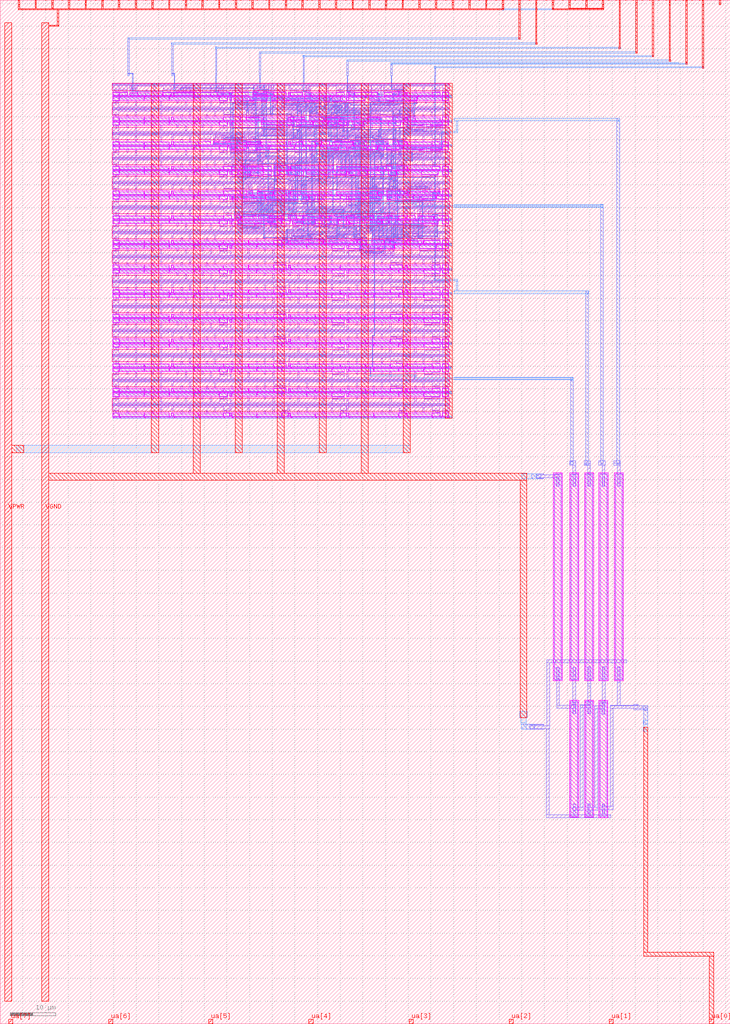
<source format=lef>
VERSION 5.7 ;
  NOWIREEXTENSIONATPIN ON ;
  DIVIDERCHAR "/" ;
  BUSBITCHARS "[]" ;
MACRO tt_um_VishalBingi_r2r_4b
  CLASS BLOCK ;
  FOREIGN tt_um_VishalBingi_r2r_4b ;
  ORIGIN 0.000 0.000 ;
  SIZE 161.000 BY 225.760 ;
  PIN clk
    DIRECTION INPUT ;
    USE SIGNAL ;
    ANTENNAGATEAREA 0.852000 ;
    PORT
      LAYER met4 ;
        RECT 154.870 224.760 155.170 225.760 ;
    END
  END clk
  PIN ena
    DIRECTION INPUT ;
    USE SIGNAL ;
    PORT
      LAYER met4 ;
        RECT 158.550 224.760 158.850 225.760 ;
    END
  END ena
  PIN rst_n
    DIRECTION INPUT ;
    USE SIGNAL ;
    ANTENNAGATEAREA 0.196500 ;
    PORT
      LAYER met4 ;
        RECT 151.190 224.760 151.490 225.760 ;
    END
  END rst_n
  PIN ua[0]
    DIRECTION INOUT ;
    USE SIGNAL ;
    PORT
      LAYER met4 ;
        RECT 156.410 0.000 157.310 1.000 ;
    END
  END ua[0]
  PIN ua[1]
    DIRECTION INOUT ;
    USE SIGNAL ;
    PORT
      LAYER met4 ;
        RECT 134.330 0.000 135.230 1.000 ;
    END
  END ua[1]
  PIN ua[2]
    DIRECTION INOUT ;
    USE SIGNAL ;
    PORT
      LAYER met4 ;
        RECT 112.250 0.000 113.150 1.000 ;
    END
  END ua[2]
  PIN ua[3]
    DIRECTION INOUT ;
    USE SIGNAL ;
    PORT
      LAYER met4 ;
        RECT 90.170 0.000 91.070 1.000 ;
    END
  END ua[3]
  PIN ua[4]
    DIRECTION INOUT ;
    USE SIGNAL ;
    PORT
      LAYER met4 ;
        RECT 68.090 0.000 68.990 1.000 ;
    END
  END ua[4]
  PIN ua[5]
    DIRECTION INOUT ;
    USE SIGNAL ;
    PORT
      LAYER met4 ;
        RECT 46.010 0.000 46.910 1.000 ;
    END
  END ua[5]
  PIN ua[6]
    DIRECTION INOUT ;
    USE SIGNAL ;
    PORT
      LAYER met4 ;
        RECT 23.930 0.000 24.830 1.000 ;
    END
  END ua[6]
  PIN ua[7]
    DIRECTION INOUT ;
    USE SIGNAL ;
    PORT
      LAYER met4 ;
        RECT 1.850 0.000 2.750 1.000 ;
    END
  END ua[7]
  PIN ui_in[0]
    DIRECTION INPUT ;
    USE SIGNAL ;
    ANTENNAGATEAREA 0.196500 ;
    PORT
      LAYER met4 ;
        RECT 147.510 224.760 147.810 225.760 ;
    END
  END ui_in[0]
  PIN ui_in[1]
    DIRECTION INPUT ;
    USE SIGNAL ;
    ANTENNAGATEAREA 0.196500 ;
    PORT
      LAYER met4 ;
        RECT 143.830 224.760 144.130 225.760 ;
    END
  END ui_in[1]
  PIN ui_in[2]
    DIRECTION INPUT ;
    USE SIGNAL ;
    ANTENNAGATEAREA 0.196500 ;
    PORT
      LAYER met4 ;
        RECT 140.150 224.760 140.450 225.760 ;
    END
  END ui_in[2]
  PIN ui_in[3]
    DIRECTION INPUT ;
    USE SIGNAL ;
    ANTENNAGATEAREA 0.196500 ;
    PORT
      LAYER met4 ;
        RECT 136.470 224.760 136.770 225.760 ;
    END
  END ui_in[3]
  PIN ui_in[4]
    DIRECTION INPUT ;
    USE SIGNAL ;
    ANTENNAGATEAREA 1049.315674 ;
    ANTENNADIFFAREA 274.402954 ;
    PORT
      LAYER met4 ;
        RECT 132.790 224.760 133.090 225.760 ;
    END
  END ui_in[4]
  PIN ui_in[5]
    DIRECTION INPUT ;
    USE SIGNAL ;
    ANTENNAGATEAREA 1049.315674 ;
    ANTENNADIFFAREA 274.402954 ;
    PORT
      LAYER met4 ;
        RECT 129.110 224.760 129.410 225.760 ;
    END
  END ui_in[5]
  PIN ui_in[6]
    DIRECTION INPUT ;
    USE SIGNAL ;
    ANTENNAGATEAREA 1049.315674 ;
    ANTENNADIFFAREA 274.402954 ;
    PORT
      LAYER met4 ;
        RECT 125.430 224.760 125.730 225.760 ;
    END
  END ui_in[6]
  PIN ui_in[7]
    DIRECTION INPUT ;
    USE SIGNAL ;
    ANTENNAGATEAREA 1049.315674 ;
    ANTENNADIFFAREA 274.402954 ;
    PORT
      LAYER met4 ;
        RECT 121.750 224.760 122.050 225.760 ;
    END
  END ui_in[7]
  PIN uio_in[0]
    DIRECTION INPUT ;
    USE SIGNAL ;
    ANTENNAGATEAREA 0.126000 ;
    PORT
      LAYER met4 ;
        RECT 118.070 224.760 118.370 225.760 ;
    END
  END uio_in[0]
  PIN uio_in[1]
    DIRECTION INPUT ;
    USE SIGNAL ;
    ANTENNAGATEAREA 0.213000 ;
    PORT
      LAYER met4 ;
        RECT 114.390 224.760 114.690 225.760 ;
    END
  END uio_in[1]
  PIN uio_in[2]
    DIRECTION INPUT ;
    USE SIGNAL ;
    ANTENNAGATEAREA 1049.315674 ;
    ANTENNADIFFAREA 274.402954 ;
    PORT
      LAYER met4 ;
        RECT 110.710 224.760 111.010 225.760 ;
    END
  END uio_in[2]
  PIN uio_in[3]
    DIRECTION INPUT ;
    USE SIGNAL ;
    ANTENNAGATEAREA 1049.315674 ;
    ANTENNADIFFAREA 274.402954 ;
    PORT
      LAYER met4 ;
        RECT 107.030 224.760 107.330 225.760 ;
    END
  END uio_in[3]
  PIN uio_in[4]
    DIRECTION INPUT ;
    USE SIGNAL ;
    ANTENNAGATEAREA 1049.315674 ;
    ANTENNADIFFAREA 274.402954 ;
    PORT
      LAYER met4 ;
        RECT 103.350 224.760 103.650 225.760 ;
    END
  END uio_in[4]
  PIN uio_in[5]
    DIRECTION INPUT ;
    USE SIGNAL ;
    ANTENNAGATEAREA 1049.315674 ;
    ANTENNADIFFAREA 274.402954 ;
    PORT
      LAYER met4 ;
        RECT 99.670 224.760 99.970 225.760 ;
    END
  END uio_in[5]
  PIN uio_in[6]
    DIRECTION INPUT ;
    USE SIGNAL ;
    ANTENNAGATEAREA 1049.315674 ;
    ANTENNADIFFAREA 274.402954 ;
    PORT
      LAYER met4 ;
        RECT 95.990 224.760 96.290 225.760 ;
    END
  END uio_in[6]
  PIN uio_in[7]
    DIRECTION INPUT ;
    USE SIGNAL ;
    ANTENNAGATEAREA 1049.315674 ;
    ANTENNADIFFAREA 274.402954 ;
    PORT
      LAYER met4 ;
        RECT 92.310 224.760 92.610 225.760 ;
    END
  END uio_in[7]
  PIN uio_oe[0]
    DIRECTION OUTPUT ;
    USE SIGNAL ;
    ANTENNAGATEAREA 1049.315674 ;
    ANTENNADIFFAREA 274.402954 ;
    PORT
      LAYER met4 ;
        RECT 29.750 224.760 30.050 225.760 ;
    END
  END uio_oe[0]
  PIN uio_oe[1]
    DIRECTION OUTPUT ;
    USE SIGNAL ;
    ANTENNAGATEAREA 1049.315674 ;
    ANTENNADIFFAREA 274.402954 ;
    PORT
      LAYER met4 ;
        RECT 26.070 224.760 26.370 225.760 ;
    END
  END uio_oe[1]
  PIN uio_oe[2]
    DIRECTION OUTPUT ;
    USE SIGNAL ;
    ANTENNAGATEAREA 1049.315674 ;
    ANTENNADIFFAREA 274.402954 ;
    PORT
      LAYER met4 ;
        RECT 22.390 224.760 22.690 225.760 ;
    END
  END uio_oe[2]
  PIN uio_oe[3]
    DIRECTION OUTPUT ;
    USE SIGNAL ;
    ANTENNAGATEAREA 1049.315674 ;
    ANTENNADIFFAREA 274.402954 ;
    PORT
      LAYER met4 ;
        RECT 18.710 224.760 19.010 225.760 ;
    END
  END uio_oe[3]
  PIN uio_oe[4]
    DIRECTION OUTPUT ;
    USE SIGNAL ;
    ANTENNAGATEAREA 1049.315674 ;
    ANTENNADIFFAREA 274.402954 ;
    PORT
      LAYER met4 ;
        RECT 15.030 224.760 15.330 225.760 ;
    END
  END uio_oe[4]
  PIN uio_oe[5]
    DIRECTION OUTPUT ;
    USE SIGNAL ;
    ANTENNAGATEAREA 1049.315674 ;
    ANTENNADIFFAREA 274.402954 ;
    PORT
      LAYER met4 ;
        RECT 11.350 224.760 11.650 225.760 ;
    END
  END uio_oe[5]
  PIN uio_oe[6]
    DIRECTION OUTPUT ;
    USE SIGNAL ;
    ANTENNAGATEAREA 1049.315674 ;
    ANTENNADIFFAREA 274.402954 ;
    PORT
      LAYER met4 ;
        RECT 7.670 224.760 7.970 225.760 ;
    END
  END uio_oe[6]
  PIN uio_oe[7]
    DIRECTION OUTPUT ;
    USE SIGNAL ;
    ANTENNAGATEAREA 1049.315674 ;
    ANTENNADIFFAREA 274.402954 ;
    PORT
      LAYER met4 ;
        RECT 3.990 224.760 4.290 225.760 ;
    END
  END uio_oe[7]
  PIN uio_out[0]
    DIRECTION OUTPUT ;
    USE SIGNAL ;
    ANTENNAGATEAREA 1049.315674 ;
    ANTENNADIFFAREA 274.402954 ;
    PORT
      LAYER met4 ;
        RECT 59.190 224.760 59.490 225.760 ;
    END
  END uio_out[0]
  PIN uio_out[1]
    DIRECTION OUTPUT ;
    USE SIGNAL ;
    ANTENNAGATEAREA 1049.315674 ;
    ANTENNADIFFAREA 274.402954 ;
    PORT
      LAYER met4 ;
        RECT 55.510 224.760 55.810 225.760 ;
    END
  END uio_out[1]
  PIN uio_out[2]
    DIRECTION OUTPUT ;
    USE SIGNAL ;
    ANTENNAGATEAREA 1049.315674 ;
    ANTENNADIFFAREA 274.402954 ;
    PORT
      LAYER met4 ;
        RECT 51.830 224.760 52.130 225.760 ;
    END
  END uio_out[2]
  PIN uio_out[3]
    DIRECTION OUTPUT ;
    USE SIGNAL ;
    ANTENNAGATEAREA 1049.315674 ;
    ANTENNADIFFAREA 274.402954 ;
    PORT
      LAYER met4 ;
        RECT 48.150 224.760 48.450 225.760 ;
    END
  END uio_out[3]
  PIN uio_out[4]
    DIRECTION OUTPUT ;
    USE SIGNAL ;
    ANTENNAGATEAREA 1049.315674 ;
    ANTENNADIFFAREA 274.402954 ;
    PORT
      LAYER met4 ;
        RECT 44.470 224.760 44.770 225.760 ;
    END
  END uio_out[4]
  PIN uio_out[5]
    DIRECTION OUTPUT ;
    USE SIGNAL ;
    ANTENNAGATEAREA 1049.315674 ;
    ANTENNADIFFAREA 274.402954 ;
    PORT
      LAYER met4 ;
        RECT 40.790 224.760 41.090 225.760 ;
    END
  END uio_out[5]
  PIN uio_out[6]
    DIRECTION OUTPUT ;
    USE SIGNAL ;
    ANTENNAGATEAREA 1049.315674 ;
    ANTENNADIFFAREA 274.402954 ;
    PORT
      LAYER met4 ;
        RECT 37.110 224.760 37.410 225.760 ;
    END
  END uio_out[6]
  PIN uio_out[7]
    DIRECTION OUTPUT ;
    USE SIGNAL ;
    ANTENNAGATEAREA 1049.315674 ;
    ANTENNADIFFAREA 274.402954 ;
    PORT
      LAYER met4 ;
        RECT 33.430 224.760 33.730 225.760 ;
    END
  END uio_out[7]
  PIN uo_out[0]
    DIRECTION OUTPUT ;
    USE SIGNAL ;
    ANTENNAGATEAREA 1049.315674 ;
    ANTENNADIFFAREA 274.402954 ;
    PORT
      LAYER met4 ;
        RECT 88.630 224.760 88.930 225.760 ;
    END
  END uo_out[0]
  PIN uo_out[1]
    DIRECTION OUTPUT ;
    USE SIGNAL ;
    ANTENNAGATEAREA 1049.315674 ;
    ANTENNADIFFAREA 274.402954 ;
    PORT
      LAYER met4 ;
        RECT 84.950 224.760 85.250 225.760 ;
    END
  END uo_out[1]
  PIN uo_out[2]
    DIRECTION OUTPUT ;
    USE SIGNAL ;
    ANTENNAGATEAREA 1049.315674 ;
    ANTENNADIFFAREA 274.402954 ;
    PORT
      LAYER met4 ;
        RECT 81.270 224.760 81.570 225.760 ;
    END
  END uo_out[2]
  PIN uo_out[3]
    DIRECTION OUTPUT ;
    USE SIGNAL ;
    ANTENNAGATEAREA 1049.315674 ;
    ANTENNADIFFAREA 274.402954 ;
    PORT
      LAYER met4 ;
        RECT 77.590 224.760 77.890 225.760 ;
    END
  END uo_out[3]
  PIN uo_out[4]
    DIRECTION OUTPUT ;
    USE SIGNAL ;
    ANTENNAGATEAREA 1049.315674 ;
    ANTENNADIFFAREA 274.402954 ;
    PORT
      LAYER met4 ;
        RECT 73.910 224.760 74.210 225.760 ;
    END
  END uo_out[4]
  PIN uo_out[5]
    DIRECTION OUTPUT ;
    USE SIGNAL ;
    ANTENNAGATEAREA 1049.315674 ;
    ANTENNADIFFAREA 274.402954 ;
    PORT
      LAYER met4 ;
        RECT 70.230 224.760 70.530 225.760 ;
    END
  END uo_out[5]
  PIN uo_out[6]
    DIRECTION OUTPUT ;
    USE SIGNAL ;
    ANTENNAGATEAREA 1049.315674 ;
    ANTENNADIFFAREA 274.402954 ;
    PORT
      LAYER met4 ;
        RECT 66.550 224.760 66.850 225.760 ;
    END
  END uo_out[6]
  PIN uo_out[7]
    DIRECTION OUTPUT ;
    USE SIGNAL ;
    ANTENNAGATEAREA 1049.315674 ;
    ANTENNADIFFAREA 274.402954 ;
    PORT
      LAYER met4 ;
        RECT 62.870 224.760 63.170 225.760 ;
    END
  END uo_out[7]
  PIN VPWR
    DIRECTION INOUT ;
    USE POWER ;
    PORT
      LAYER met4 ;
        RECT 1.000 5.000 2.500 220.760 ;
    END
  END VPWR
  PIN VGND
    DIRECTION INOUT ;
    USE GROUND ;
    PORT
      LAYER met4 ;
        RECT 9.200 5.000 10.700 220.760 ;
    END
  END VGND
  OBS
      LAYER nwell ;
        RECT 24.660 205.815 99.100 207.420 ;
      LAYER pwell ;
        RECT 24.855 204.615 26.225 205.425 ;
        RECT 26.235 204.615 28.065 205.425 ;
        RECT 28.535 204.615 30.365 205.295 ;
        RECT 30.375 204.615 35.885 205.425 ;
        RECT 35.895 204.615 37.725 205.425 ;
        RECT 37.745 204.700 38.175 205.485 ;
        RECT 38.855 205.295 42.785 205.525 ;
        RECT 38.370 204.615 42.785 205.295 ;
        RECT 42.795 204.615 46.465 205.425 ;
        RECT 46.475 204.615 47.845 205.425 ;
        RECT 47.855 204.615 49.225 205.395 ;
        RECT 49.235 204.615 50.605 205.425 ;
        RECT 50.625 204.700 51.055 205.485 ;
        RECT 51.075 204.615 54.745 205.425 ;
        RECT 55.675 205.325 56.620 205.525 ;
        RECT 57.955 205.325 58.885 205.525 ;
        RECT 55.675 204.845 58.885 205.325 ;
        RECT 55.675 204.645 58.745 204.845 ;
        RECT 55.675 204.615 56.620 204.645 ;
        RECT 24.995 204.405 25.165 204.615 ;
        RECT 26.375 204.405 26.545 204.615 ;
        RECT 28.210 204.455 28.330 204.565 ;
        RECT 28.675 204.425 28.845 204.615 ;
        RECT 30.515 204.425 30.685 204.615 ;
        RECT 31.895 204.405 32.065 204.595 ;
        RECT 36.035 204.425 36.205 204.615 ;
        RECT 38.370 204.595 38.480 204.615 ;
        RECT 37.415 204.405 37.585 204.595 ;
        RECT 38.310 204.425 38.480 204.595 ;
        RECT 42.935 204.405 43.105 204.615 ;
        RECT 46.615 204.425 46.785 204.615 ;
        RECT 48.005 204.425 48.175 204.615 ;
        RECT 48.455 204.405 48.625 204.595 ;
        RECT 49.375 204.425 49.545 204.615 ;
        RECT 51.215 204.565 51.385 204.615 ;
        RECT 50.290 204.455 50.410 204.565 ;
        RECT 51.210 204.455 51.385 204.565 ;
        RECT 51.215 204.425 51.385 204.455 ;
        RECT 51.675 204.405 51.845 204.595 ;
        RECT 54.905 204.460 55.065 204.570 ;
        RECT 58.575 204.425 58.745 204.645 ;
        RECT 58.895 204.615 60.265 205.395 ;
        RECT 60.275 204.615 63.025 205.425 ;
        RECT 63.505 204.700 63.935 205.485 ;
        RECT 63.955 204.615 66.705 205.425 ;
        RECT 67.175 204.615 68.545 205.395 ;
        RECT 68.555 204.615 74.065 205.425 ;
        RECT 74.075 204.615 75.905 205.425 ;
        RECT 76.385 204.700 76.815 205.485 ;
        RECT 76.835 204.615 78.205 205.395 ;
        RECT 78.215 204.615 81.885 205.425 ;
        RECT 81.895 204.615 83.265 205.425 ;
        RECT 84.655 204.615 86.485 205.425 ;
        RECT 86.505 204.615 87.855 205.525 ;
        RECT 87.875 204.615 89.245 205.395 ;
        RECT 89.265 204.700 89.695 205.485 ;
        RECT 89.715 204.615 95.225 205.425 ;
        RECT 95.235 204.615 97.065 205.425 ;
        RECT 97.535 204.615 98.905 205.425 ;
        RECT 59.045 204.425 59.215 204.615 ;
        RECT 60.415 204.425 60.585 204.615 ;
        RECT 63.170 204.455 63.290 204.565 ;
        RECT 64.095 204.425 64.265 204.615 ;
        RECT 66.855 204.565 67.025 204.595 ;
        RECT 66.850 204.455 67.025 204.565 ;
        RECT 66.855 204.405 67.025 204.455 ;
        RECT 67.315 204.425 67.485 204.615 ;
        RECT 68.695 204.425 68.865 204.615 ;
        RECT 70.535 204.425 70.705 204.595 ;
        RECT 70.990 204.455 71.110 204.565 ;
        RECT 71.460 204.405 71.630 204.595 ;
        RECT 72.830 204.455 72.950 204.565 ;
        RECT 73.295 204.405 73.465 204.595 ;
        RECT 74.215 204.425 74.385 204.615 ;
        RECT 76.985 204.595 77.155 204.615 ;
        RECT 75.130 204.405 75.300 204.595 ;
        RECT 76.050 204.455 76.170 204.565 ;
        RECT 76.975 204.425 77.155 204.595 ;
        RECT 78.355 204.425 78.525 204.615 ;
        RECT 80.665 204.450 80.825 204.560 ;
        RECT 76.975 204.405 77.145 204.425 ;
        RECT 81.575 204.405 81.745 204.595 ;
        RECT 82.035 204.425 82.205 204.615 ;
        RECT 83.415 204.425 83.585 204.595 ;
        RECT 84.795 204.425 84.965 204.615 ;
        RECT 87.555 204.425 87.725 204.615 ;
        RECT 88.935 204.425 89.105 204.615 ;
        RECT 89.855 204.425 90.025 204.615 ;
        RECT 92.155 204.405 92.325 204.595 ;
        RECT 95.375 204.425 95.545 204.615 ;
        RECT 97.210 204.455 97.330 204.565 ;
        RECT 98.595 204.405 98.765 204.615 ;
        RECT 24.855 203.595 26.225 204.405 ;
        RECT 26.235 203.595 31.745 204.405 ;
        RECT 31.755 203.595 37.265 204.405 ;
        RECT 37.275 203.595 42.785 204.405 ;
        RECT 42.795 203.595 48.305 204.405 ;
        RECT 48.315 203.595 50.145 204.405 ;
        RECT 50.625 203.535 51.055 204.320 ;
        RECT 51.535 203.725 58.845 204.405 ;
        RECT 55.050 203.505 55.960 203.725 ;
        RECT 57.495 203.495 58.845 203.725 ;
        RECT 59.855 203.725 67.165 204.405 ;
        RECT 67.175 203.725 70.505 204.405 ;
        RECT 59.855 203.495 61.205 203.725 ;
        RECT 62.740 203.505 63.650 203.725 ;
        RECT 67.175 203.495 70.000 203.725 ;
        RECT 71.315 203.495 72.665 204.405 ;
        RECT 73.170 203.495 74.985 204.405 ;
        RECT 75.015 203.495 76.365 204.405 ;
        RECT 76.385 203.535 76.815 204.320 ;
        RECT 76.835 203.595 80.505 204.405 ;
        RECT 81.435 203.725 91.805 204.405 ;
        RECT 85.945 203.505 86.875 203.725 ;
        RECT 89.595 203.495 91.805 203.725 ;
        RECT 92.015 203.595 97.525 204.405 ;
        RECT 97.535 203.595 98.905 204.405 ;
      LAYER nwell ;
        RECT 24.660 200.375 99.100 203.205 ;
      LAYER pwell ;
        RECT 24.855 199.175 26.225 199.985 ;
        RECT 26.235 199.175 31.745 199.985 ;
        RECT 31.755 199.175 37.265 199.985 ;
        RECT 37.745 199.260 38.175 200.045 ;
        RECT 38.195 199.175 43.705 199.985 ;
        RECT 43.715 199.175 49.225 199.985 ;
        RECT 49.235 199.175 52.905 199.985 ;
        RECT 52.915 199.175 54.285 199.985 ;
        RECT 54.295 199.855 57.120 200.085 ;
        RECT 54.295 199.175 57.625 199.855 ;
        RECT 57.975 199.175 63.485 199.985 ;
        RECT 63.505 199.260 63.935 200.045 ;
        RECT 63.955 199.885 64.885 200.085 ;
        RECT 66.220 199.885 67.165 200.085 ;
        RECT 63.955 199.405 67.165 199.885 ;
        RECT 64.095 199.205 67.165 199.405 ;
        RECT 24.995 198.965 25.165 199.175 ;
        RECT 26.375 198.965 26.545 199.175 ;
        RECT 31.895 198.965 32.065 199.175 ;
        RECT 37.415 199.125 37.585 199.155 ;
        RECT 37.410 199.015 37.585 199.125 ;
        RECT 37.415 198.965 37.585 199.015 ;
        RECT 38.335 198.985 38.505 199.175 ;
        RECT 42.935 198.965 43.105 199.155 ;
        RECT 43.855 198.985 44.025 199.175 ;
        RECT 48.455 198.965 48.625 199.155 ;
        RECT 49.375 198.985 49.545 199.175 ;
        RECT 50.290 199.015 50.410 199.125 ;
        RECT 51.215 198.965 51.385 199.155 ;
        RECT 53.055 198.985 53.225 199.175 ;
        RECT 56.745 199.010 56.905 199.120 ;
        RECT 57.655 198.965 57.825 199.155 ;
        RECT 58.115 198.985 58.285 199.175 ;
        RECT 64.095 198.985 64.265 199.205 ;
        RECT 66.220 199.175 67.165 199.205 ;
        RECT 68.095 199.175 71.305 200.085 ;
        RECT 72.160 199.855 74.985 200.085 ;
        RECT 78.540 199.855 79.450 200.075 ;
        RECT 80.990 199.855 83.695 200.085 ;
        RECT 71.655 199.175 74.985 199.855 ;
        RECT 74.995 199.175 83.695 199.855 ;
        RECT 83.735 199.175 86.485 199.985 ;
        RECT 86.495 199.175 89.245 200.085 ;
        RECT 89.265 199.260 89.695 200.045 ;
        RECT 89.715 199.175 91.530 200.085 ;
        RECT 91.555 199.175 97.065 199.985 ;
        RECT 97.535 199.175 98.905 199.985 ;
        RECT 65.010 199.015 65.130 199.125 ;
        RECT 67.325 199.020 67.485 199.130 ;
        RECT 68.695 198.965 68.865 199.155 ;
        RECT 69.155 198.965 69.325 199.155 ;
        RECT 70.995 198.985 71.165 199.175 ;
        RECT 71.455 198.985 71.625 199.155 ;
        RECT 72.375 198.985 72.545 199.155 ;
        RECT 72.380 198.965 72.545 198.985 ;
        RECT 74.675 198.965 74.845 199.155 ;
        RECT 75.135 198.985 75.305 199.175 ;
        RECT 76.970 199.015 77.090 199.125 ;
        RECT 77.435 198.985 77.605 199.155 ;
        RECT 77.585 198.965 77.605 198.985 ;
        RECT 80.195 198.965 80.365 199.155 ;
        RECT 83.875 198.985 84.045 199.175 ;
        RECT 85.715 198.965 85.885 199.155 ;
        RECT 88.470 199.015 88.590 199.125 ;
        RECT 88.935 198.965 89.105 199.175 ;
        RECT 91.235 198.985 91.405 199.175 ;
        RECT 91.695 198.985 91.865 199.175 ;
        RECT 97.210 199.015 97.330 199.125 ;
        RECT 98.595 198.965 98.765 199.175 ;
        RECT 24.855 198.155 26.225 198.965 ;
        RECT 26.235 198.155 31.745 198.965 ;
        RECT 31.755 198.155 37.265 198.965 ;
        RECT 37.275 198.155 42.785 198.965 ;
        RECT 42.795 198.155 48.305 198.965 ;
        RECT 48.315 198.155 50.145 198.965 ;
        RECT 50.625 198.095 51.055 198.880 ;
        RECT 51.075 198.155 56.585 198.965 ;
        RECT 57.515 198.285 64.825 198.965 ;
        RECT 61.030 198.065 61.940 198.285 ;
        RECT 63.475 198.055 64.825 198.285 ;
        RECT 65.430 198.285 68.895 198.965 ;
        RECT 65.430 198.055 66.350 198.285 ;
        RECT 69.015 198.055 72.225 198.965 ;
        RECT 72.380 198.285 74.215 198.965 ;
        RECT 74.535 198.285 76.365 198.965 ;
        RECT 73.285 198.055 74.215 198.285 ;
        RECT 75.020 198.055 76.365 198.285 ;
        RECT 76.385 198.095 76.815 198.880 ;
        RECT 77.585 198.285 80.035 198.965 ;
        RECT 78.075 198.055 80.035 198.285 ;
        RECT 80.055 198.155 85.565 198.965 ;
        RECT 85.575 198.155 88.325 198.965 ;
        RECT 88.795 198.285 97.495 198.965 ;
        RECT 92.340 198.065 93.250 198.285 ;
        RECT 94.790 198.055 97.495 198.285 ;
        RECT 97.535 198.155 98.905 198.965 ;
      LAYER nwell ;
        RECT 24.660 194.935 99.100 197.765 ;
      LAYER pwell ;
        RECT 24.855 193.735 26.225 194.545 ;
        RECT 26.235 193.735 31.745 194.545 ;
        RECT 31.755 193.735 37.265 194.545 ;
        RECT 37.745 193.820 38.175 194.605 ;
        RECT 38.195 193.735 43.705 194.545 ;
        RECT 43.715 193.735 46.465 194.545 ;
        RECT 46.975 194.415 48.325 194.645 ;
        RECT 49.860 194.415 50.770 194.635 ;
        RECT 54.295 194.445 55.240 194.645 ;
        RECT 56.575 194.445 57.505 194.645 ;
        RECT 46.975 193.735 54.285 194.415 ;
        RECT 54.295 193.965 57.505 194.445 ;
        RECT 54.295 193.765 57.365 193.965 ;
        RECT 54.295 193.735 55.240 193.765 ;
        RECT 24.995 193.525 25.165 193.735 ;
        RECT 26.375 193.525 26.545 193.735 ;
        RECT 31.895 193.525 32.065 193.735 ;
        RECT 37.415 193.685 37.585 193.715 ;
        RECT 37.410 193.575 37.585 193.685 ;
        RECT 37.415 193.525 37.585 193.575 ;
        RECT 38.335 193.545 38.505 193.735 ;
        RECT 42.935 193.525 43.105 193.715 ;
        RECT 43.855 193.545 44.025 193.735 ;
        RECT 46.610 193.575 46.730 193.685 ;
        RECT 48.455 193.525 48.625 193.715 ;
        RECT 50.290 193.575 50.410 193.685 ;
        RECT 53.975 193.545 54.145 193.735 ;
        RECT 54.435 193.545 54.605 193.715 ;
        RECT 54.895 193.525 55.065 193.715 ;
        RECT 57.195 193.545 57.365 193.765 ;
        RECT 57.515 193.735 63.025 194.545 ;
        RECT 63.505 193.820 63.935 194.605 ;
        RECT 65.775 194.415 66.705 194.645 ;
        RECT 63.955 193.735 66.705 194.415 ;
        RECT 66.715 193.735 69.465 194.545 ;
        RECT 69.485 193.735 70.835 194.645 ;
        RECT 70.855 193.735 72.685 194.545 ;
        RECT 73.815 194.415 77.745 194.645 ;
        RECT 73.330 193.735 77.745 194.415 ;
        RECT 77.835 193.735 80.835 194.645 ;
        RECT 81.895 193.735 85.565 194.645 ;
        RECT 86.515 193.735 87.865 194.645 ;
        RECT 87.875 193.735 89.245 194.545 ;
        RECT 89.265 193.820 89.695 194.605 ;
        RECT 89.715 193.735 95.225 194.545 ;
        RECT 95.235 193.735 97.065 194.545 ;
        RECT 97.535 193.735 98.905 194.545 ;
        RECT 57.655 193.545 57.825 193.735 ;
        RECT 24.855 192.715 26.225 193.525 ;
        RECT 26.235 192.715 31.745 193.525 ;
        RECT 31.755 192.715 37.265 193.525 ;
        RECT 37.275 192.715 42.785 193.525 ;
        RECT 42.795 192.715 48.305 193.525 ;
        RECT 48.315 192.715 50.145 193.525 ;
        RECT 50.625 192.655 51.055 193.440 ;
        RECT 51.075 192.845 54.405 193.525 ;
        RECT 51.075 192.615 53.900 192.845 ;
        RECT 54.755 192.715 56.585 193.525 ;
        RECT 56.595 193.495 57.540 193.525 ;
        RECT 59.030 193.495 59.200 193.715 ;
        RECT 59.495 193.525 59.665 193.715 ;
        RECT 63.170 193.575 63.290 193.685 ;
        RECT 64.095 193.545 64.265 193.735 ;
        RECT 65.015 193.525 65.185 193.715 ;
        RECT 66.855 193.545 67.025 193.735 ;
        RECT 67.770 193.575 67.890 193.685 ;
        RECT 68.235 193.525 68.405 193.715 ;
        RECT 69.625 193.570 69.785 193.680 ;
        RECT 70.535 193.545 70.705 193.735 ;
        RECT 70.995 193.545 71.165 193.735 ;
        RECT 73.330 193.715 73.440 193.735 ;
        RECT 72.830 193.575 72.950 193.685 ;
        RECT 73.270 193.545 73.440 193.715 ;
        RECT 73.940 193.525 74.110 193.715 ;
        RECT 74.675 193.525 74.845 193.715 ;
        RECT 77.895 193.545 78.065 193.735 ;
        RECT 80.380 193.525 80.550 193.715 ;
        RECT 81.125 193.580 81.285 193.690 ;
        RECT 82.955 193.545 83.125 193.715 ;
        RECT 82.955 193.525 83.105 193.545 ;
        RECT 83.410 193.525 83.580 193.715 ;
        RECT 84.790 193.575 84.910 193.685 ;
        RECT 85.250 193.545 85.420 193.735 ;
        RECT 85.725 193.580 85.885 193.690 ;
        RECT 87.550 193.545 87.720 193.735 ;
        RECT 88.015 193.545 88.185 193.735 ;
        RECT 88.475 193.545 88.645 193.715 ;
        RECT 88.935 193.525 89.105 193.715 ;
        RECT 89.855 193.545 90.025 193.735 ;
        RECT 95.375 193.545 95.545 193.735 ;
        RECT 97.210 193.575 97.330 193.685 ;
        RECT 98.595 193.525 98.765 193.735 ;
        RECT 56.595 192.815 59.345 193.495 ;
        RECT 56.595 192.615 57.540 192.815 ;
        RECT 59.355 192.715 64.865 193.525 ;
        RECT 64.875 192.715 67.625 193.525 ;
        RECT 68.095 192.745 69.465 193.525 ;
        RECT 70.625 192.845 74.525 193.525 ;
        RECT 73.595 192.615 74.525 192.845 ;
        RECT 74.535 192.715 76.365 193.525 ;
        RECT 76.385 192.655 76.815 193.440 ;
        RECT 77.065 192.845 80.965 193.525 ;
        RECT 80.035 192.615 80.965 192.845 ;
        RECT 81.175 192.705 83.105 193.525 ;
        RECT 81.175 192.615 82.125 192.705 ;
        RECT 83.295 192.615 84.645 193.525 ;
        RECT 85.115 192.845 88.445 193.525 ;
        RECT 88.795 192.845 97.495 193.525 ;
        RECT 85.115 192.615 87.940 192.845 ;
        RECT 92.340 192.625 93.250 192.845 ;
        RECT 94.790 192.615 97.495 192.845 ;
        RECT 97.535 192.715 98.905 193.525 ;
      LAYER nwell ;
        RECT 24.660 189.495 99.100 192.325 ;
      LAYER pwell ;
        RECT 24.855 188.295 26.225 189.105 ;
        RECT 26.235 188.295 31.745 189.105 ;
        RECT 31.755 188.295 37.265 189.105 ;
        RECT 37.745 188.380 38.175 189.165 ;
        RECT 38.195 188.295 43.705 189.105 ;
        RECT 43.715 188.295 49.225 189.105 ;
        RECT 49.235 188.295 51.065 189.105 ;
        RECT 52.880 189.005 53.825 189.205 ;
        RECT 51.075 188.325 53.825 189.005 ;
        RECT 54.320 188.975 57.930 189.205 ;
        RECT 24.995 188.085 25.165 188.295 ;
        RECT 26.375 188.085 26.545 188.295 ;
        RECT 31.895 188.085 32.065 188.295 ;
        RECT 37.415 188.245 37.585 188.275 ;
        RECT 37.410 188.135 37.585 188.245 ;
        RECT 37.415 188.085 37.585 188.135 ;
        RECT 38.335 188.105 38.505 188.295 ;
        RECT 42.935 188.085 43.105 188.275 ;
        RECT 43.855 188.105 44.025 188.295 ;
        RECT 48.455 188.085 48.625 188.275 ;
        RECT 49.375 188.105 49.545 188.295 ;
        RECT 51.220 188.275 51.390 188.325 ;
        RECT 52.880 188.295 53.825 188.325 ;
        RECT 53.835 188.295 57.930 188.975 ;
        RECT 57.975 188.295 59.805 189.105 ;
        RECT 60.275 188.295 63.485 189.205 ;
        RECT 63.505 188.380 63.935 189.165 ;
        RECT 64.015 188.295 73.545 189.205 ;
        RECT 74.160 188.295 83.265 188.975 ;
        RECT 83.275 188.295 85.105 189.105 ;
        RECT 85.135 188.295 86.485 189.205 ;
        RECT 87.415 188.295 89.230 189.205 ;
        RECT 89.265 188.380 89.695 189.165 ;
        RECT 89.715 188.295 95.225 189.105 ;
        RECT 95.235 188.295 97.065 189.105 ;
        RECT 97.535 188.295 98.905 189.105 ;
        RECT 50.290 188.135 50.410 188.245 ;
        RECT 51.215 188.105 51.390 188.275 ;
        RECT 51.215 188.085 51.385 188.105 ;
        RECT 52.595 188.085 52.765 188.275 ;
        RECT 53.980 188.105 54.150 188.295 ;
        RECT 57.655 188.085 57.825 188.275 ;
        RECT 58.115 188.085 58.285 188.295 ;
        RECT 59.950 188.135 60.070 188.245 ;
        RECT 61.335 188.085 61.505 188.275 ;
        RECT 61.795 188.085 61.965 188.275 ;
        RECT 63.175 188.105 63.345 188.295 ;
        RECT 63.640 188.085 63.810 188.275 ;
        RECT 64.075 188.105 64.245 188.295 ;
        RECT 67.310 188.135 67.430 188.245 ;
        RECT 67.775 188.085 67.945 188.275 ;
        RECT 73.750 188.135 73.870 188.245 ;
        RECT 78.815 188.105 78.985 188.275 ;
        RECT 78.815 188.085 78.965 188.105 ;
        RECT 80.650 188.085 80.820 188.275 ;
        RECT 81.115 188.085 81.285 188.275 ;
        RECT 82.955 188.105 83.125 188.295 ;
        RECT 83.415 188.105 83.585 188.295 ;
        RECT 84.805 188.130 84.965 188.240 ;
        RECT 85.250 188.105 85.420 188.295 ;
        RECT 86.645 188.140 86.805 188.250 ;
        RECT 87.095 188.085 87.265 188.275 ;
        RECT 87.555 188.085 87.725 188.275 ;
        RECT 88.935 188.105 89.105 188.295 ;
        RECT 89.855 188.105 90.025 188.295 ;
        RECT 93.075 188.085 93.245 188.275 ;
        RECT 95.375 188.105 95.545 188.295 ;
        RECT 96.765 188.130 96.925 188.240 ;
        RECT 97.210 188.135 97.330 188.245 ;
        RECT 98.595 188.085 98.765 188.295 ;
        RECT 24.855 187.275 26.225 188.085 ;
        RECT 26.235 187.275 31.745 188.085 ;
        RECT 31.755 187.275 37.265 188.085 ;
        RECT 37.275 187.275 42.785 188.085 ;
        RECT 42.795 187.275 48.305 188.085 ;
        RECT 48.315 187.275 50.145 188.085 ;
        RECT 50.625 187.215 51.055 188.000 ;
        RECT 51.075 187.275 52.445 188.085 ;
        RECT 52.455 187.405 55.205 188.085 ;
        RECT 54.275 187.175 55.205 187.405 ;
        RECT 55.225 187.175 57.955 188.085 ;
        RECT 57.975 187.275 59.805 188.085 ;
        RECT 60.285 187.175 61.635 188.085 ;
        RECT 61.655 187.275 63.485 188.085 ;
        RECT 63.495 187.175 66.970 188.085 ;
        RECT 67.635 187.405 76.335 188.085 ;
        RECT 71.180 187.185 72.090 187.405 ;
        RECT 73.630 187.175 76.335 187.405 ;
        RECT 76.385 187.215 76.815 188.000 ;
        RECT 77.035 187.265 78.965 188.085 ;
        RECT 77.035 187.175 77.985 187.265 ;
        RECT 79.135 187.175 80.965 188.085 ;
        RECT 80.975 187.275 84.645 188.085 ;
        RECT 85.575 187.175 87.390 188.085 ;
        RECT 87.415 187.275 92.925 188.085 ;
        RECT 92.935 187.275 96.605 188.085 ;
        RECT 97.535 187.275 98.905 188.085 ;
      LAYER nwell ;
        RECT 24.660 184.055 99.100 186.885 ;
      LAYER pwell ;
        RECT 24.855 182.855 26.225 183.665 ;
        RECT 26.235 182.855 31.745 183.665 ;
        RECT 31.755 182.855 37.265 183.665 ;
        RECT 37.745 182.940 38.175 183.725 ;
        RECT 38.195 182.855 43.705 183.665 ;
        RECT 43.715 182.855 49.225 183.665 ;
        RECT 49.235 182.855 52.905 183.665 ;
        RECT 52.915 182.855 54.285 183.665 ;
        RECT 54.305 182.855 55.655 183.765 ;
        RECT 56.690 183.535 57.610 183.765 ;
        RECT 56.690 182.855 60.155 183.535 ;
        RECT 60.275 182.855 63.025 183.665 ;
        RECT 63.505 182.940 63.935 183.725 ;
        RECT 64.040 182.855 73.145 183.535 ;
        RECT 74.075 182.855 83.180 183.535 ;
        RECT 83.275 182.855 84.625 183.765 ;
        RECT 85.265 182.855 88.920 183.765 ;
        RECT 89.265 182.940 89.695 183.725 ;
        RECT 93.230 183.535 94.140 183.755 ;
        RECT 95.675 183.535 97.025 183.765 ;
        RECT 89.715 182.855 97.025 183.535 ;
        RECT 97.535 182.855 98.905 183.665 ;
        RECT 24.995 182.645 25.165 182.855 ;
        RECT 26.375 182.645 26.545 182.855 ;
        RECT 31.895 182.645 32.065 182.855 ;
        RECT 37.415 182.805 37.585 182.835 ;
        RECT 37.410 182.695 37.585 182.805 ;
        RECT 37.415 182.645 37.585 182.695 ;
        RECT 38.335 182.665 38.505 182.855 ;
        RECT 42.935 182.645 43.105 182.835 ;
        RECT 43.855 182.665 44.025 182.855 ;
        RECT 48.455 182.645 48.625 182.835 ;
        RECT 49.375 182.665 49.545 182.855 ;
        RECT 50.290 182.695 50.410 182.805 ;
        RECT 53.055 182.665 53.225 182.855 ;
        RECT 55.355 182.665 55.525 182.855 ;
        RECT 55.825 182.700 55.985 182.810 ;
        RECT 58.115 182.645 58.285 182.835 ;
        RECT 58.570 182.665 58.740 182.835 ;
        RECT 59.955 182.665 60.125 182.855 ;
        RECT 60.415 182.665 60.585 182.855 ;
        RECT 58.605 182.645 58.740 182.665 ;
        RECT 62.260 182.645 62.430 182.835 ;
        RECT 63.170 182.695 63.290 182.805 ;
        RECT 65.945 182.690 66.105 182.800 ;
        RECT 67.775 182.645 67.945 182.835 ;
        RECT 69.155 182.645 69.325 182.835 ;
        RECT 69.610 182.695 69.730 182.805 ;
        RECT 70.075 182.645 70.245 182.835 ;
        RECT 71.455 182.645 71.625 182.835 ;
        RECT 72.835 182.665 73.005 182.855 ;
        RECT 73.305 182.700 73.465 182.810 ;
        RECT 74.215 182.665 74.385 182.855 ;
        RECT 75.135 182.645 75.305 182.835 ;
        RECT 83.420 182.665 83.590 182.855 ;
        RECT 85.265 182.835 85.425 182.855 ;
        RECT 83.875 182.645 84.045 182.835 ;
        RECT 84.345 182.690 84.505 182.800 ;
        RECT 84.790 182.695 84.910 182.805 ;
        RECT 85.255 182.665 85.425 182.835 ;
        RECT 87.095 182.665 87.265 182.835 ;
        RECT 87.095 182.645 87.245 182.665 ;
        RECT 87.555 182.645 87.725 182.835 ;
        RECT 89.855 182.665 90.025 182.855 ;
        RECT 91.235 182.645 91.405 182.835 ;
        RECT 95.835 182.645 96.005 182.835 ;
        RECT 96.295 182.645 96.465 182.835 ;
        RECT 97.210 182.695 97.330 182.805 ;
        RECT 98.595 182.645 98.765 182.855 ;
        RECT 24.855 181.835 26.225 182.645 ;
        RECT 26.235 181.835 31.745 182.645 ;
        RECT 31.755 181.835 37.265 182.645 ;
        RECT 37.275 181.835 42.785 182.645 ;
        RECT 42.795 181.835 48.305 182.645 ;
        RECT 48.315 181.835 50.145 182.645 ;
        RECT 50.625 181.775 51.055 182.560 ;
        RECT 51.115 181.965 58.425 182.645 ;
        RECT 51.115 181.735 52.465 181.965 ;
        RECT 54.000 181.745 54.910 181.965 ;
        RECT 58.605 181.735 62.105 182.645 ;
        RECT 62.115 181.735 65.590 182.645 ;
        RECT 66.725 181.735 68.075 182.645 ;
        RECT 68.105 181.735 69.455 182.645 ;
        RECT 69.945 181.735 71.295 182.645 ;
        RECT 71.315 181.835 74.985 182.645 ;
        RECT 74.995 181.835 76.365 182.645 ;
        RECT 76.385 181.775 76.815 182.560 ;
        RECT 76.875 181.965 84.185 182.645 ;
        RECT 76.875 181.735 78.225 181.965 ;
        RECT 79.760 181.745 80.670 181.965 ;
        RECT 85.315 181.825 87.245 182.645 ;
        RECT 87.415 181.835 91.085 182.645 ;
        RECT 91.095 181.835 92.465 182.645 ;
        RECT 92.570 181.965 96.035 182.645 ;
        RECT 85.315 181.735 86.265 181.825 ;
        RECT 92.570 181.735 93.490 181.965 ;
        RECT 96.155 181.835 97.525 182.645 ;
        RECT 97.535 181.835 98.905 182.645 ;
      LAYER nwell ;
        RECT 24.660 178.615 99.100 181.445 ;
      LAYER pwell ;
        RECT 24.855 177.415 26.225 178.225 ;
        RECT 26.235 177.415 31.745 178.225 ;
        RECT 31.755 177.415 37.265 178.225 ;
        RECT 37.745 177.500 38.175 178.285 ;
        RECT 38.195 177.415 43.705 178.225 ;
        RECT 43.715 177.415 49.225 178.225 ;
        RECT 49.235 177.415 51.065 178.225 ;
        RECT 51.555 177.415 52.905 178.325 ;
        RECT 55.570 178.095 56.490 178.325 ;
        RECT 53.025 177.415 56.490 178.095 ;
        RECT 56.940 177.415 59.345 178.325 ;
        RECT 59.355 178.125 60.300 178.325 ;
        RECT 61.635 178.125 62.565 178.325 ;
        RECT 59.355 177.645 62.565 178.125 ;
        RECT 59.355 177.445 62.425 177.645 ;
        RECT 63.505 177.500 63.935 178.285 ;
        RECT 59.355 177.415 60.300 177.445 ;
        RECT 24.995 177.205 25.165 177.415 ;
        RECT 26.375 177.205 26.545 177.415 ;
        RECT 31.895 177.205 32.065 177.415 ;
        RECT 37.415 177.365 37.585 177.395 ;
        RECT 37.410 177.255 37.585 177.365 ;
        RECT 37.415 177.205 37.585 177.255 ;
        RECT 38.335 177.225 38.505 177.415 ;
        RECT 42.935 177.205 43.105 177.395 ;
        RECT 43.855 177.225 44.025 177.415 ;
        RECT 48.455 177.205 48.625 177.395 ;
        RECT 49.375 177.225 49.545 177.415 ;
        RECT 52.590 177.395 52.760 177.415 ;
        RECT 51.215 177.365 51.385 177.395 ;
        RECT 50.290 177.255 50.410 177.365 ;
        RECT 51.210 177.255 51.385 177.365 ;
        RECT 51.215 177.205 51.385 177.255 ;
        RECT 52.590 177.225 52.765 177.395 ;
        RECT 53.055 177.225 53.225 177.415 ;
        RECT 59.035 177.225 59.205 177.415 ;
        RECT 61.795 177.225 61.965 177.395 ;
        RECT 52.595 177.205 52.765 177.225 ;
        RECT 61.795 177.205 61.945 177.225 ;
        RECT 62.255 177.205 62.425 177.445 ;
        RECT 63.975 177.415 65.325 178.325 ;
        RECT 65.335 177.415 66.705 178.225 ;
        RECT 66.715 178.095 67.635 178.325 ;
        RECT 70.395 178.095 71.315 178.325 ;
        RECT 72.695 178.095 73.615 178.325 ;
        RECT 76.860 178.095 78.205 178.325 ;
        RECT 81.415 178.095 82.345 178.325 ;
        RECT 84.645 178.095 85.565 178.325 ;
        RECT 66.715 177.415 70.300 178.095 ;
        RECT 70.395 177.415 72.685 178.095 ;
        RECT 72.695 177.415 76.280 178.095 ;
        RECT 76.375 177.415 78.205 178.095 ;
        RECT 78.445 177.415 82.345 178.095 ;
        RECT 83.275 177.415 85.565 178.095 ;
        RECT 85.575 178.095 86.495 178.325 ;
        RECT 85.575 177.415 87.865 178.095 ;
        RECT 87.875 177.415 89.245 178.225 ;
        RECT 89.265 177.500 89.695 178.285 ;
        RECT 89.715 177.415 91.545 178.225 ;
        RECT 92.110 178.095 93.030 178.325 ;
        RECT 92.110 177.415 95.575 178.095 ;
        RECT 95.695 177.415 97.525 178.225 ;
        RECT 97.535 177.415 98.905 178.225 ;
        RECT 62.725 177.260 62.885 177.370 ;
        RECT 64.090 177.255 64.210 177.365 ;
        RECT 65.010 177.225 65.180 177.415 ;
        RECT 65.475 177.225 65.645 177.415 ;
        RECT 66.860 177.395 67.030 177.415 ;
        RECT 66.395 177.205 66.565 177.395 ;
        RECT 66.855 177.225 67.030 177.395 ;
        RECT 66.855 177.205 67.025 177.225 ;
        RECT 69.615 177.205 69.785 177.395 ;
        RECT 72.375 177.225 72.545 177.415 ;
        RECT 72.840 177.225 73.010 177.415 ;
        RECT 74.210 177.205 74.380 177.395 ;
        RECT 74.675 177.205 74.845 177.395 ;
        RECT 76.515 177.225 76.685 177.415 ;
        RECT 80.195 177.205 80.365 177.395 ;
        RECT 81.760 177.225 81.930 177.415 ;
        RECT 82.505 177.260 82.665 177.370 ;
        RECT 83.415 177.225 83.585 177.415 ;
        RECT 83.870 177.205 84.040 177.395 ;
        RECT 84.335 177.205 84.505 177.395 ;
        RECT 87.555 177.225 87.725 177.415 ;
        RECT 88.015 177.225 88.185 177.415 ;
        RECT 88.930 177.205 89.100 177.395 ;
        RECT 89.395 177.205 89.565 177.395 ;
        RECT 89.855 177.225 90.025 177.415 ;
        RECT 91.690 177.255 91.810 177.365 ;
        RECT 95.375 177.225 95.545 177.415 ;
        RECT 95.835 177.225 96.005 177.415 ;
        RECT 96.765 177.250 96.925 177.360 ;
        RECT 98.595 177.205 98.765 177.415 ;
        RECT 24.855 176.395 26.225 177.205 ;
        RECT 26.235 176.395 31.745 177.205 ;
        RECT 31.755 176.395 37.265 177.205 ;
        RECT 37.275 176.395 42.785 177.205 ;
        RECT 42.795 176.395 48.305 177.205 ;
        RECT 48.315 176.395 50.145 177.205 ;
        RECT 50.625 176.335 51.055 177.120 ;
        RECT 51.075 176.395 52.445 177.205 ;
        RECT 52.455 176.525 59.765 177.205 ;
        RECT 55.970 176.305 56.880 176.525 ;
        RECT 58.415 176.295 59.765 176.525 ;
        RECT 60.015 176.385 61.945 177.205 ;
        RECT 62.115 176.395 63.945 177.205 ;
        RECT 64.415 176.525 66.705 177.205 ;
        RECT 60.015 176.295 60.965 176.385 ;
        RECT 64.415 176.295 65.335 176.525 ;
        RECT 66.725 176.295 69.455 177.205 ;
        RECT 69.475 176.395 70.845 177.205 ;
        RECT 71.050 176.295 74.525 177.205 ;
        RECT 74.535 176.395 76.365 177.205 ;
        RECT 76.385 176.335 76.815 177.120 ;
        RECT 76.930 176.525 80.395 177.205 ;
        RECT 80.600 176.525 84.185 177.205 ;
        RECT 76.930 176.295 77.850 176.525 ;
        RECT 83.265 176.295 84.185 176.525 ;
        RECT 84.195 176.395 85.565 177.205 ;
        RECT 85.770 176.295 89.245 177.205 ;
        RECT 89.255 176.525 96.565 177.205 ;
        RECT 92.770 176.305 93.680 176.525 ;
        RECT 95.215 176.295 96.565 176.525 ;
        RECT 97.535 176.395 98.905 177.205 ;
      LAYER nwell ;
        RECT 24.660 173.175 99.100 176.005 ;
      LAYER pwell ;
        RECT 24.855 171.975 26.225 172.785 ;
        RECT 26.235 171.975 31.745 172.785 ;
        RECT 31.755 171.975 37.265 172.785 ;
        RECT 37.745 172.060 38.175 172.845 ;
        RECT 38.195 171.975 43.705 172.785 ;
        RECT 43.715 171.975 49.225 172.785 ;
        RECT 49.235 171.975 54.745 172.785 ;
        RECT 54.755 171.975 60.265 172.785 ;
        RECT 60.275 171.975 62.105 172.785 ;
        RECT 62.115 171.975 63.485 172.755 ;
        RECT 63.505 172.060 63.935 172.845 ;
        RECT 67.470 172.655 68.380 172.875 ;
        RECT 69.915 172.655 71.265 172.885 ;
        RECT 74.830 172.655 75.740 172.875 ;
        RECT 77.275 172.655 78.625 172.885 ;
        RECT 63.955 171.975 71.265 172.655 ;
        RECT 71.315 171.975 78.625 172.655 ;
        RECT 78.875 172.795 79.825 172.885 ;
        RECT 78.875 171.975 80.805 172.795 ;
        RECT 81.905 171.975 84.635 172.885 ;
        RECT 84.655 171.975 86.025 172.755 ;
        RECT 86.035 172.655 87.170 172.885 ;
        RECT 86.035 171.975 89.245 172.655 ;
        RECT 89.265 172.060 89.695 172.845 ;
        RECT 89.715 172.655 90.635 172.885 ;
        RECT 89.715 171.975 93.300 172.655 ;
        RECT 93.395 171.975 97.065 172.785 ;
        RECT 97.535 171.975 98.905 172.785 ;
        RECT 24.995 171.765 25.165 171.975 ;
        RECT 26.375 171.765 26.545 171.975 ;
        RECT 31.895 171.765 32.065 171.975 ;
        RECT 37.415 171.925 37.585 171.955 ;
        RECT 37.410 171.815 37.585 171.925 ;
        RECT 37.415 171.765 37.585 171.815 ;
        RECT 38.335 171.785 38.505 171.975 ;
        RECT 42.935 171.765 43.105 171.955 ;
        RECT 43.855 171.785 44.025 171.975 ;
        RECT 48.455 171.765 48.625 171.955 ;
        RECT 49.375 171.785 49.545 171.975 ;
        RECT 50.290 171.815 50.410 171.925 ;
        RECT 51.215 171.765 51.385 171.955 ;
        RECT 54.895 171.785 55.065 171.975 ;
        RECT 56.735 171.765 56.905 171.955 ;
        RECT 60.415 171.785 60.585 171.975 ;
        RECT 62.255 171.765 62.425 171.975 ;
        RECT 64.095 171.785 64.265 171.975 ;
        RECT 67.775 171.765 67.945 171.955 ;
        RECT 71.455 171.785 71.625 171.975 ;
        RECT 80.655 171.955 80.805 171.975 ;
        RECT 73.295 171.765 73.465 171.955 ;
        RECT 76.050 171.815 76.170 171.925 ;
        RECT 76.975 171.765 77.145 171.955 ;
        RECT 79.735 171.765 79.905 171.955 ;
        RECT 80.655 171.785 80.825 171.955 ;
        RECT 81.125 171.820 81.285 171.930 ;
        RECT 84.335 171.785 84.505 171.975 ;
        RECT 85.715 171.785 85.885 171.975 ;
        RECT 87.095 171.765 87.265 171.955 ;
        RECT 88.935 171.785 89.105 171.975 ;
        RECT 89.860 171.785 90.030 171.975 ;
        RECT 92.615 171.765 92.785 171.955 ;
        RECT 93.535 171.785 93.705 171.975 ;
        RECT 96.295 171.765 96.465 171.955 ;
        RECT 97.210 171.815 97.330 171.925 ;
        RECT 98.595 171.765 98.765 171.975 ;
        RECT 24.855 170.955 26.225 171.765 ;
        RECT 26.235 170.955 31.745 171.765 ;
        RECT 31.755 170.955 37.265 171.765 ;
        RECT 37.275 170.955 42.785 171.765 ;
        RECT 42.795 170.955 48.305 171.765 ;
        RECT 48.315 170.955 50.145 171.765 ;
        RECT 50.625 170.895 51.055 171.680 ;
        RECT 51.075 170.955 56.585 171.765 ;
        RECT 56.595 170.955 62.105 171.765 ;
        RECT 62.115 170.955 67.625 171.765 ;
        RECT 67.635 170.955 73.145 171.765 ;
        RECT 73.155 170.955 75.905 171.765 ;
        RECT 76.385 170.895 76.815 171.680 ;
        RECT 76.835 170.955 79.585 171.765 ;
        RECT 79.595 171.085 86.905 171.765 ;
        RECT 83.110 170.865 84.020 171.085 ;
        RECT 85.555 170.855 86.905 171.085 ;
        RECT 86.955 170.955 92.465 171.765 ;
        RECT 92.475 170.955 96.145 171.765 ;
        RECT 96.155 170.955 97.525 171.765 ;
        RECT 97.535 170.955 98.905 171.765 ;
      LAYER nwell ;
        RECT 24.660 167.735 99.100 170.565 ;
      LAYER pwell ;
        RECT 24.855 166.535 26.225 167.345 ;
        RECT 26.235 166.535 31.745 167.345 ;
        RECT 31.755 166.535 37.265 167.345 ;
        RECT 37.745 166.620 38.175 167.405 ;
        RECT 38.195 166.535 43.705 167.345 ;
        RECT 43.715 166.535 49.225 167.345 ;
        RECT 49.235 166.535 54.745 167.345 ;
        RECT 54.755 166.535 60.265 167.345 ;
        RECT 60.275 166.535 63.025 167.345 ;
        RECT 63.505 166.620 63.935 167.405 ;
        RECT 63.955 166.535 69.465 167.345 ;
        RECT 69.475 166.535 74.985 167.345 ;
        RECT 74.995 166.535 80.505 167.345 ;
        RECT 80.515 166.535 86.025 167.345 ;
        RECT 86.035 166.535 88.785 167.345 ;
        RECT 89.265 166.620 89.695 167.405 ;
        RECT 89.715 166.535 95.225 167.345 ;
        RECT 95.235 166.535 97.065 167.345 ;
        RECT 97.535 166.535 98.905 167.345 ;
        RECT 24.995 166.325 25.165 166.535 ;
        RECT 26.375 166.325 26.545 166.535 ;
        RECT 31.895 166.325 32.065 166.535 ;
        RECT 37.415 166.485 37.585 166.515 ;
        RECT 37.410 166.375 37.585 166.485 ;
        RECT 37.415 166.325 37.585 166.375 ;
        RECT 38.335 166.345 38.505 166.535 ;
        RECT 42.935 166.325 43.105 166.515 ;
        RECT 43.855 166.345 44.025 166.535 ;
        RECT 48.455 166.325 48.625 166.515 ;
        RECT 49.375 166.345 49.545 166.535 ;
        RECT 50.290 166.375 50.410 166.485 ;
        RECT 51.215 166.325 51.385 166.515 ;
        RECT 54.895 166.345 55.065 166.535 ;
        RECT 56.735 166.325 56.905 166.515 ;
        RECT 60.415 166.345 60.585 166.535 ;
        RECT 62.255 166.325 62.425 166.515 ;
        RECT 63.170 166.375 63.290 166.485 ;
        RECT 64.095 166.345 64.265 166.535 ;
        RECT 67.775 166.325 67.945 166.515 ;
        RECT 69.615 166.345 69.785 166.535 ;
        RECT 73.295 166.325 73.465 166.515 ;
        RECT 75.135 166.345 75.305 166.535 ;
        RECT 76.050 166.375 76.170 166.485 ;
        RECT 76.975 166.325 77.145 166.515 ;
        RECT 80.655 166.345 80.825 166.535 ;
        RECT 82.495 166.325 82.665 166.515 ;
        RECT 86.175 166.345 86.345 166.535 ;
        RECT 88.015 166.325 88.185 166.515 ;
        RECT 88.930 166.375 89.050 166.485 ;
        RECT 89.855 166.345 90.025 166.535 ;
        RECT 93.535 166.325 93.705 166.515 ;
        RECT 95.375 166.345 95.545 166.535 ;
        RECT 97.210 166.375 97.330 166.485 ;
        RECT 98.595 166.325 98.765 166.535 ;
        RECT 24.855 165.515 26.225 166.325 ;
        RECT 26.235 165.515 31.745 166.325 ;
        RECT 31.755 165.515 37.265 166.325 ;
        RECT 37.275 165.515 42.785 166.325 ;
        RECT 42.795 165.515 48.305 166.325 ;
        RECT 48.315 165.515 50.145 166.325 ;
        RECT 50.625 165.455 51.055 166.240 ;
        RECT 51.075 165.515 56.585 166.325 ;
        RECT 56.595 165.515 62.105 166.325 ;
        RECT 62.115 165.515 67.625 166.325 ;
        RECT 67.635 165.515 73.145 166.325 ;
        RECT 73.155 165.515 75.905 166.325 ;
        RECT 76.385 165.455 76.815 166.240 ;
        RECT 76.835 165.515 82.345 166.325 ;
        RECT 82.355 165.515 87.865 166.325 ;
        RECT 87.875 165.515 93.385 166.325 ;
        RECT 93.395 165.515 97.065 166.325 ;
        RECT 97.535 165.515 98.905 166.325 ;
      LAYER nwell ;
        RECT 24.660 162.295 99.100 165.125 ;
      LAYER pwell ;
        RECT 24.855 161.095 26.225 161.905 ;
        RECT 26.235 161.095 31.745 161.905 ;
        RECT 31.755 161.095 37.265 161.905 ;
        RECT 37.745 161.180 38.175 161.965 ;
        RECT 38.195 161.095 43.705 161.905 ;
        RECT 43.715 161.095 49.225 161.905 ;
        RECT 49.235 161.095 54.745 161.905 ;
        RECT 54.755 161.095 60.265 161.905 ;
        RECT 60.275 161.095 63.025 161.905 ;
        RECT 63.505 161.180 63.935 161.965 ;
        RECT 63.955 161.095 69.465 161.905 ;
        RECT 69.475 161.095 74.985 161.905 ;
        RECT 74.995 161.095 80.505 161.905 ;
        RECT 80.515 161.095 86.025 161.905 ;
        RECT 86.035 161.095 88.785 161.905 ;
        RECT 89.265 161.180 89.695 161.965 ;
        RECT 89.715 161.095 95.225 161.905 ;
        RECT 95.235 161.095 97.065 161.905 ;
        RECT 97.535 161.095 98.905 161.905 ;
        RECT 24.995 160.885 25.165 161.095 ;
        RECT 26.375 160.885 26.545 161.095 ;
        RECT 31.895 160.885 32.065 161.095 ;
        RECT 37.415 161.045 37.585 161.075 ;
        RECT 37.410 160.935 37.585 161.045 ;
        RECT 37.415 160.885 37.585 160.935 ;
        RECT 38.335 160.905 38.505 161.095 ;
        RECT 42.935 160.885 43.105 161.075 ;
        RECT 43.855 160.905 44.025 161.095 ;
        RECT 48.455 160.885 48.625 161.075 ;
        RECT 49.375 160.905 49.545 161.095 ;
        RECT 50.290 160.935 50.410 161.045 ;
        RECT 51.215 160.885 51.385 161.075 ;
        RECT 54.895 160.905 55.065 161.095 ;
        RECT 56.735 160.885 56.905 161.075 ;
        RECT 60.415 160.905 60.585 161.095 ;
        RECT 62.255 160.885 62.425 161.075 ;
        RECT 63.170 160.935 63.290 161.045 ;
        RECT 64.095 160.905 64.265 161.095 ;
        RECT 67.775 160.885 67.945 161.075 ;
        RECT 69.615 160.905 69.785 161.095 ;
        RECT 73.295 160.885 73.465 161.075 ;
        RECT 75.135 160.905 75.305 161.095 ;
        RECT 76.050 160.935 76.170 161.045 ;
        RECT 76.975 160.885 77.145 161.075 ;
        RECT 80.655 160.905 80.825 161.095 ;
        RECT 82.495 160.885 82.665 161.075 ;
        RECT 86.175 160.905 86.345 161.095 ;
        RECT 88.015 160.885 88.185 161.075 ;
        RECT 88.930 160.935 89.050 161.045 ;
        RECT 89.855 160.905 90.025 161.095 ;
        RECT 93.535 160.885 93.705 161.075 ;
        RECT 95.375 160.905 95.545 161.095 ;
        RECT 97.210 160.935 97.330 161.045 ;
        RECT 98.595 160.885 98.765 161.095 ;
        RECT 24.855 160.075 26.225 160.885 ;
        RECT 26.235 160.075 31.745 160.885 ;
        RECT 31.755 160.075 37.265 160.885 ;
        RECT 37.275 160.075 42.785 160.885 ;
        RECT 42.795 160.075 48.305 160.885 ;
        RECT 48.315 160.075 50.145 160.885 ;
        RECT 50.625 160.015 51.055 160.800 ;
        RECT 51.075 160.075 56.585 160.885 ;
        RECT 56.595 160.075 62.105 160.885 ;
        RECT 62.115 160.075 67.625 160.885 ;
        RECT 67.635 160.075 73.145 160.885 ;
        RECT 73.155 160.075 75.905 160.885 ;
        RECT 76.385 160.015 76.815 160.800 ;
        RECT 76.835 160.075 82.345 160.885 ;
        RECT 82.355 160.075 87.865 160.885 ;
        RECT 87.875 160.075 93.385 160.885 ;
        RECT 93.395 160.075 97.065 160.885 ;
        RECT 97.535 160.075 98.905 160.885 ;
      LAYER nwell ;
        RECT 24.660 156.855 99.100 159.685 ;
      LAYER pwell ;
        RECT 24.855 155.655 26.225 156.465 ;
        RECT 26.235 155.655 31.745 156.465 ;
        RECT 31.755 155.655 37.265 156.465 ;
        RECT 37.745 155.740 38.175 156.525 ;
        RECT 38.195 155.655 43.705 156.465 ;
        RECT 43.715 155.655 49.225 156.465 ;
        RECT 49.235 155.655 54.745 156.465 ;
        RECT 54.755 155.655 60.265 156.465 ;
        RECT 60.275 155.655 63.025 156.465 ;
        RECT 63.505 155.740 63.935 156.525 ;
        RECT 63.955 155.655 69.465 156.465 ;
        RECT 69.475 155.655 74.985 156.465 ;
        RECT 74.995 155.655 80.505 156.465 ;
        RECT 80.515 155.655 86.025 156.465 ;
        RECT 86.035 155.655 88.785 156.465 ;
        RECT 89.265 155.740 89.695 156.525 ;
        RECT 89.715 155.655 95.225 156.465 ;
        RECT 95.235 155.655 97.065 156.465 ;
        RECT 97.535 155.655 98.905 156.465 ;
        RECT 24.995 155.445 25.165 155.655 ;
        RECT 26.375 155.445 26.545 155.655 ;
        RECT 31.895 155.445 32.065 155.655 ;
        RECT 37.415 155.605 37.585 155.635 ;
        RECT 37.410 155.495 37.585 155.605 ;
        RECT 37.415 155.445 37.585 155.495 ;
        RECT 38.335 155.465 38.505 155.655 ;
        RECT 42.935 155.445 43.105 155.635 ;
        RECT 43.855 155.465 44.025 155.655 ;
        RECT 48.455 155.445 48.625 155.635 ;
        RECT 49.375 155.465 49.545 155.655 ;
        RECT 50.290 155.495 50.410 155.605 ;
        RECT 51.215 155.445 51.385 155.635 ;
        RECT 54.895 155.465 55.065 155.655 ;
        RECT 56.735 155.445 56.905 155.635 ;
        RECT 60.415 155.465 60.585 155.655 ;
        RECT 62.255 155.445 62.425 155.635 ;
        RECT 63.170 155.495 63.290 155.605 ;
        RECT 64.095 155.465 64.265 155.655 ;
        RECT 67.775 155.445 67.945 155.635 ;
        RECT 69.615 155.465 69.785 155.655 ;
        RECT 73.295 155.445 73.465 155.635 ;
        RECT 75.135 155.465 75.305 155.655 ;
        RECT 76.050 155.495 76.170 155.605 ;
        RECT 76.975 155.445 77.145 155.635 ;
        RECT 80.655 155.465 80.825 155.655 ;
        RECT 82.495 155.445 82.665 155.635 ;
        RECT 86.175 155.465 86.345 155.655 ;
        RECT 88.015 155.445 88.185 155.635 ;
        RECT 88.930 155.495 89.050 155.605 ;
        RECT 89.855 155.465 90.025 155.655 ;
        RECT 93.535 155.445 93.705 155.635 ;
        RECT 95.375 155.465 95.545 155.655 ;
        RECT 97.210 155.495 97.330 155.605 ;
        RECT 98.595 155.445 98.765 155.655 ;
        RECT 24.855 154.635 26.225 155.445 ;
        RECT 26.235 154.635 31.745 155.445 ;
        RECT 31.755 154.635 37.265 155.445 ;
        RECT 37.275 154.635 42.785 155.445 ;
        RECT 42.795 154.635 48.305 155.445 ;
        RECT 48.315 154.635 50.145 155.445 ;
        RECT 50.625 154.575 51.055 155.360 ;
        RECT 51.075 154.635 56.585 155.445 ;
        RECT 56.595 154.635 62.105 155.445 ;
        RECT 62.115 154.635 67.625 155.445 ;
        RECT 67.635 154.635 73.145 155.445 ;
        RECT 73.155 154.635 75.905 155.445 ;
        RECT 76.385 154.575 76.815 155.360 ;
        RECT 76.835 154.635 82.345 155.445 ;
        RECT 82.355 154.635 87.865 155.445 ;
        RECT 87.875 154.635 93.385 155.445 ;
        RECT 93.395 154.635 97.065 155.445 ;
        RECT 97.535 154.635 98.905 155.445 ;
      LAYER nwell ;
        RECT 24.660 151.415 99.100 154.245 ;
      LAYER pwell ;
        RECT 24.855 150.215 26.225 151.025 ;
        RECT 26.235 150.215 31.745 151.025 ;
        RECT 31.755 150.215 37.265 151.025 ;
        RECT 37.745 150.300 38.175 151.085 ;
        RECT 38.195 150.215 43.705 151.025 ;
        RECT 43.715 150.215 49.225 151.025 ;
        RECT 49.235 150.215 54.745 151.025 ;
        RECT 54.755 150.215 60.265 151.025 ;
        RECT 60.275 150.215 63.025 151.025 ;
        RECT 63.505 150.300 63.935 151.085 ;
        RECT 63.955 150.215 69.465 151.025 ;
        RECT 69.475 150.215 74.985 151.025 ;
        RECT 74.995 150.215 80.505 151.025 ;
        RECT 80.515 150.215 86.025 151.025 ;
        RECT 86.035 150.215 88.785 151.025 ;
        RECT 89.265 150.300 89.695 151.085 ;
        RECT 89.715 150.215 95.225 151.025 ;
        RECT 95.235 150.215 97.065 151.025 ;
        RECT 97.535 150.215 98.905 151.025 ;
        RECT 24.995 150.005 25.165 150.215 ;
        RECT 26.375 150.005 26.545 150.215 ;
        RECT 31.895 150.005 32.065 150.215 ;
        RECT 37.415 150.165 37.585 150.195 ;
        RECT 37.410 150.055 37.585 150.165 ;
        RECT 37.415 150.005 37.585 150.055 ;
        RECT 38.335 150.025 38.505 150.215 ;
        RECT 42.935 150.005 43.105 150.195 ;
        RECT 43.855 150.025 44.025 150.215 ;
        RECT 48.455 150.005 48.625 150.195 ;
        RECT 49.375 150.025 49.545 150.215 ;
        RECT 50.290 150.055 50.410 150.165 ;
        RECT 51.215 150.005 51.385 150.195 ;
        RECT 54.895 150.025 55.065 150.215 ;
        RECT 56.735 150.005 56.905 150.195 ;
        RECT 60.415 150.025 60.585 150.215 ;
        RECT 62.255 150.005 62.425 150.195 ;
        RECT 63.170 150.055 63.290 150.165 ;
        RECT 64.095 150.025 64.265 150.215 ;
        RECT 67.775 150.005 67.945 150.195 ;
        RECT 69.615 150.025 69.785 150.215 ;
        RECT 73.295 150.005 73.465 150.195 ;
        RECT 75.135 150.025 75.305 150.215 ;
        RECT 76.050 150.055 76.170 150.165 ;
        RECT 76.975 150.005 77.145 150.195 ;
        RECT 80.655 150.025 80.825 150.215 ;
        RECT 82.495 150.005 82.665 150.195 ;
        RECT 86.175 150.025 86.345 150.215 ;
        RECT 88.015 150.005 88.185 150.195 ;
        RECT 88.930 150.055 89.050 150.165 ;
        RECT 89.855 150.025 90.025 150.215 ;
        RECT 93.535 150.005 93.705 150.195 ;
        RECT 95.375 150.025 95.545 150.215 ;
        RECT 97.210 150.055 97.330 150.165 ;
        RECT 98.595 150.005 98.765 150.215 ;
        RECT 24.855 149.195 26.225 150.005 ;
        RECT 26.235 149.195 31.745 150.005 ;
        RECT 31.755 149.195 37.265 150.005 ;
        RECT 37.275 149.195 42.785 150.005 ;
        RECT 42.795 149.195 48.305 150.005 ;
        RECT 48.315 149.195 50.145 150.005 ;
        RECT 50.625 149.135 51.055 149.920 ;
        RECT 51.075 149.195 56.585 150.005 ;
        RECT 56.595 149.195 62.105 150.005 ;
        RECT 62.115 149.195 67.625 150.005 ;
        RECT 67.635 149.195 73.145 150.005 ;
        RECT 73.155 149.195 75.905 150.005 ;
        RECT 76.385 149.135 76.815 149.920 ;
        RECT 76.835 149.195 82.345 150.005 ;
        RECT 82.355 149.195 87.865 150.005 ;
        RECT 87.875 149.195 93.385 150.005 ;
        RECT 93.395 149.195 97.065 150.005 ;
        RECT 97.535 149.195 98.905 150.005 ;
      LAYER nwell ;
        RECT 24.660 145.975 99.100 148.805 ;
      LAYER pwell ;
        RECT 24.855 144.775 26.225 145.585 ;
        RECT 26.235 144.775 31.745 145.585 ;
        RECT 31.755 144.775 37.265 145.585 ;
        RECT 37.745 144.860 38.175 145.645 ;
        RECT 38.195 144.775 43.705 145.585 ;
        RECT 43.715 144.775 49.225 145.585 ;
        RECT 49.235 144.775 54.745 145.585 ;
        RECT 54.755 144.775 60.265 145.585 ;
        RECT 60.275 144.775 63.025 145.585 ;
        RECT 63.505 144.860 63.935 145.645 ;
        RECT 63.955 144.775 69.465 145.585 ;
        RECT 69.475 144.775 74.985 145.585 ;
        RECT 74.995 144.775 80.505 145.585 ;
        RECT 80.515 144.775 86.025 145.585 ;
        RECT 86.035 144.775 88.785 145.585 ;
        RECT 89.265 144.860 89.695 145.645 ;
        RECT 89.715 144.775 95.225 145.585 ;
        RECT 95.235 144.775 97.065 145.585 ;
        RECT 97.535 144.775 98.905 145.585 ;
        RECT 24.995 144.565 25.165 144.775 ;
        RECT 26.375 144.565 26.545 144.775 ;
        RECT 31.895 144.565 32.065 144.775 ;
        RECT 37.415 144.725 37.585 144.755 ;
        RECT 37.410 144.615 37.585 144.725 ;
        RECT 37.415 144.565 37.585 144.615 ;
        RECT 38.335 144.585 38.505 144.775 ;
        RECT 42.935 144.565 43.105 144.755 ;
        RECT 43.855 144.585 44.025 144.775 ;
        RECT 48.455 144.565 48.625 144.755 ;
        RECT 49.375 144.585 49.545 144.775 ;
        RECT 50.290 144.615 50.410 144.725 ;
        RECT 51.215 144.565 51.385 144.755 ;
        RECT 54.895 144.585 55.065 144.775 ;
        RECT 56.735 144.565 56.905 144.755 ;
        RECT 60.415 144.585 60.585 144.775 ;
        RECT 62.255 144.565 62.425 144.755 ;
        RECT 63.170 144.615 63.290 144.725 ;
        RECT 64.095 144.585 64.265 144.775 ;
        RECT 67.775 144.565 67.945 144.755 ;
        RECT 69.615 144.585 69.785 144.775 ;
        RECT 73.295 144.565 73.465 144.755 ;
        RECT 75.135 144.585 75.305 144.775 ;
        RECT 76.050 144.615 76.170 144.725 ;
        RECT 76.975 144.565 77.145 144.755 ;
        RECT 80.655 144.585 80.825 144.775 ;
        RECT 82.495 144.565 82.665 144.755 ;
        RECT 86.175 144.585 86.345 144.775 ;
        RECT 88.015 144.565 88.185 144.755 ;
        RECT 88.930 144.615 89.050 144.725 ;
        RECT 89.855 144.585 90.025 144.775 ;
        RECT 93.535 144.565 93.705 144.755 ;
        RECT 95.375 144.585 95.545 144.775 ;
        RECT 97.210 144.615 97.330 144.725 ;
        RECT 98.595 144.565 98.765 144.775 ;
        RECT 24.855 143.755 26.225 144.565 ;
        RECT 26.235 143.755 31.745 144.565 ;
        RECT 31.755 143.755 37.265 144.565 ;
        RECT 37.275 143.755 42.785 144.565 ;
        RECT 42.795 143.755 48.305 144.565 ;
        RECT 48.315 143.755 50.145 144.565 ;
        RECT 50.625 143.695 51.055 144.480 ;
        RECT 51.075 143.755 56.585 144.565 ;
        RECT 56.595 143.755 62.105 144.565 ;
        RECT 62.115 143.755 67.625 144.565 ;
        RECT 67.635 143.755 73.145 144.565 ;
        RECT 73.155 143.755 75.905 144.565 ;
        RECT 76.385 143.695 76.815 144.480 ;
        RECT 76.835 143.755 82.345 144.565 ;
        RECT 82.355 143.755 87.865 144.565 ;
        RECT 87.875 143.755 93.385 144.565 ;
        RECT 93.395 143.755 97.065 144.565 ;
        RECT 97.535 143.755 98.905 144.565 ;
      LAYER nwell ;
        RECT 24.660 140.535 99.100 143.365 ;
      LAYER pwell ;
        RECT 24.855 139.335 26.225 140.145 ;
        RECT 26.235 139.335 31.745 140.145 ;
        RECT 31.755 139.335 37.265 140.145 ;
        RECT 37.745 139.420 38.175 140.205 ;
        RECT 38.195 139.335 43.705 140.145 ;
        RECT 43.715 139.335 49.225 140.145 ;
        RECT 49.235 139.335 54.745 140.145 ;
        RECT 54.755 139.335 60.265 140.145 ;
        RECT 60.275 139.335 63.025 140.145 ;
        RECT 63.505 139.420 63.935 140.205 ;
        RECT 63.955 139.335 69.465 140.145 ;
        RECT 69.475 139.335 74.985 140.145 ;
        RECT 74.995 139.335 80.505 140.145 ;
        RECT 80.515 139.335 86.025 140.145 ;
        RECT 86.035 139.335 88.785 140.145 ;
        RECT 89.265 139.420 89.695 140.205 ;
        RECT 89.715 139.335 95.225 140.145 ;
        RECT 95.235 139.335 97.065 140.145 ;
        RECT 97.535 139.335 98.905 140.145 ;
        RECT 24.995 139.125 25.165 139.335 ;
        RECT 26.375 139.125 26.545 139.335 ;
        RECT 31.895 139.125 32.065 139.335 ;
        RECT 37.415 139.285 37.585 139.315 ;
        RECT 37.410 139.175 37.585 139.285 ;
        RECT 37.415 139.125 37.585 139.175 ;
        RECT 38.335 139.145 38.505 139.335 ;
        RECT 42.935 139.125 43.105 139.315 ;
        RECT 43.855 139.145 44.025 139.335 ;
        RECT 48.455 139.125 48.625 139.315 ;
        RECT 49.375 139.145 49.545 139.335 ;
        RECT 50.290 139.175 50.410 139.285 ;
        RECT 51.215 139.125 51.385 139.315 ;
        RECT 54.895 139.145 55.065 139.335 ;
        RECT 56.735 139.125 56.905 139.315 ;
        RECT 60.415 139.145 60.585 139.335 ;
        RECT 62.255 139.125 62.425 139.315 ;
        RECT 63.170 139.175 63.290 139.285 ;
        RECT 64.095 139.145 64.265 139.335 ;
        RECT 67.775 139.125 67.945 139.315 ;
        RECT 69.615 139.145 69.785 139.335 ;
        RECT 73.295 139.125 73.465 139.315 ;
        RECT 75.135 139.145 75.305 139.335 ;
        RECT 76.050 139.175 76.170 139.285 ;
        RECT 76.975 139.125 77.145 139.315 ;
        RECT 80.655 139.145 80.825 139.335 ;
        RECT 82.495 139.125 82.665 139.315 ;
        RECT 86.175 139.145 86.345 139.335 ;
        RECT 88.015 139.125 88.185 139.315 ;
        RECT 88.930 139.175 89.050 139.285 ;
        RECT 89.855 139.145 90.025 139.335 ;
        RECT 93.535 139.125 93.705 139.315 ;
        RECT 95.375 139.145 95.545 139.335 ;
        RECT 97.210 139.175 97.330 139.285 ;
        RECT 98.595 139.125 98.765 139.335 ;
        RECT 24.855 138.315 26.225 139.125 ;
        RECT 26.235 138.315 31.745 139.125 ;
        RECT 31.755 138.315 37.265 139.125 ;
        RECT 37.275 138.315 42.785 139.125 ;
        RECT 42.795 138.315 48.305 139.125 ;
        RECT 48.315 138.315 50.145 139.125 ;
        RECT 50.625 138.255 51.055 139.040 ;
        RECT 51.075 138.315 56.585 139.125 ;
        RECT 56.595 138.315 62.105 139.125 ;
        RECT 62.115 138.315 67.625 139.125 ;
        RECT 67.635 138.315 73.145 139.125 ;
        RECT 73.155 138.315 75.905 139.125 ;
        RECT 76.385 138.255 76.815 139.040 ;
        RECT 76.835 138.315 82.345 139.125 ;
        RECT 82.355 138.315 87.865 139.125 ;
        RECT 87.875 138.315 93.385 139.125 ;
        RECT 93.395 138.315 97.065 139.125 ;
        RECT 97.535 138.315 98.905 139.125 ;
      LAYER nwell ;
        RECT 24.660 135.095 99.100 137.925 ;
      LAYER pwell ;
        RECT 24.855 133.895 26.225 134.705 ;
        RECT 26.235 133.895 31.745 134.705 ;
        RECT 31.755 133.895 37.265 134.705 ;
        RECT 37.745 133.980 38.175 134.765 ;
        RECT 38.195 133.895 43.705 134.705 ;
        RECT 43.715 133.895 49.225 134.705 ;
        RECT 49.235 133.895 50.605 134.705 ;
        RECT 50.625 133.980 51.055 134.765 ;
        RECT 51.075 133.895 56.585 134.705 ;
        RECT 56.595 133.895 62.105 134.705 ;
        RECT 62.115 133.895 63.485 134.705 ;
        RECT 63.505 133.980 63.935 134.765 ;
        RECT 63.955 133.895 69.465 134.705 ;
        RECT 69.475 133.895 74.985 134.705 ;
        RECT 74.995 133.895 76.365 134.705 ;
        RECT 76.385 133.980 76.815 134.765 ;
        RECT 76.835 133.895 82.345 134.705 ;
        RECT 82.355 133.895 87.865 134.705 ;
        RECT 87.875 133.895 89.245 134.705 ;
        RECT 89.265 133.980 89.695 134.765 ;
        RECT 89.715 133.895 95.225 134.705 ;
        RECT 95.235 133.895 97.065 134.705 ;
        RECT 97.535 133.895 98.905 134.705 ;
        RECT 24.995 133.705 25.165 133.895 ;
        RECT 26.375 133.705 26.545 133.895 ;
        RECT 31.895 133.705 32.065 133.895 ;
        RECT 37.410 133.735 37.530 133.845 ;
        RECT 38.335 133.705 38.505 133.895 ;
        RECT 43.855 133.705 44.025 133.895 ;
        RECT 49.375 133.705 49.545 133.895 ;
        RECT 51.215 133.705 51.385 133.895 ;
        RECT 56.735 133.705 56.905 133.895 ;
        RECT 62.255 133.705 62.425 133.895 ;
        RECT 64.095 133.705 64.265 133.895 ;
        RECT 69.615 133.705 69.785 133.895 ;
        RECT 75.135 133.705 75.305 133.895 ;
        RECT 76.975 133.705 77.145 133.895 ;
        RECT 82.495 133.705 82.665 133.895 ;
        RECT 88.015 133.705 88.185 133.895 ;
        RECT 89.855 133.705 90.025 133.895 ;
        RECT 95.375 133.705 95.545 133.895 ;
        RECT 97.210 133.735 97.330 133.845 ;
        RECT 98.595 133.705 98.765 133.895 ;
        RECT 121.980 75.680 123.990 121.500 ;
        RECT 125.610 75.680 127.620 121.500 ;
        RECT 128.860 75.700 130.870 121.520 ;
        RECT 132.050 75.690 134.060 121.510 ;
        RECT 135.420 75.670 137.430 121.490 ;
        RECT 125.580 45.490 127.590 71.310 ;
        RECT 128.870 45.500 130.880 71.320 ;
        RECT 132.020 45.480 134.030 71.300 ;
      LAYER li1 ;
        RECT 24.850 207.145 98.910 207.315 ;
        RECT 24.935 206.055 26.145 207.145 ;
        RECT 26.315 206.055 27.985 207.145 ;
        RECT 24.935 205.345 25.455 205.885 ;
        RECT 25.625 205.515 26.145 206.055 ;
        RECT 26.315 205.365 27.065 205.885 ;
        RECT 27.235 205.535 27.985 206.055 ;
        RECT 28.615 206.175 28.885 206.945 ;
        RECT 29.055 206.365 29.385 207.145 ;
        RECT 29.590 206.540 29.775 206.945 ;
        RECT 29.945 206.720 30.280 207.145 ;
        RECT 30.455 206.710 35.800 207.145 ;
        RECT 29.590 206.365 30.255 206.540 ;
        RECT 28.615 206.005 29.745 206.175 ;
        RECT 24.935 204.595 26.145 205.345 ;
        RECT 26.315 204.595 27.985 205.365 ;
        RECT 28.615 205.095 28.785 206.005 ;
        RECT 28.955 205.255 29.315 205.835 ;
        RECT 29.495 205.505 29.745 206.005 ;
        RECT 29.915 205.335 30.255 206.365 ;
        RECT 29.570 205.165 30.255 205.335 ;
        RECT 28.615 204.765 28.875 205.095 ;
        RECT 29.085 204.595 29.360 205.075 ;
        RECT 29.570 204.765 29.775 205.165 ;
        RECT 32.040 205.140 32.380 205.970 ;
        RECT 33.860 205.460 34.210 206.710 ;
        RECT 35.975 206.055 37.645 207.145 ;
        RECT 35.975 205.365 36.725 205.885 ;
        RECT 36.895 205.535 37.645 206.055 ;
        RECT 37.815 205.980 38.105 207.145 ;
        RECT 38.275 206.550 38.710 206.975 ;
        RECT 38.880 206.720 39.265 207.145 ;
        RECT 38.275 206.380 39.265 206.550 ;
        RECT 38.275 205.505 38.760 206.210 ;
        RECT 38.930 205.835 39.265 206.380 ;
        RECT 39.435 206.185 39.860 206.975 ;
        RECT 40.030 206.550 40.305 206.975 ;
        RECT 40.475 206.720 40.860 207.145 ;
        RECT 40.030 206.355 40.860 206.550 ;
        RECT 39.435 206.005 40.340 206.185 ;
        RECT 38.930 205.505 39.340 205.835 ;
        RECT 39.510 205.505 40.340 206.005 ;
        RECT 40.510 205.835 40.860 206.355 ;
        RECT 41.030 206.185 41.275 206.975 ;
        RECT 41.465 206.550 41.720 206.975 ;
        RECT 41.890 206.720 42.275 207.145 ;
        RECT 41.465 206.355 42.275 206.550 ;
        RECT 41.030 206.005 41.755 206.185 ;
        RECT 40.510 205.505 40.935 205.835 ;
        RECT 41.105 205.505 41.755 206.005 ;
        RECT 41.925 205.835 42.275 206.355 ;
        RECT 42.445 206.005 42.705 206.975 ;
        RECT 42.875 206.055 46.385 207.145 ;
        RECT 46.555 206.055 47.765 207.145 ;
        RECT 41.925 205.505 42.350 205.835 ;
        RECT 29.945 204.595 30.280 204.995 ;
        RECT 30.455 204.595 35.800 205.140 ;
        RECT 35.975 204.595 37.645 205.365 ;
        RECT 38.930 205.335 39.265 205.505 ;
        RECT 39.510 205.335 39.860 205.505 ;
        RECT 40.510 205.335 40.860 205.505 ;
        RECT 41.105 205.335 41.275 205.505 ;
        RECT 41.925 205.335 42.275 205.505 ;
        RECT 42.520 205.335 42.705 206.005 ;
        RECT 37.815 204.595 38.105 205.320 ;
        RECT 38.275 205.165 39.265 205.335 ;
        RECT 38.275 204.765 38.710 205.165 ;
        RECT 38.880 204.595 39.265 204.995 ;
        RECT 39.435 204.765 39.860 205.335 ;
        RECT 40.050 205.165 40.860 205.335 ;
        RECT 40.050 204.765 40.305 205.165 ;
        RECT 40.475 204.595 40.860 204.995 ;
        RECT 41.030 204.765 41.275 205.335 ;
        RECT 41.465 205.165 42.275 205.335 ;
        RECT 41.465 204.765 41.720 205.165 ;
        RECT 41.890 204.595 42.275 204.995 ;
        RECT 42.445 204.765 42.705 205.335 ;
        RECT 42.875 205.365 44.525 205.885 ;
        RECT 44.695 205.535 46.385 206.055 ;
        RECT 42.875 204.595 46.385 205.365 ;
        RECT 46.555 205.345 47.075 205.885 ;
        RECT 47.245 205.515 47.765 206.055 ;
        RECT 48.015 206.215 48.195 206.975 ;
        RECT 48.375 206.385 48.705 207.145 ;
        RECT 48.015 206.045 48.690 206.215 ;
        RECT 48.875 206.070 49.145 206.975 ;
        RECT 48.520 205.900 48.690 206.045 ;
        RECT 47.955 205.495 48.295 205.865 ;
        RECT 48.520 205.570 48.795 205.900 ;
        RECT 46.555 204.595 47.765 205.345 ;
        RECT 48.520 205.315 48.690 205.570 ;
        RECT 48.025 205.145 48.690 205.315 ;
        RECT 48.965 205.270 49.145 206.070 ;
        RECT 49.315 206.055 50.525 207.145 ;
        RECT 48.025 204.765 48.195 205.145 ;
        RECT 48.375 204.595 48.705 204.975 ;
        RECT 48.885 204.765 49.145 205.270 ;
        RECT 49.315 205.345 49.835 205.885 ;
        RECT 50.005 205.515 50.525 206.055 ;
        RECT 50.695 205.980 50.985 207.145 ;
        RECT 51.155 206.055 54.665 207.145 ;
        RECT 51.155 205.365 52.805 205.885 ;
        RECT 52.975 205.535 54.665 206.055 ;
        RECT 55.755 206.005 56.030 206.975 ;
        RECT 56.240 206.345 56.520 207.145 ;
        RECT 56.690 206.635 58.305 206.965 ;
        RECT 56.690 206.295 57.865 206.465 ;
        RECT 56.690 206.175 56.860 206.295 ;
        RECT 56.200 206.005 56.860 206.175 ;
        RECT 49.315 204.595 50.525 205.345 ;
        RECT 50.695 204.595 50.985 205.320 ;
        RECT 51.155 204.595 54.665 205.365 ;
        RECT 55.755 205.270 55.925 206.005 ;
        RECT 56.200 205.835 56.370 206.005 ;
        RECT 57.120 205.835 57.365 206.125 ;
        RECT 57.535 206.005 57.865 206.295 ;
        RECT 58.125 205.835 58.295 206.395 ;
        RECT 58.545 206.005 58.805 207.145 ;
        RECT 59.055 206.215 59.235 206.975 ;
        RECT 59.415 206.385 59.745 207.145 ;
        RECT 59.055 206.045 59.730 206.215 ;
        RECT 59.915 206.070 60.185 206.975 ;
        RECT 59.560 205.900 59.730 206.045 ;
        RECT 56.095 205.505 56.370 205.835 ;
        RECT 56.540 205.505 57.365 205.835 ;
        RECT 57.580 205.505 58.295 205.835 ;
        RECT 58.465 205.585 58.800 205.835 ;
        RECT 56.200 205.335 56.370 205.505 ;
        RECT 58.045 205.415 58.295 205.505 ;
        RECT 58.995 205.495 59.335 205.865 ;
        RECT 59.560 205.570 59.835 205.900 ;
        RECT 55.755 204.925 56.030 205.270 ;
        RECT 56.200 205.165 57.865 205.335 ;
        RECT 56.220 204.595 56.595 204.995 ;
        RECT 56.765 204.815 56.935 205.165 ;
        RECT 57.105 204.595 57.435 204.995 ;
        RECT 57.605 204.765 57.865 205.165 ;
        RECT 58.045 204.995 58.375 205.415 ;
        RECT 58.545 204.595 58.805 205.415 ;
        RECT 59.560 205.315 59.730 205.570 ;
        RECT 59.065 205.145 59.730 205.315 ;
        RECT 60.005 205.270 60.185 206.070 ;
        RECT 60.355 206.055 62.945 207.145 ;
        RECT 59.065 204.765 59.235 205.145 ;
        RECT 59.415 204.595 59.745 204.975 ;
        RECT 59.925 204.765 60.185 205.270 ;
        RECT 60.355 205.365 61.565 205.885 ;
        RECT 61.735 205.535 62.945 206.055 ;
        RECT 63.575 205.980 63.865 207.145 ;
        RECT 64.035 206.055 66.625 207.145 ;
        RECT 64.035 205.365 65.245 205.885 ;
        RECT 65.415 205.535 66.625 206.055 ;
        RECT 67.345 206.215 67.515 206.975 ;
        RECT 67.695 206.385 68.025 207.145 ;
        RECT 67.345 206.045 68.010 206.215 ;
        RECT 68.195 206.070 68.465 206.975 ;
        RECT 68.635 206.710 73.980 207.145 ;
        RECT 67.840 205.900 68.010 206.045 ;
        RECT 67.275 205.495 67.605 205.865 ;
        RECT 67.840 205.570 68.125 205.900 ;
        RECT 60.355 204.595 62.945 205.365 ;
        RECT 63.575 204.595 63.865 205.320 ;
        RECT 64.035 204.595 66.625 205.365 ;
        RECT 67.840 205.315 68.010 205.570 ;
        RECT 67.345 205.145 68.010 205.315 ;
        RECT 68.295 205.270 68.465 206.070 ;
        RECT 67.345 204.765 67.515 205.145 ;
        RECT 67.695 204.595 68.025 204.975 ;
        RECT 68.205 204.765 68.465 205.270 ;
        RECT 70.220 205.140 70.560 205.970 ;
        RECT 72.040 205.460 72.390 206.710 ;
        RECT 74.155 206.055 75.825 207.145 ;
        RECT 74.155 205.365 74.905 205.885 ;
        RECT 75.075 205.535 75.825 206.055 ;
        RECT 76.455 205.980 76.745 207.145 ;
        RECT 76.995 206.215 77.175 206.975 ;
        RECT 77.355 206.385 77.685 207.145 ;
        RECT 76.995 206.045 77.670 206.215 ;
        RECT 77.855 206.070 78.125 206.975 ;
        RECT 77.500 205.900 77.670 206.045 ;
        RECT 76.935 205.495 77.275 205.865 ;
        RECT 77.500 205.570 77.775 205.900 ;
        RECT 68.635 204.595 73.980 205.140 ;
        RECT 74.155 204.595 75.825 205.365 ;
        RECT 76.455 204.595 76.745 205.320 ;
        RECT 77.500 205.315 77.670 205.570 ;
        RECT 77.005 205.145 77.670 205.315 ;
        RECT 77.945 205.270 78.125 206.070 ;
        RECT 78.295 206.055 81.805 207.145 ;
        RECT 81.975 206.055 83.185 207.145 ;
        RECT 83.545 206.420 83.875 207.145 ;
        RECT 77.005 204.765 77.175 205.145 ;
        RECT 77.355 204.595 77.685 204.975 ;
        RECT 77.865 204.765 78.125 205.270 ;
        RECT 78.295 205.365 79.945 205.885 ;
        RECT 80.115 205.535 81.805 206.055 ;
        RECT 78.295 204.595 81.805 205.365 ;
        RECT 81.975 205.345 82.495 205.885 ;
        RECT 82.665 205.515 83.185 206.055 ;
        RECT 81.975 204.595 83.185 205.345 ;
        RECT 83.355 204.765 83.875 206.250 ;
        RECT 84.045 205.425 84.565 206.975 ;
        RECT 84.735 206.055 86.405 207.145 ;
        RECT 84.735 205.365 85.485 205.885 ;
        RECT 85.655 205.535 86.405 206.055 ;
        RECT 86.635 206.005 86.845 207.145 ;
        RECT 87.015 205.995 87.345 206.975 ;
        RECT 87.515 206.005 87.745 207.145 ;
        RECT 87.955 206.070 88.225 206.975 ;
        RECT 88.395 206.385 88.725 207.145 ;
        RECT 88.905 206.215 89.075 206.975 ;
        RECT 84.045 204.595 84.385 205.255 ;
        RECT 84.735 204.595 86.405 205.365 ;
        RECT 86.635 204.595 86.845 205.415 ;
        RECT 87.015 205.395 87.265 205.995 ;
        RECT 87.435 205.585 87.765 205.835 ;
        RECT 87.015 204.765 87.345 205.395 ;
        RECT 87.515 204.595 87.745 205.415 ;
        RECT 87.955 205.270 88.125 206.070 ;
        RECT 88.410 206.045 89.075 206.215 ;
        RECT 88.410 205.900 88.580 206.045 ;
        RECT 89.335 205.980 89.625 207.145 ;
        RECT 89.795 206.710 95.140 207.145 ;
        RECT 88.295 205.570 88.580 205.900 ;
        RECT 88.410 205.315 88.580 205.570 ;
        RECT 88.815 205.495 89.145 205.865 ;
        RECT 87.955 204.765 88.215 205.270 ;
        RECT 88.410 205.145 89.075 205.315 ;
        RECT 88.395 204.595 88.725 204.975 ;
        RECT 88.905 204.765 89.075 205.145 ;
        RECT 89.335 204.595 89.625 205.320 ;
        RECT 91.380 205.140 91.720 205.970 ;
        RECT 93.200 205.460 93.550 206.710 ;
        RECT 95.315 206.055 96.985 207.145 ;
        RECT 95.315 205.365 96.065 205.885 ;
        RECT 96.235 205.535 96.985 206.055 ;
        RECT 97.615 206.055 98.825 207.145 ;
        RECT 97.615 205.515 98.135 206.055 ;
        RECT 89.795 204.595 95.140 205.140 ;
        RECT 95.315 204.595 96.985 205.365 ;
        RECT 98.305 205.345 98.825 205.885 ;
        RECT 97.615 204.595 98.825 205.345 ;
        RECT 24.850 204.425 98.910 204.595 ;
        RECT 24.935 203.675 26.145 204.425 ;
        RECT 26.315 203.880 31.660 204.425 ;
        RECT 31.835 203.880 37.180 204.425 ;
        RECT 37.355 203.880 42.700 204.425 ;
        RECT 42.875 203.880 48.220 204.425 ;
        RECT 24.935 203.135 25.455 203.675 ;
        RECT 25.625 202.965 26.145 203.505 ;
        RECT 27.900 203.050 28.240 203.880 ;
        RECT 24.935 201.875 26.145 202.965 ;
        RECT 29.720 202.310 30.070 203.560 ;
        RECT 33.420 203.050 33.760 203.880 ;
        RECT 35.240 202.310 35.590 203.560 ;
        RECT 38.940 203.050 39.280 203.880 ;
        RECT 40.760 202.310 41.110 203.560 ;
        RECT 44.460 203.050 44.800 203.880 ;
        RECT 48.395 203.655 50.065 204.425 ;
        RECT 50.695 203.700 50.985 204.425 ;
        RECT 51.705 203.875 51.875 204.165 ;
        RECT 52.045 204.045 52.375 204.425 ;
        RECT 51.705 203.705 52.370 203.875 ;
        RECT 46.280 202.310 46.630 203.560 ;
        RECT 48.395 203.135 49.145 203.655 ;
        RECT 49.315 202.965 50.065 203.485 ;
        RECT 26.315 201.875 31.660 202.310 ;
        RECT 31.835 201.875 37.180 202.310 ;
        RECT 37.355 201.875 42.700 202.310 ;
        RECT 42.875 201.875 48.220 202.310 ;
        RECT 48.395 201.875 50.065 202.965 ;
        RECT 50.695 201.875 50.985 203.040 ;
        RECT 51.620 202.885 51.970 203.535 ;
        RECT 52.140 202.715 52.370 203.705 ;
        RECT 51.705 202.545 52.370 202.715 ;
        RECT 51.705 202.045 51.875 202.545 ;
        RECT 52.045 201.875 52.375 202.375 ;
        RECT 52.545 202.045 52.730 204.165 ;
        RECT 52.985 203.965 53.235 204.425 ;
        RECT 53.405 203.975 53.740 204.145 ;
        RECT 53.935 203.975 54.610 204.145 ;
        RECT 53.405 203.835 53.575 203.975 ;
        RECT 52.900 202.845 53.180 203.795 ;
        RECT 53.350 203.705 53.575 203.835 ;
        RECT 53.350 202.600 53.520 203.705 ;
        RECT 53.745 203.555 54.270 203.775 ;
        RECT 53.690 202.790 53.930 203.385 ;
        RECT 54.100 202.855 54.270 203.555 ;
        RECT 54.440 203.195 54.610 203.975 ;
        RECT 54.930 203.925 55.300 204.425 ;
        RECT 55.480 203.975 55.885 204.145 ;
        RECT 56.055 203.975 56.840 204.145 ;
        RECT 55.480 203.745 55.650 203.975 ;
        RECT 54.820 203.445 55.650 203.745 ;
        RECT 56.035 203.475 56.500 203.805 ;
        RECT 54.820 203.415 55.020 203.445 ;
        RECT 55.140 203.195 55.310 203.265 ;
        RECT 54.440 203.025 55.310 203.195 ;
        RECT 54.800 202.935 55.310 203.025 ;
        RECT 53.350 202.470 53.655 202.600 ;
        RECT 54.100 202.490 54.630 202.855 ;
        RECT 52.970 201.875 53.235 202.335 ;
        RECT 53.405 202.045 53.655 202.470 ;
        RECT 54.800 202.320 54.970 202.935 ;
        RECT 53.865 202.150 54.970 202.320 ;
        RECT 55.140 201.875 55.310 202.675 ;
        RECT 55.480 202.375 55.650 203.445 ;
        RECT 55.820 202.545 56.010 203.265 ;
        RECT 56.180 202.515 56.500 203.475 ;
        RECT 56.670 203.515 56.840 203.975 ;
        RECT 57.115 203.895 57.325 204.425 ;
        RECT 57.585 203.685 57.915 204.210 ;
        RECT 58.085 203.815 58.255 204.425 ;
        RECT 58.425 203.770 58.755 204.205 ;
        RECT 59.945 203.770 60.275 204.205 ;
        RECT 60.445 203.815 60.615 204.425 ;
        RECT 58.425 203.685 58.805 203.770 ;
        RECT 57.715 203.515 57.915 203.685 ;
        RECT 58.580 203.645 58.805 203.685 ;
        RECT 56.670 203.185 57.545 203.515 ;
        RECT 57.715 203.185 58.465 203.515 ;
        RECT 55.480 202.045 55.730 202.375 ;
        RECT 56.670 202.345 56.840 203.185 ;
        RECT 57.715 202.980 57.905 203.185 ;
        RECT 58.635 203.065 58.805 203.645 ;
        RECT 58.590 203.015 58.805 203.065 ;
        RECT 57.010 202.605 57.905 202.980 ;
        RECT 58.415 202.935 58.805 203.015 ;
        RECT 59.895 203.685 60.275 203.770 ;
        RECT 60.785 203.685 61.115 204.210 ;
        RECT 61.375 203.895 61.585 204.425 ;
        RECT 61.860 203.975 62.645 204.145 ;
        RECT 62.815 203.975 63.220 204.145 ;
        RECT 59.895 203.645 60.120 203.685 ;
        RECT 59.895 203.065 60.065 203.645 ;
        RECT 60.785 203.515 60.985 203.685 ;
        RECT 61.860 203.515 62.030 203.975 ;
        RECT 60.235 203.185 60.985 203.515 ;
        RECT 61.155 203.185 62.030 203.515 ;
        RECT 59.895 203.015 60.110 203.065 ;
        RECT 59.895 202.935 60.285 203.015 ;
        RECT 55.955 202.175 56.840 202.345 ;
        RECT 57.020 201.875 57.335 202.375 ;
        RECT 57.565 202.045 57.905 202.605 ;
        RECT 58.075 201.875 58.245 202.885 ;
        RECT 58.415 202.090 58.745 202.935 ;
        RECT 59.955 202.090 60.285 202.935 ;
        RECT 60.795 202.980 60.985 203.185 ;
        RECT 60.455 201.875 60.625 202.885 ;
        RECT 60.795 202.605 61.690 202.980 ;
        RECT 60.795 202.045 61.135 202.605 ;
        RECT 61.365 201.875 61.680 202.375 ;
        RECT 61.860 202.345 62.030 203.185 ;
        RECT 62.200 203.475 62.665 203.805 ;
        RECT 63.050 203.745 63.220 203.975 ;
        RECT 63.400 203.925 63.770 204.425 ;
        RECT 64.090 203.975 64.765 204.145 ;
        RECT 64.960 203.975 65.295 204.145 ;
        RECT 62.200 202.515 62.520 203.475 ;
        RECT 63.050 203.445 63.880 203.745 ;
        RECT 62.690 202.545 62.880 203.265 ;
        RECT 63.050 202.375 63.220 203.445 ;
        RECT 63.680 203.415 63.880 203.445 ;
        RECT 63.390 203.195 63.560 203.265 ;
        RECT 64.090 203.195 64.260 203.975 ;
        RECT 65.125 203.835 65.295 203.975 ;
        RECT 65.465 203.965 65.715 204.425 ;
        RECT 63.390 203.025 64.260 203.195 ;
        RECT 64.430 203.555 64.955 203.775 ;
        RECT 65.125 203.705 65.350 203.835 ;
        RECT 63.390 202.935 63.900 203.025 ;
        RECT 61.860 202.175 62.745 202.345 ;
        RECT 62.970 202.045 63.220 202.375 ;
        RECT 63.390 201.875 63.560 202.675 ;
        RECT 63.730 202.320 63.900 202.935 ;
        RECT 64.430 202.855 64.600 203.555 ;
        RECT 64.070 202.490 64.600 202.855 ;
        RECT 64.770 202.790 65.010 203.385 ;
        RECT 65.180 202.600 65.350 203.705 ;
        RECT 65.520 202.845 65.800 203.795 ;
        RECT 65.045 202.470 65.350 202.600 ;
        RECT 63.730 202.150 64.835 202.320 ;
        RECT 65.045 202.045 65.295 202.470 ;
        RECT 65.465 201.875 65.730 202.335 ;
        RECT 65.970 202.045 66.155 204.165 ;
        RECT 66.325 204.045 66.655 204.425 ;
        RECT 66.825 203.875 66.995 204.165 ;
        RECT 66.330 203.705 66.995 203.875 ;
        RECT 66.330 202.715 66.560 203.705 ;
        RECT 66.730 202.885 67.080 203.535 ;
        RECT 66.330 202.545 66.995 202.715 ;
        RECT 66.325 201.875 66.655 202.375 ;
        RECT 66.825 202.045 66.995 202.545 ;
        RECT 67.270 202.055 67.550 204.245 ;
        RECT 67.750 204.055 68.480 204.425 ;
        RECT 69.060 203.885 69.490 204.245 ;
        RECT 67.750 203.695 69.490 203.885 ;
        RECT 67.750 203.185 68.010 203.695 ;
        RECT 67.740 201.875 68.025 203.015 ;
        RECT 68.220 202.895 68.480 203.515 ;
        RECT 68.675 202.895 69.100 203.515 ;
        RECT 69.270 203.465 69.490 203.695 ;
        RECT 69.660 203.645 69.905 204.425 ;
        RECT 69.270 203.165 69.815 203.465 ;
        RECT 70.105 203.345 70.335 204.245 ;
        RECT 68.290 202.525 69.315 202.725 ;
        RECT 68.290 202.055 68.460 202.525 ;
        RECT 68.635 201.875 68.965 202.355 ;
        RECT 69.135 202.055 69.315 202.525 ;
        RECT 69.485 202.055 69.815 203.165 ;
        RECT 69.995 202.665 70.335 203.345 ;
        RECT 70.515 202.845 70.745 204.185 ;
        RECT 71.415 203.615 71.655 204.425 ;
        RECT 71.825 203.615 72.155 204.255 ;
        RECT 72.325 203.615 72.595 204.425 ;
        RECT 73.260 204.035 73.590 204.425 ;
        RECT 73.760 203.865 73.985 204.245 ;
        RECT 71.395 203.185 71.745 203.435 ;
        RECT 71.915 203.015 72.085 203.615 ;
        RECT 72.255 203.185 72.605 203.435 ;
        RECT 73.245 203.185 73.485 203.835 ;
        RECT 73.655 203.685 73.985 203.865 ;
        RECT 73.655 203.015 73.830 203.685 ;
        RECT 74.185 203.515 74.415 204.135 ;
        RECT 74.595 203.695 74.895 204.425 ;
        RECT 75.075 203.625 75.385 204.425 ;
        RECT 75.590 203.625 76.285 204.255 ;
        RECT 76.455 203.700 76.745 204.425 ;
        RECT 76.915 203.655 80.425 204.425 ;
        RECT 81.520 203.875 81.775 204.165 ;
        RECT 81.945 204.045 82.275 204.425 ;
        RECT 81.520 203.705 82.270 203.875 ;
        RECT 74.000 203.185 74.415 203.515 ;
        RECT 74.595 203.185 74.890 203.515 ;
        RECT 75.085 203.185 75.420 203.455 ;
        RECT 75.590 203.065 75.760 203.625 ;
        RECT 75.930 203.185 76.265 203.435 ;
        RECT 76.915 203.135 78.565 203.655 ;
        RECT 75.590 203.025 75.765 203.065 ;
        RECT 71.405 202.845 72.085 203.015 ;
        RECT 69.995 202.465 70.745 202.665 ;
        RECT 69.985 201.875 70.335 202.285 ;
        RECT 70.505 202.075 70.745 202.465 ;
        RECT 71.405 202.060 71.735 202.845 ;
        RECT 72.265 201.875 72.595 203.015 ;
        RECT 73.245 202.825 73.830 203.015 ;
        RECT 73.245 202.055 73.520 202.825 ;
        RECT 74.000 202.655 74.895 202.985 ;
        RECT 73.690 202.485 74.895 202.655 ;
        RECT 73.690 202.055 74.020 202.485 ;
        RECT 74.190 201.875 74.385 202.315 ;
        RECT 74.565 202.055 74.895 202.485 ;
        RECT 75.075 201.875 75.355 203.015 ;
        RECT 75.525 202.045 75.855 203.025 ;
        RECT 76.025 201.875 76.285 203.015 ;
        RECT 76.455 201.875 76.745 203.040 ;
        RECT 78.735 202.965 80.425 203.485 ;
        RECT 76.915 201.875 80.425 202.965 ;
        RECT 81.520 202.885 81.870 203.535 ;
        RECT 82.040 202.715 82.270 203.705 ;
        RECT 81.520 202.545 82.270 202.715 ;
        RECT 81.520 202.045 81.775 202.545 ;
        RECT 81.945 201.875 82.275 202.375 ;
        RECT 82.445 202.045 82.615 204.165 ;
        RECT 82.975 204.065 83.305 204.425 ;
        RECT 83.475 204.035 83.970 204.205 ;
        RECT 84.175 204.035 85.030 204.205 ;
        RECT 82.845 202.845 83.305 203.895 ;
        RECT 82.785 202.060 83.110 202.845 ;
        RECT 83.475 202.675 83.645 204.035 ;
        RECT 83.815 203.125 84.165 203.745 ;
        RECT 84.335 203.525 84.690 203.745 ;
        RECT 84.335 202.935 84.505 203.525 ;
        RECT 84.860 203.325 85.030 204.035 ;
        RECT 85.905 203.965 86.235 204.425 ;
        RECT 86.445 204.065 86.795 204.235 ;
        RECT 85.235 203.495 86.025 203.745 ;
        RECT 86.445 203.675 86.705 204.065 ;
        RECT 87.015 203.975 87.965 204.255 ;
        RECT 88.135 203.985 88.325 204.425 ;
        RECT 88.495 204.045 89.565 204.215 ;
        RECT 86.195 203.325 86.365 203.505 ;
        RECT 83.475 202.505 83.870 202.675 ;
        RECT 84.040 202.545 84.505 202.935 ;
        RECT 84.675 203.155 86.365 203.325 ;
        RECT 83.700 202.375 83.870 202.505 ;
        RECT 84.675 202.375 84.845 203.155 ;
        RECT 86.535 202.985 86.705 203.675 ;
        RECT 85.205 202.815 86.705 202.985 ;
        RECT 86.895 203.015 87.105 203.805 ;
        RECT 87.275 203.185 87.625 203.805 ;
        RECT 87.795 203.195 87.965 203.975 ;
        RECT 88.495 203.815 88.665 204.045 ;
        RECT 88.135 203.645 88.665 203.815 ;
        RECT 88.135 203.365 88.355 203.645 ;
        RECT 88.835 203.475 89.075 203.875 ;
        RECT 87.795 203.025 88.200 203.195 ;
        RECT 88.535 203.105 89.075 203.475 ;
        RECT 89.245 203.690 89.565 204.045 ;
        RECT 89.245 203.435 89.570 203.690 ;
        RECT 89.765 203.615 89.935 204.425 ;
        RECT 90.105 203.775 90.435 204.255 ;
        RECT 90.605 203.955 90.775 204.425 ;
        RECT 90.945 203.775 91.275 204.255 ;
        RECT 91.445 203.955 91.615 204.425 ;
        RECT 92.095 203.880 97.440 204.425 ;
        RECT 90.105 203.605 91.870 203.775 ;
        RECT 89.245 203.225 91.275 203.435 ;
        RECT 89.245 203.215 89.590 203.225 ;
        RECT 86.895 202.855 87.570 203.015 ;
        RECT 88.030 202.935 88.200 203.025 ;
        RECT 86.895 202.845 87.860 202.855 ;
        RECT 86.535 202.675 86.705 202.815 ;
        RECT 83.280 201.875 83.530 202.335 ;
        RECT 83.700 202.045 83.950 202.375 ;
        RECT 84.165 202.045 84.845 202.375 ;
        RECT 85.015 202.475 86.090 202.645 ;
        RECT 86.535 202.505 87.095 202.675 ;
        RECT 87.400 202.555 87.860 202.845 ;
        RECT 88.030 202.765 89.250 202.935 ;
        RECT 85.015 202.135 85.185 202.475 ;
        RECT 85.420 201.875 85.750 202.305 ;
        RECT 85.920 202.135 86.090 202.475 ;
        RECT 86.385 201.875 86.755 202.335 ;
        RECT 86.925 202.045 87.095 202.505 ;
        RECT 88.030 202.385 88.200 202.765 ;
        RECT 89.420 202.595 89.590 203.215 ;
        RECT 91.460 203.055 91.870 203.605 ;
        RECT 87.330 202.045 88.200 202.385 ;
        RECT 88.790 202.425 89.590 202.595 ;
        RECT 88.370 201.875 88.620 202.335 ;
        RECT 88.790 202.135 88.960 202.425 ;
        RECT 89.140 201.875 89.470 202.255 ;
        RECT 89.765 201.875 89.935 202.935 ;
        RECT 90.145 202.885 91.870 203.055 ;
        RECT 93.680 203.050 94.020 203.880 ;
        RECT 97.615 203.675 98.825 204.425 ;
        RECT 90.145 202.045 90.435 202.885 ;
        RECT 90.605 201.875 90.775 202.715 ;
        RECT 90.985 202.045 91.235 202.885 ;
        RECT 91.445 201.875 91.615 202.715 ;
        RECT 95.500 202.310 95.850 203.560 ;
        RECT 97.615 202.965 98.135 203.505 ;
        RECT 98.305 203.135 98.825 203.675 ;
        RECT 92.095 201.875 97.440 202.310 ;
        RECT 97.615 201.875 98.825 202.965 ;
        RECT 24.850 201.705 98.910 201.875 ;
        RECT 24.935 200.615 26.145 201.705 ;
        RECT 26.315 201.270 31.660 201.705 ;
        RECT 31.835 201.270 37.180 201.705 ;
        RECT 24.935 199.905 25.455 200.445 ;
        RECT 25.625 200.075 26.145 200.615 ;
        RECT 24.935 199.155 26.145 199.905 ;
        RECT 27.900 199.700 28.240 200.530 ;
        RECT 29.720 200.020 30.070 201.270 ;
        RECT 33.420 199.700 33.760 200.530 ;
        RECT 35.240 200.020 35.590 201.270 ;
        RECT 37.815 200.540 38.105 201.705 ;
        RECT 38.275 201.270 43.620 201.705 ;
        RECT 43.795 201.270 49.140 201.705 ;
        RECT 26.315 199.155 31.660 199.700 ;
        RECT 31.835 199.155 37.180 199.700 ;
        RECT 37.815 199.155 38.105 199.880 ;
        RECT 39.860 199.700 40.200 200.530 ;
        RECT 41.680 200.020 42.030 201.270 ;
        RECT 45.380 199.700 45.720 200.530 ;
        RECT 47.200 200.020 47.550 201.270 ;
        RECT 49.315 200.615 52.825 201.705 ;
        RECT 52.995 200.615 54.205 201.705 ;
        RECT 49.315 199.925 50.965 200.445 ;
        RECT 51.135 200.095 52.825 200.615 ;
        RECT 38.275 199.155 43.620 199.700 ;
        RECT 43.795 199.155 49.140 199.700 ;
        RECT 49.315 199.155 52.825 199.925 ;
        RECT 52.995 199.905 53.515 200.445 ;
        RECT 53.685 200.075 54.205 200.615 ;
        RECT 52.995 199.155 54.205 199.905 ;
        RECT 54.390 199.335 54.670 201.525 ;
        RECT 54.860 200.565 55.145 201.705 ;
        RECT 55.410 201.055 55.580 201.525 ;
        RECT 55.755 201.225 56.085 201.705 ;
        RECT 56.255 201.055 56.435 201.525 ;
        RECT 55.410 200.855 56.435 201.055 ;
        RECT 54.870 199.885 55.130 200.395 ;
        RECT 55.340 200.065 55.600 200.685 ;
        RECT 55.795 200.065 56.220 200.685 ;
        RECT 56.605 200.415 56.935 201.525 ;
        RECT 57.105 201.295 57.455 201.705 ;
        RECT 57.625 201.115 57.865 201.505 ;
        RECT 58.055 201.270 63.400 201.705 ;
        RECT 56.390 200.115 56.935 200.415 ;
        RECT 57.115 200.915 57.865 201.115 ;
        RECT 57.115 200.235 57.455 200.915 ;
        RECT 56.390 199.885 56.610 200.115 ;
        RECT 54.870 199.695 56.610 199.885 ;
        RECT 54.870 199.155 55.600 199.525 ;
        RECT 56.180 199.335 56.610 199.695 ;
        RECT 56.780 199.155 57.025 199.935 ;
        RECT 57.225 199.335 57.455 200.235 ;
        RECT 57.635 199.395 57.865 200.735 ;
        RECT 59.640 199.700 59.980 200.530 ;
        RECT 61.460 200.020 61.810 201.270 ;
        RECT 63.575 200.540 63.865 201.705 ;
        RECT 64.035 200.565 64.295 201.705 ;
        RECT 64.535 201.195 66.150 201.525 ;
        RECT 64.545 200.395 64.715 200.955 ;
        RECT 64.975 200.855 66.150 201.025 ;
        RECT 66.320 200.905 66.600 201.705 ;
        RECT 64.975 200.565 65.305 200.855 ;
        RECT 65.980 200.735 66.150 200.855 ;
        RECT 65.475 200.395 65.720 200.685 ;
        RECT 65.980 200.565 66.640 200.735 ;
        RECT 66.810 200.565 67.085 201.535 ;
        RECT 66.470 200.395 66.640 200.565 ;
        RECT 64.040 200.145 64.375 200.395 ;
        RECT 64.545 200.065 65.260 200.395 ;
        RECT 65.475 200.065 66.300 200.395 ;
        RECT 66.470 200.065 66.745 200.395 ;
        RECT 64.545 199.975 64.795 200.065 ;
        RECT 58.055 199.155 63.400 199.700 ;
        RECT 63.575 199.155 63.865 199.880 ;
        RECT 64.035 199.155 64.295 199.975 ;
        RECT 64.465 199.555 64.795 199.975 ;
        RECT 66.470 199.895 66.640 200.065 ;
        RECT 64.975 199.725 66.640 199.895 ;
        RECT 66.915 199.830 67.085 200.565 ;
        RECT 64.975 199.325 65.235 199.725 ;
        RECT 65.405 199.155 65.735 199.555 ;
        RECT 65.905 199.375 66.075 199.725 ;
        RECT 66.245 199.155 66.620 199.555 ;
        RECT 66.810 199.485 67.085 199.830 ;
        RECT 68.175 200.855 68.435 201.535 ;
        RECT 68.605 200.925 68.855 201.705 ;
        RECT 69.105 201.155 69.355 201.535 ;
        RECT 69.525 201.325 69.880 201.705 ;
        RECT 70.885 201.315 71.220 201.535 ;
        RECT 70.485 201.155 70.715 201.195 ;
        RECT 69.105 200.955 70.715 201.155 ;
        RECT 69.105 200.945 69.940 200.955 ;
        RECT 70.530 200.865 70.715 200.955 ;
        RECT 68.175 199.655 68.345 200.855 ;
        RECT 70.045 200.755 70.375 200.785 ;
        RECT 68.575 200.695 70.375 200.755 ;
        RECT 70.965 200.695 71.220 201.315 ;
        RECT 71.415 201.115 71.655 201.505 ;
        RECT 71.825 201.295 72.175 201.705 ;
        RECT 71.415 200.915 72.165 201.115 ;
        RECT 68.515 200.585 71.220 200.695 ;
        RECT 68.515 200.550 68.715 200.585 ;
        RECT 68.515 199.975 68.685 200.550 ;
        RECT 70.045 200.525 71.220 200.585 ;
        RECT 68.915 200.110 69.325 200.415 ;
        RECT 69.495 200.145 69.825 200.355 ;
        RECT 68.515 199.855 68.785 199.975 ;
        RECT 68.515 199.810 69.360 199.855 ;
        RECT 68.605 199.685 69.360 199.810 ;
        RECT 69.615 199.745 69.825 200.145 ;
        RECT 70.070 200.145 70.545 200.355 ;
        RECT 70.735 200.145 71.225 200.345 ;
        RECT 70.070 199.745 70.290 200.145 ;
        RECT 68.175 199.325 68.435 199.655 ;
        RECT 69.190 199.535 69.360 199.685 ;
        RECT 68.605 199.155 68.935 199.515 ;
        RECT 69.190 199.325 70.490 199.535 ;
        RECT 70.765 199.155 71.220 199.920 ;
        RECT 71.415 199.395 71.645 200.735 ;
        RECT 71.825 200.235 72.165 200.915 ;
        RECT 72.345 200.415 72.675 201.525 ;
        RECT 72.845 201.055 73.025 201.525 ;
        RECT 73.195 201.225 73.525 201.705 ;
        RECT 73.700 201.055 73.870 201.525 ;
        RECT 72.845 200.855 73.870 201.055 ;
        RECT 71.825 199.335 72.055 200.235 ;
        RECT 72.345 200.115 72.890 200.415 ;
        RECT 72.255 199.155 72.500 199.935 ;
        RECT 72.670 199.885 72.890 200.115 ;
        RECT 73.060 200.065 73.485 200.685 ;
        RECT 73.680 200.065 73.940 200.685 ;
        RECT 74.135 200.565 74.420 201.705 ;
        RECT 74.150 199.885 74.410 200.395 ;
        RECT 72.670 199.695 74.410 199.885 ;
        RECT 72.670 199.335 73.100 199.695 ;
        RECT 73.680 199.155 74.410 199.525 ;
        RECT 74.610 199.335 74.890 201.525 ;
        RECT 75.165 201.035 75.335 201.535 ;
        RECT 75.505 201.205 75.835 201.705 ;
        RECT 75.165 200.865 75.830 201.035 ;
        RECT 75.080 200.045 75.430 200.695 ;
        RECT 75.600 199.875 75.830 200.865 ;
        RECT 75.165 199.705 75.830 199.875 ;
        RECT 75.165 199.415 75.335 199.705 ;
        RECT 75.505 199.155 75.835 199.535 ;
        RECT 76.005 199.415 76.230 201.535 ;
        RECT 76.430 201.245 76.695 201.705 ;
        RECT 76.880 201.135 77.115 201.510 ;
        RECT 77.360 201.260 78.430 201.430 ;
        RECT 76.430 200.135 76.710 200.735 ;
        RECT 76.445 199.155 76.695 199.615 ;
        RECT 76.880 199.605 77.050 201.135 ;
        RECT 77.220 200.105 77.460 200.975 ;
        RECT 77.650 200.725 78.090 201.080 ;
        RECT 78.260 200.645 78.430 201.260 ;
        RECT 78.600 200.905 78.770 201.705 ;
        RECT 78.940 201.205 79.190 201.535 ;
        RECT 79.415 201.235 80.300 201.405 ;
        RECT 78.260 200.555 78.770 200.645 ;
        RECT 77.970 200.385 78.770 200.555 ;
        RECT 77.220 199.775 77.800 200.105 ;
        RECT 77.970 199.605 78.140 200.385 ;
        RECT 78.600 200.315 78.770 200.385 ;
        RECT 78.310 200.135 78.480 200.165 ;
        RECT 78.940 200.135 79.110 201.205 ;
        RECT 79.280 200.315 79.470 201.035 ;
        RECT 79.640 200.645 79.960 200.975 ;
        RECT 78.310 199.835 79.110 200.135 ;
        RECT 79.640 200.105 79.830 200.645 ;
        RECT 76.880 199.435 77.210 199.605 ;
        RECT 77.390 199.435 78.140 199.605 ;
        RECT 78.390 199.155 78.760 199.655 ;
        RECT 78.940 199.605 79.110 199.835 ;
        RECT 79.280 199.775 79.830 200.105 ;
        RECT 80.130 200.315 80.300 201.235 ;
        RECT 80.480 201.205 80.695 201.705 ;
        RECT 81.160 200.900 81.330 201.525 ;
        RECT 81.615 200.925 81.795 201.705 ;
        RECT 80.470 200.740 81.330 200.900 ;
        RECT 80.470 200.570 81.580 200.740 ;
        RECT 81.410 200.315 81.580 200.570 ;
        RECT 81.975 200.705 82.310 201.465 ;
        RECT 82.490 200.875 82.660 201.705 ;
        RECT 82.830 200.705 83.160 201.465 ;
        RECT 83.330 200.875 83.500 201.705 ;
        RECT 81.975 200.535 83.645 200.705 ;
        RECT 83.815 200.615 86.405 201.705 ;
        RECT 86.585 200.985 86.915 201.705 ;
        RECT 80.130 200.145 81.220 200.315 ;
        RECT 81.410 200.145 83.230 200.315 ;
        RECT 80.130 199.605 80.300 200.145 ;
        RECT 81.410 199.975 81.580 200.145 ;
        RECT 81.080 199.805 81.580 199.975 ;
        RECT 83.400 199.970 83.645 200.535 ;
        RECT 78.940 199.435 79.400 199.605 ;
        RECT 79.630 199.435 80.300 199.605 ;
        RECT 80.615 199.155 80.785 199.685 ;
        RECT 81.080 199.365 81.440 199.805 ;
        RECT 81.975 199.800 83.645 199.970 ;
        RECT 83.815 199.925 85.025 200.445 ;
        RECT 85.195 200.095 86.405 200.615 ;
        RECT 86.575 200.345 86.805 200.685 ;
        RECT 87.095 200.345 87.310 201.460 ;
        RECT 87.505 200.760 87.835 201.535 ;
        RECT 88.005 200.930 88.715 201.705 ;
        RECT 87.505 200.545 88.655 200.760 ;
        RECT 86.575 200.145 86.905 200.345 ;
        RECT 87.095 200.165 87.545 200.345 ;
        RECT 87.215 200.145 87.545 200.165 ;
        RECT 87.715 200.145 88.185 200.375 ;
        RECT 88.370 199.975 88.655 200.545 ;
        RECT 88.885 200.100 89.165 201.535 ;
        RECT 89.335 200.540 89.625 201.705 ;
        RECT 89.805 201.095 90.135 201.525 ;
        RECT 90.315 201.265 90.510 201.705 ;
        RECT 90.680 201.095 91.010 201.525 ;
        RECT 89.805 200.925 91.010 201.095 ;
        RECT 89.805 200.595 90.700 200.925 ;
        RECT 91.180 200.755 91.455 201.525 ;
        RECT 91.635 201.270 96.980 201.705 ;
        RECT 90.870 200.565 91.455 200.755 ;
        RECT 81.615 199.155 81.785 199.635 ;
        RECT 81.975 199.375 82.310 199.800 ;
        RECT 82.485 199.155 82.655 199.630 ;
        RECT 82.830 199.375 83.165 199.800 ;
        RECT 83.335 199.155 83.505 199.630 ;
        RECT 83.815 199.155 86.405 199.925 ;
        RECT 86.575 199.785 87.755 199.975 ;
        RECT 86.575 199.325 86.915 199.785 ;
        RECT 87.425 199.705 87.755 199.785 ;
        RECT 87.945 199.785 88.655 199.975 ;
        RECT 87.945 199.645 88.245 199.785 ;
        RECT 87.930 199.635 88.245 199.645 ;
        RECT 87.920 199.625 88.245 199.635 ;
        RECT 87.910 199.620 88.245 199.625 ;
        RECT 87.085 199.155 87.255 199.615 ;
        RECT 87.905 199.610 88.245 199.620 ;
        RECT 87.900 199.605 88.245 199.610 ;
        RECT 87.895 199.595 88.245 199.605 ;
        RECT 87.890 199.590 88.245 199.595 ;
        RECT 87.885 199.325 88.245 199.590 ;
        RECT 88.485 199.155 88.655 199.615 ;
        RECT 88.825 199.325 89.165 200.100 ;
        RECT 89.810 200.065 90.105 200.395 ;
        RECT 90.285 200.065 90.700 200.395 ;
        RECT 89.335 199.155 89.625 199.880 ;
        RECT 89.805 199.155 90.105 199.885 ;
        RECT 90.285 199.445 90.515 200.065 ;
        RECT 90.870 199.895 91.045 200.565 ;
        RECT 90.715 199.715 91.045 199.895 ;
        RECT 91.215 199.745 91.455 200.395 ;
        RECT 90.715 199.335 90.940 199.715 ;
        RECT 93.220 199.700 93.560 200.530 ;
        RECT 95.040 200.020 95.390 201.270 ;
        RECT 97.615 200.615 98.825 201.705 ;
        RECT 97.615 200.075 98.135 200.615 ;
        RECT 98.305 199.905 98.825 200.445 ;
        RECT 91.110 199.155 91.440 199.545 ;
        RECT 91.635 199.155 96.980 199.700 ;
        RECT 97.615 199.155 98.825 199.905 ;
        RECT 24.850 198.985 98.910 199.155 ;
        RECT 24.935 198.235 26.145 198.985 ;
        RECT 26.315 198.440 31.660 198.985 ;
        RECT 31.835 198.440 37.180 198.985 ;
        RECT 37.355 198.440 42.700 198.985 ;
        RECT 42.875 198.440 48.220 198.985 ;
        RECT 24.935 197.695 25.455 198.235 ;
        RECT 25.625 197.525 26.145 198.065 ;
        RECT 27.900 197.610 28.240 198.440 ;
        RECT 24.935 196.435 26.145 197.525 ;
        RECT 29.720 196.870 30.070 198.120 ;
        RECT 33.420 197.610 33.760 198.440 ;
        RECT 35.240 196.870 35.590 198.120 ;
        RECT 38.940 197.610 39.280 198.440 ;
        RECT 40.760 196.870 41.110 198.120 ;
        RECT 44.460 197.610 44.800 198.440 ;
        RECT 48.395 198.215 50.065 198.985 ;
        RECT 50.695 198.260 50.985 198.985 ;
        RECT 51.155 198.440 56.500 198.985 ;
        RECT 46.280 196.870 46.630 198.120 ;
        RECT 48.395 197.695 49.145 198.215 ;
        RECT 49.315 197.525 50.065 198.045 ;
        RECT 52.740 197.610 53.080 198.440 ;
        RECT 57.685 198.435 57.855 198.725 ;
        RECT 58.025 198.605 58.355 198.985 ;
        RECT 57.685 198.265 58.350 198.435 ;
        RECT 26.315 196.435 31.660 196.870 ;
        RECT 31.835 196.435 37.180 196.870 ;
        RECT 37.355 196.435 42.700 196.870 ;
        RECT 42.875 196.435 48.220 196.870 ;
        RECT 48.395 196.435 50.065 197.525 ;
        RECT 50.695 196.435 50.985 197.600 ;
        RECT 54.560 196.870 54.910 198.120 ;
        RECT 57.600 197.445 57.950 198.095 ;
        RECT 58.120 197.275 58.350 198.265 ;
        RECT 57.685 197.105 58.350 197.275 ;
        RECT 51.155 196.435 56.500 196.870 ;
        RECT 57.685 196.605 57.855 197.105 ;
        RECT 58.025 196.435 58.355 196.935 ;
        RECT 58.525 196.605 58.710 198.725 ;
        RECT 58.965 198.525 59.215 198.985 ;
        RECT 59.385 198.535 59.720 198.705 ;
        RECT 59.915 198.535 60.590 198.705 ;
        RECT 59.385 198.395 59.555 198.535 ;
        RECT 58.880 197.405 59.160 198.355 ;
        RECT 59.330 198.265 59.555 198.395 ;
        RECT 59.330 197.160 59.500 198.265 ;
        RECT 59.725 198.115 60.250 198.335 ;
        RECT 59.670 197.350 59.910 197.945 ;
        RECT 60.080 197.415 60.250 198.115 ;
        RECT 60.420 197.755 60.590 198.535 ;
        RECT 60.910 198.485 61.280 198.985 ;
        RECT 61.460 198.535 61.865 198.705 ;
        RECT 62.035 198.535 62.820 198.705 ;
        RECT 61.460 198.305 61.630 198.535 ;
        RECT 60.800 198.005 61.630 198.305 ;
        RECT 62.015 198.035 62.480 198.365 ;
        RECT 60.800 197.975 61.000 198.005 ;
        RECT 61.120 197.755 61.290 197.825 ;
        RECT 60.420 197.585 61.290 197.755 ;
        RECT 60.780 197.495 61.290 197.585 ;
        RECT 59.330 197.030 59.635 197.160 ;
        RECT 60.080 197.050 60.610 197.415 ;
        RECT 58.950 196.435 59.215 196.895 ;
        RECT 59.385 196.605 59.635 197.030 ;
        RECT 60.780 196.880 60.950 197.495 ;
        RECT 59.845 196.710 60.950 196.880 ;
        RECT 61.120 196.435 61.290 197.235 ;
        RECT 61.460 196.935 61.630 198.005 ;
        RECT 61.800 197.105 61.990 197.825 ;
        RECT 62.160 197.075 62.480 198.035 ;
        RECT 62.650 198.075 62.820 198.535 ;
        RECT 63.095 198.455 63.305 198.985 ;
        RECT 63.565 198.245 63.895 198.770 ;
        RECT 64.065 198.375 64.235 198.985 ;
        RECT 64.405 198.330 64.735 198.765 ;
        RECT 64.405 198.245 64.785 198.330 ;
        RECT 63.695 198.075 63.895 198.245 ;
        RECT 64.560 198.205 64.785 198.245 ;
        RECT 62.650 197.745 63.525 198.075 ;
        RECT 63.695 197.745 64.445 198.075 ;
        RECT 61.460 196.605 61.710 196.935 ;
        RECT 62.650 196.905 62.820 197.745 ;
        RECT 63.695 197.540 63.885 197.745 ;
        RECT 64.615 197.625 64.785 198.205 ;
        RECT 64.570 197.575 64.785 197.625 ;
        RECT 62.990 197.165 63.885 197.540 ;
        RECT 64.395 197.495 64.785 197.575 ;
        RECT 65.415 198.245 65.800 198.815 ;
        RECT 65.970 198.525 66.295 198.985 ;
        RECT 66.815 198.355 67.095 198.815 ;
        RECT 65.415 197.575 65.695 198.245 ;
        RECT 65.970 198.185 67.095 198.355 ;
        RECT 65.970 198.075 66.420 198.185 ;
        RECT 65.865 197.745 66.420 198.075 ;
        RECT 67.285 198.015 67.685 198.815 ;
        RECT 68.085 198.525 68.355 198.985 ;
        RECT 68.525 198.355 68.810 198.815 ;
        RECT 61.935 196.735 62.820 196.905 ;
        RECT 63.000 196.435 63.315 196.935 ;
        RECT 63.545 196.605 63.885 197.165 ;
        RECT 64.055 196.435 64.225 197.445 ;
        RECT 64.395 196.650 64.725 197.495 ;
        RECT 65.415 196.605 65.800 197.575 ;
        RECT 65.970 197.285 66.420 197.745 ;
        RECT 66.590 197.455 67.685 198.015 ;
        RECT 65.970 197.065 67.095 197.285 ;
        RECT 65.970 196.435 66.295 196.895 ;
        RECT 66.815 196.605 67.095 197.065 ;
        RECT 67.285 196.605 67.685 197.455 ;
        RECT 67.855 198.185 68.810 198.355 ;
        RECT 69.100 198.220 69.555 198.985 ;
        RECT 69.830 198.605 71.130 198.815 ;
        RECT 71.385 198.625 71.715 198.985 ;
        RECT 70.960 198.455 71.130 198.605 ;
        RECT 71.885 198.485 72.145 198.815 ;
        RECT 71.915 198.475 72.145 198.485 ;
        RECT 72.480 198.475 72.720 198.985 ;
        RECT 72.900 198.475 73.180 198.805 ;
        RECT 73.410 198.475 73.625 198.985 ;
        RECT 67.855 197.285 68.065 198.185 ;
        RECT 68.235 197.455 68.925 198.015 ;
        RECT 70.030 197.995 70.250 198.395 ;
        RECT 69.095 197.795 69.585 197.995 ;
        RECT 69.775 197.785 70.250 197.995 ;
        RECT 70.495 197.995 70.705 198.395 ;
        RECT 70.960 198.330 71.715 198.455 ;
        RECT 70.960 198.285 71.805 198.330 ;
        RECT 71.535 198.165 71.805 198.285 ;
        RECT 70.495 197.785 70.825 197.995 ;
        RECT 70.995 197.725 71.405 198.030 ;
        RECT 69.100 197.555 70.275 197.615 ;
        RECT 71.635 197.590 71.805 198.165 ;
        RECT 71.605 197.555 71.805 197.590 ;
        RECT 69.100 197.445 71.805 197.555 ;
        RECT 67.855 197.065 68.810 197.285 ;
        RECT 68.085 196.435 68.355 196.895 ;
        RECT 68.525 196.605 68.810 197.065 ;
        RECT 69.100 196.825 69.355 197.445 ;
        RECT 69.945 197.385 71.745 197.445 ;
        RECT 69.945 197.355 70.275 197.385 ;
        RECT 71.975 197.285 72.145 198.475 ;
        RECT 72.375 197.745 72.730 198.305 ;
        RECT 72.900 197.575 73.070 198.475 ;
        RECT 73.240 197.745 73.505 198.305 ;
        RECT 73.795 198.245 74.410 198.815 ;
        RECT 74.705 198.435 74.875 198.815 ;
        RECT 75.090 198.605 75.420 198.985 ;
        RECT 74.705 198.265 75.420 198.435 ;
        RECT 73.755 197.575 73.925 198.075 ;
        RECT 69.605 197.185 69.790 197.275 ;
        RECT 70.380 197.185 71.215 197.195 ;
        RECT 69.605 196.985 71.215 197.185 ;
        RECT 69.605 196.945 69.835 196.985 ;
        RECT 69.100 196.605 69.435 196.825 ;
        RECT 70.440 196.435 70.795 196.815 ;
        RECT 70.965 196.605 71.215 196.985 ;
        RECT 71.465 196.435 71.715 197.215 ;
        RECT 71.885 196.605 72.145 197.285 ;
        RECT 72.500 197.405 73.925 197.575 ;
        RECT 72.500 197.230 72.890 197.405 ;
        RECT 73.375 196.435 73.705 197.235 ;
        RECT 74.095 197.225 74.410 198.245 ;
        RECT 74.615 197.715 74.970 198.085 ;
        RECT 75.250 198.075 75.420 198.265 ;
        RECT 75.590 198.240 75.845 198.815 ;
        RECT 75.250 197.745 75.505 198.075 ;
        RECT 75.250 197.535 75.420 197.745 ;
        RECT 73.875 196.605 74.410 197.225 ;
        RECT 74.705 197.365 75.420 197.535 ;
        RECT 75.675 197.510 75.845 198.240 ;
        RECT 76.020 198.145 76.280 198.985 ;
        RECT 76.455 198.260 76.745 198.985 ;
        RECT 77.655 198.355 78.035 198.805 ;
        RECT 74.705 196.605 74.875 197.365 ;
        RECT 75.090 196.435 75.420 197.195 ;
        RECT 75.590 196.605 75.845 197.510 ;
        RECT 76.020 196.435 76.280 197.585 ;
        RECT 76.455 196.435 76.745 197.600 ;
        RECT 77.395 197.405 77.625 198.095 ;
        RECT 77.805 197.905 78.035 198.355 ;
        RECT 78.215 198.205 78.445 198.985 ;
        RECT 78.625 198.275 79.055 198.805 ;
        RECT 78.625 198.025 78.870 198.275 ;
        RECT 79.235 198.075 79.445 198.695 ;
        RECT 79.615 198.255 79.945 198.985 ;
        RECT 80.135 198.440 85.480 198.985 ;
        RECT 77.805 197.225 78.145 197.905 ;
        RECT 77.385 197.025 78.145 197.225 ;
        RECT 78.335 197.725 78.870 198.025 ;
        RECT 79.050 197.725 79.445 198.075 ;
        RECT 79.640 197.725 79.930 198.075 ;
        RECT 77.385 196.635 77.645 197.025 ;
        RECT 77.815 196.435 78.145 196.845 ;
        RECT 78.335 196.615 78.665 197.725 ;
        RECT 81.720 197.610 82.060 198.440 ;
        RECT 85.655 198.215 88.245 198.985 ;
        RECT 88.965 198.435 89.135 198.725 ;
        RECT 89.305 198.605 89.635 198.985 ;
        RECT 88.965 198.265 89.630 198.435 ;
        RECT 78.835 197.345 79.875 197.545 ;
        RECT 78.835 196.615 79.025 197.345 ;
        RECT 79.195 196.435 79.525 197.165 ;
        RECT 79.705 196.615 79.875 197.345 ;
        RECT 83.540 196.870 83.890 198.120 ;
        RECT 85.655 197.695 86.865 198.215 ;
        RECT 87.035 197.525 88.245 198.045 ;
        RECT 80.135 196.435 85.480 196.870 ;
        RECT 85.655 196.435 88.245 197.525 ;
        RECT 88.880 197.445 89.230 198.095 ;
        RECT 89.400 197.275 89.630 198.265 ;
        RECT 88.965 197.105 89.630 197.275 ;
        RECT 88.965 196.605 89.135 197.105 ;
        RECT 89.305 196.435 89.635 196.935 ;
        RECT 89.805 196.605 90.030 198.725 ;
        RECT 90.245 198.525 90.495 198.985 ;
        RECT 90.680 198.535 91.010 198.705 ;
        RECT 91.190 198.535 91.940 198.705 ;
        RECT 90.230 197.405 90.510 198.005 ;
        RECT 90.680 197.005 90.850 198.535 ;
        RECT 91.020 198.035 91.600 198.365 ;
        RECT 91.020 197.165 91.260 198.035 ;
        RECT 91.770 197.755 91.940 198.535 ;
        RECT 92.190 198.485 92.560 198.985 ;
        RECT 92.740 198.535 93.200 198.705 ;
        RECT 93.430 198.535 94.100 198.705 ;
        RECT 92.740 198.305 92.910 198.535 ;
        RECT 92.110 198.005 92.910 198.305 ;
        RECT 93.080 198.035 93.630 198.365 ;
        RECT 92.110 197.975 92.280 198.005 ;
        RECT 92.400 197.755 92.570 197.825 ;
        RECT 91.770 197.585 92.570 197.755 ;
        RECT 92.060 197.495 92.570 197.585 ;
        RECT 91.450 197.060 91.890 197.415 ;
        RECT 90.230 196.435 90.495 196.895 ;
        RECT 90.680 196.630 90.915 197.005 ;
        RECT 92.060 196.880 92.230 197.495 ;
        RECT 91.160 196.710 92.230 196.880 ;
        RECT 92.400 196.435 92.570 197.235 ;
        RECT 92.740 196.935 92.910 198.005 ;
        RECT 93.080 197.105 93.270 197.825 ;
        RECT 93.440 197.495 93.630 198.035 ;
        RECT 93.930 197.995 94.100 198.535 ;
        RECT 94.415 198.455 94.585 198.985 ;
        RECT 94.880 198.335 95.240 198.775 ;
        RECT 95.415 198.505 95.585 198.985 ;
        RECT 95.775 198.340 96.110 198.765 ;
        RECT 96.285 198.510 96.455 198.985 ;
        RECT 96.630 198.340 96.965 198.765 ;
        RECT 97.135 198.510 97.305 198.985 ;
        RECT 94.880 198.165 95.380 198.335 ;
        RECT 95.775 198.170 97.445 198.340 ;
        RECT 97.615 198.235 98.825 198.985 ;
        RECT 95.210 197.995 95.380 198.165 ;
        RECT 93.930 197.825 95.020 197.995 ;
        RECT 95.210 197.825 97.030 197.995 ;
        RECT 93.440 197.165 93.760 197.495 ;
        RECT 92.740 196.605 92.990 196.935 ;
        RECT 93.930 196.905 94.100 197.825 ;
        RECT 95.210 197.570 95.380 197.825 ;
        RECT 97.200 197.605 97.445 198.170 ;
        RECT 94.270 197.400 95.380 197.570 ;
        RECT 95.775 197.435 97.445 197.605 ;
        RECT 97.615 197.525 98.135 198.065 ;
        RECT 98.305 197.695 98.825 198.235 ;
        RECT 94.270 197.240 95.130 197.400 ;
        RECT 93.215 196.735 94.100 196.905 ;
        RECT 94.280 196.435 94.495 196.935 ;
        RECT 94.960 196.615 95.130 197.240 ;
        RECT 95.415 196.435 95.595 197.215 ;
        RECT 95.775 196.675 96.110 197.435 ;
        RECT 96.290 196.435 96.460 197.265 ;
        RECT 96.630 196.675 96.960 197.435 ;
        RECT 97.130 196.435 97.300 197.265 ;
        RECT 97.615 196.435 98.825 197.525 ;
        RECT 24.850 196.265 98.910 196.435 ;
        RECT 24.935 195.175 26.145 196.265 ;
        RECT 26.315 195.830 31.660 196.265 ;
        RECT 31.835 195.830 37.180 196.265 ;
        RECT 24.935 194.465 25.455 195.005 ;
        RECT 25.625 194.635 26.145 195.175 ;
        RECT 24.935 193.715 26.145 194.465 ;
        RECT 27.900 194.260 28.240 195.090 ;
        RECT 29.720 194.580 30.070 195.830 ;
        RECT 33.420 194.260 33.760 195.090 ;
        RECT 35.240 194.580 35.590 195.830 ;
        RECT 37.815 195.100 38.105 196.265 ;
        RECT 38.275 195.830 43.620 196.265 ;
        RECT 26.315 193.715 31.660 194.260 ;
        RECT 31.835 193.715 37.180 194.260 ;
        RECT 37.815 193.715 38.105 194.440 ;
        RECT 39.860 194.260 40.200 195.090 ;
        RECT 41.680 194.580 42.030 195.830 ;
        RECT 43.795 195.175 46.385 196.265 ;
        RECT 47.075 195.205 47.405 196.050 ;
        RECT 47.575 195.255 47.745 196.265 ;
        RECT 47.915 195.535 48.255 196.095 ;
        RECT 48.485 195.765 48.800 196.265 ;
        RECT 48.980 195.795 49.865 195.965 ;
        RECT 43.795 194.485 45.005 195.005 ;
        RECT 45.175 194.655 46.385 195.175 ;
        RECT 47.015 195.125 47.405 195.205 ;
        RECT 47.915 195.160 48.810 195.535 ;
        RECT 47.015 195.075 47.230 195.125 ;
        RECT 47.015 194.495 47.185 195.075 ;
        RECT 47.915 194.955 48.105 195.160 ;
        RECT 48.980 194.955 49.150 195.795 ;
        RECT 50.090 195.765 50.340 196.095 ;
        RECT 47.355 194.625 48.105 194.955 ;
        RECT 48.275 194.625 49.150 194.955 ;
        RECT 38.275 193.715 43.620 194.260 ;
        RECT 43.795 193.715 46.385 194.485 ;
        RECT 47.015 194.455 47.240 194.495 ;
        RECT 47.905 194.455 48.105 194.625 ;
        RECT 47.015 194.370 47.395 194.455 ;
        RECT 47.065 193.935 47.395 194.370 ;
        RECT 47.565 193.715 47.735 194.325 ;
        RECT 47.905 193.930 48.235 194.455 ;
        RECT 48.495 193.715 48.705 194.245 ;
        RECT 48.980 194.165 49.150 194.625 ;
        RECT 49.320 194.665 49.640 195.625 ;
        RECT 49.810 194.875 50.000 195.595 ;
        RECT 50.170 194.695 50.340 195.765 ;
        RECT 50.510 195.465 50.680 196.265 ;
        RECT 50.850 195.820 51.955 195.990 ;
        RECT 50.850 195.205 51.020 195.820 ;
        RECT 52.165 195.670 52.415 196.095 ;
        RECT 52.585 195.805 52.850 196.265 ;
        RECT 51.190 195.285 51.720 195.650 ;
        RECT 52.165 195.540 52.470 195.670 ;
        RECT 50.510 195.115 51.020 195.205 ;
        RECT 50.510 194.945 51.380 195.115 ;
        RECT 50.510 194.875 50.680 194.945 ;
        RECT 50.800 194.695 51.000 194.725 ;
        RECT 49.320 194.335 49.785 194.665 ;
        RECT 50.170 194.395 51.000 194.695 ;
        RECT 50.170 194.165 50.340 194.395 ;
        RECT 48.980 193.995 49.765 194.165 ;
        RECT 49.935 193.995 50.340 194.165 ;
        RECT 50.520 193.715 50.890 194.215 ;
        RECT 51.210 194.165 51.380 194.945 ;
        RECT 51.550 194.585 51.720 195.285 ;
        RECT 51.890 194.755 52.130 195.350 ;
        RECT 51.550 194.365 52.075 194.585 ;
        RECT 52.300 194.435 52.470 195.540 ;
        RECT 52.245 194.305 52.470 194.435 ;
        RECT 52.640 194.345 52.920 195.295 ;
        RECT 52.245 194.165 52.415 194.305 ;
        RECT 51.210 193.995 51.885 194.165 ;
        RECT 52.080 193.995 52.415 194.165 ;
        RECT 52.585 193.715 52.835 194.175 ;
        RECT 53.090 193.975 53.275 196.095 ;
        RECT 53.445 195.765 53.775 196.265 ;
        RECT 53.945 195.595 54.115 196.095 ;
        RECT 53.450 195.425 54.115 195.595 ;
        RECT 53.450 194.435 53.680 195.425 ;
        RECT 53.850 194.605 54.200 195.255 ;
        RECT 54.375 195.125 54.650 196.095 ;
        RECT 54.860 195.465 55.140 196.265 ;
        RECT 55.310 195.755 56.925 196.085 ;
        RECT 55.310 195.415 56.485 195.585 ;
        RECT 55.310 195.295 55.480 195.415 ;
        RECT 54.820 195.125 55.480 195.295 ;
        RECT 53.450 194.265 54.115 194.435 ;
        RECT 53.445 193.715 53.775 194.095 ;
        RECT 53.945 193.975 54.115 194.265 ;
        RECT 54.375 194.390 54.545 195.125 ;
        RECT 54.820 194.955 54.990 195.125 ;
        RECT 55.740 194.955 55.985 195.245 ;
        RECT 56.155 195.125 56.485 195.415 ;
        RECT 56.745 194.955 56.915 195.515 ;
        RECT 57.165 195.125 57.425 196.265 ;
        RECT 57.595 195.830 62.940 196.265 ;
        RECT 54.715 194.625 54.990 194.955 ;
        RECT 55.160 194.625 55.985 194.955 ;
        RECT 56.200 194.625 56.915 194.955 ;
        RECT 57.085 194.705 57.420 194.955 ;
        RECT 54.820 194.455 54.990 194.625 ;
        RECT 56.665 194.535 56.915 194.625 ;
        RECT 54.375 194.045 54.650 194.390 ;
        RECT 54.820 194.285 56.485 194.455 ;
        RECT 54.840 193.715 55.215 194.115 ;
        RECT 55.385 193.935 55.555 194.285 ;
        RECT 55.725 193.715 56.055 194.115 ;
        RECT 56.225 193.885 56.485 194.285 ;
        RECT 56.665 194.115 56.995 194.535 ;
        RECT 57.165 193.715 57.425 194.535 ;
        RECT 59.180 194.260 59.520 195.090 ;
        RECT 61.000 194.580 61.350 195.830 ;
        RECT 63.575 195.100 63.865 196.265 ;
        RECT 64.125 195.645 64.295 196.075 ;
        RECT 64.465 195.815 64.795 196.265 ;
        RECT 64.125 195.415 64.800 195.645 ;
        RECT 57.595 193.715 62.940 194.260 ;
        RECT 63.575 193.715 63.865 194.440 ;
        RECT 64.095 194.395 64.395 195.245 ;
        RECT 64.565 194.765 64.800 195.415 ;
        RECT 64.970 195.105 65.255 196.050 ;
        RECT 65.435 195.795 66.120 196.265 ;
        RECT 65.430 195.275 66.125 195.585 ;
        RECT 66.300 195.210 66.605 195.995 ;
        RECT 64.970 194.955 65.830 195.105 ;
        RECT 64.970 194.935 66.255 194.955 ;
        RECT 64.565 194.435 65.100 194.765 ;
        RECT 65.270 194.575 66.255 194.935 ;
        RECT 64.565 194.285 64.785 194.435 ;
        RECT 64.040 193.715 64.375 194.220 ;
        RECT 64.545 193.910 64.785 194.285 ;
        RECT 65.270 194.240 65.440 194.575 ;
        RECT 66.430 194.405 66.605 195.210 ;
        RECT 66.795 195.175 69.385 196.265 ;
        RECT 65.065 194.045 65.440 194.240 ;
        RECT 65.065 193.900 65.235 194.045 ;
        RECT 65.800 193.715 66.195 194.210 ;
        RECT 66.365 193.885 66.605 194.405 ;
        RECT 66.795 194.485 68.005 195.005 ;
        RECT 68.175 194.655 69.385 195.175 ;
        RECT 69.615 195.125 69.825 196.265 ;
        RECT 69.995 195.115 70.325 196.095 ;
        RECT 70.495 195.125 70.725 196.265 ;
        RECT 70.935 195.175 72.605 196.265 ;
        RECT 73.235 195.670 73.670 196.095 ;
        RECT 73.840 195.840 74.225 196.265 ;
        RECT 73.235 195.500 74.225 195.670 ;
        RECT 66.795 193.715 69.385 194.485 ;
        RECT 69.615 193.715 69.825 194.535 ;
        RECT 69.995 194.515 70.245 195.115 ;
        RECT 70.415 194.705 70.745 194.955 ;
        RECT 69.995 193.885 70.325 194.515 ;
        RECT 70.495 193.715 70.725 194.535 ;
        RECT 70.935 194.485 71.685 195.005 ;
        RECT 71.855 194.655 72.605 195.175 ;
        RECT 73.235 194.625 73.720 195.330 ;
        RECT 73.890 194.955 74.225 195.500 ;
        RECT 74.395 195.305 74.820 196.095 ;
        RECT 74.990 195.670 75.265 196.095 ;
        RECT 75.435 195.840 75.820 196.265 ;
        RECT 74.990 195.475 75.820 195.670 ;
        RECT 74.395 195.125 75.300 195.305 ;
        RECT 73.890 194.625 74.300 194.955 ;
        RECT 74.470 194.625 75.300 195.125 ;
        RECT 75.470 194.955 75.820 195.475 ;
        RECT 75.990 195.305 76.235 196.095 ;
        RECT 76.425 195.670 76.680 196.095 ;
        RECT 76.850 195.840 77.235 196.265 ;
        RECT 76.425 195.475 77.235 195.670 ;
        RECT 75.990 195.125 76.715 195.305 ;
        RECT 75.470 194.625 75.895 194.955 ;
        RECT 76.065 194.625 76.715 195.125 ;
        RECT 76.885 194.955 77.235 195.475 ;
        RECT 77.405 195.125 77.665 196.095 ;
        RECT 76.885 194.625 77.310 194.955 ;
        RECT 70.935 193.715 72.605 194.485 ;
        RECT 73.890 194.455 74.225 194.625 ;
        RECT 74.470 194.455 74.820 194.625 ;
        RECT 75.470 194.455 75.820 194.625 ;
        RECT 76.065 194.455 76.235 194.625 ;
        RECT 76.885 194.455 77.235 194.625 ;
        RECT 77.480 194.455 77.665 195.125 ;
        RECT 73.235 194.285 74.225 194.455 ;
        RECT 73.235 193.885 73.670 194.285 ;
        RECT 73.840 193.715 74.225 194.115 ;
        RECT 74.395 193.885 74.820 194.455 ;
        RECT 75.010 194.285 75.820 194.455 ;
        RECT 75.010 193.885 75.265 194.285 ;
        RECT 75.435 193.715 75.820 194.115 ;
        RECT 75.990 193.885 76.235 194.455 ;
        RECT 76.425 194.285 77.235 194.455 ;
        RECT 76.425 193.885 76.680 194.285 ;
        RECT 76.850 193.715 77.235 194.115 ;
        RECT 77.405 193.885 77.665 194.455 ;
        RECT 77.835 195.465 78.275 196.095 ;
        RECT 77.835 194.455 78.145 195.465 ;
        RECT 78.450 195.415 78.765 196.265 ;
        RECT 78.935 195.925 80.365 196.095 ;
        RECT 78.935 195.245 79.105 195.925 ;
        RECT 78.315 195.075 79.105 195.245 ;
        RECT 78.315 194.625 78.485 195.075 ;
        RECT 79.275 194.955 79.475 195.755 ;
        RECT 78.655 194.625 79.045 194.905 ;
        RECT 79.230 194.625 79.475 194.955 ;
        RECT 79.675 194.625 79.925 195.755 ;
        RECT 80.115 195.295 80.365 195.925 ;
        RECT 80.545 195.465 80.875 196.265 ;
        RECT 82.065 195.925 83.225 196.095 ;
        RECT 82.065 195.425 82.235 195.925 ;
        RECT 82.495 195.295 82.665 195.755 ;
        RECT 82.895 195.675 83.225 195.925 ;
        RECT 83.450 195.845 83.780 196.265 ;
        RECT 84.035 195.675 84.320 196.095 ;
        RECT 82.895 195.505 84.320 195.675 ;
        RECT 84.565 195.465 84.895 196.265 ;
        RECT 85.145 195.545 85.480 196.055 ;
        RECT 80.115 195.125 80.885 195.295 ;
        RECT 80.140 194.625 80.545 194.955 ;
        RECT 80.715 194.455 80.885 195.125 ;
        RECT 82.040 194.955 82.245 195.245 ;
        RECT 82.495 195.125 84.865 195.295 ;
        RECT 84.695 194.955 84.865 195.125 ;
        RECT 82.040 194.905 82.390 194.955 ;
        RECT 82.035 194.735 82.390 194.905 ;
        RECT 82.040 194.625 82.390 194.735 ;
        RECT 77.835 193.895 78.275 194.455 ;
        RECT 78.445 193.715 78.895 194.455 ;
        RECT 79.065 194.285 80.225 194.455 ;
        RECT 79.065 193.885 79.235 194.285 ;
        RECT 79.405 193.715 79.825 194.115 ;
        RECT 79.995 193.885 80.225 194.285 ;
        RECT 80.395 193.885 80.885 194.455 ;
        RECT 81.985 193.715 82.315 194.435 ;
        RECT 82.700 194.290 83.120 194.955 ;
        RECT 83.290 194.905 83.580 194.955 ;
        RECT 83.290 194.735 83.585 194.905 ;
        RECT 83.290 194.295 83.580 194.735 ;
        RECT 83.770 194.565 84.040 194.955 ;
        RECT 84.250 194.905 84.500 194.955 ;
        RECT 84.250 194.735 84.505 194.905 ;
        RECT 84.250 194.625 84.500 194.735 ;
        RECT 84.695 194.625 85.000 194.955 ;
        RECT 83.770 194.395 84.045 194.565 ;
        RECT 84.695 194.455 84.865 194.625 ;
        RECT 83.770 194.295 84.040 194.395 ;
        RECT 84.305 194.285 84.865 194.455 ;
        RECT 84.305 194.115 84.475 194.285 ;
        RECT 85.225 194.190 85.480 195.545 ;
        RECT 86.585 195.125 86.915 196.265 ;
        RECT 87.445 195.295 87.775 196.080 ;
        RECT 87.095 195.125 87.775 195.295 ;
        RECT 87.955 195.175 89.165 196.265 ;
        RECT 86.575 194.705 86.925 194.955 ;
        RECT 87.095 194.525 87.265 195.125 ;
        RECT 87.435 194.705 87.785 194.955 ;
        RECT 82.860 193.945 84.475 194.115 ;
        RECT 84.645 193.715 84.975 194.115 ;
        RECT 85.145 193.930 85.480 194.190 ;
        RECT 86.585 193.715 86.855 194.525 ;
        RECT 87.025 193.885 87.355 194.525 ;
        RECT 87.525 193.715 87.765 194.525 ;
        RECT 87.955 194.465 88.475 195.005 ;
        RECT 88.645 194.635 89.165 195.175 ;
        RECT 89.335 195.100 89.625 196.265 ;
        RECT 89.795 195.830 95.140 196.265 ;
        RECT 87.955 193.715 89.165 194.465 ;
        RECT 89.335 193.715 89.625 194.440 ;
        RECT 91.380 194.260 91.720 195.090 ;
        RECT 93.200 194.580 93.550 195.830 ;
        RECT 95.315 195.175 96.985 196.265 ;
        RECT 95.315 194.485 96.065 195.005 ;
        RECT 96.235 194.655 96.985 195.175 ;
        RECT 97.615 195.175 98.825 196.265 ;
        RECT 97.615 194.635 98.135 195.175 ;
        RECT 89.795 193.715 95.140 194.260 ;
        RECT 95.315 193.715 96.985 194.485 ;
        RECT 98.305 194.465 98.825 195.005 ;
        RECT 97.615 193.715 98.825 194.465 ;
        RECT 24.850 193.545 98.910 193.715 ;
        RECT 24.935 192.795 26.145 193.545 ;
        RECT 26.315 193.000 31.660 193.545 ;
        RECT 31.835 193.000 37.180 193.545 ;
        RECT 37.355 193.000 42.700 193.545 ;
        RECT 42.875 193.000 48.220 193.545 ;
        RECT 24.935 192.255 25.455 192.795 ;
        RECT 25.625 192.085 26.145 192.625 ;
        RECT 27.900 192.170 28.240 193.000 ;
        RECT 24.935 190.995 26.145 192.085 ;
        RECT 29.720 191.430 30.070 192.680 ;
        RECT 33.420 192.170 33.760 193.000 ;
        RECT 35.240 191.430 35.590 192.680 ;
        RECT 38.940 192.170 39.280 193.000 ;
        RECT 40.760 191.430 41.110 192.680 ;
        RECT 44.460 192.170 44.800 193.000 ;
        RECT 48.395 192.775 50.065 193.545 ;
        RECT 50.695 192.820 50.985 193.545 ;
        RECT 46.280 191.430 46.630 192.680 ;
        RECT 48.395 192.255 49.145 192.775 ;
        RECT 49.315 192.085 50.065 192.605 ;
        RECT 26.315 190.995 31.660 191.430 ;
        RECT 31.835 190.995 37.180 191.430 ;
        RECT 37.355 190.995 42.700 191.430 ;
        RECT 42.875 190.995 48.220 191.430 ;
        RECT 48.395 190.995 50.065 192.085 ;
        RECT 50.695 190.995 50.985 192.160 ;
        RECT 51.170 191.175 51.450 193.365 ;
        RECT 51.650 193.175 52.380 193.545 ;
        RECT 52.960 193.005 53.390 193.365 ;
        RECT 51.650 192.815 53.390 193.005 ;
        RECT 51.650 192.305 51.910 192.815 ;
        RECT 51.640 190.995 51.925 192.135 ;
        RECT 52.120 192.015 52.380 192.635 ;
        RECT 52.575 192.015 53.000 192.635 ;
        RECT 53.170 192.585 53.390 192.815 ;
        RECT 53.560 192.765 53.805 193.545 ;
        RECT 53.170 192.285 53.715 192.585 ;
        RECT 54.005 192.465 54.235 193.365 ;
        RECT 52.190 191.645 53.215 191.845 ;
        RECT 52.190 191.175 52.360 191.645 ;
        RECT 52.535 190.995 52.865 191.475 ;
        RECT 53.035 191.175 53.215 191.645 ;
        RECT 53.385 191.175 53.715 192.285 ;
        RECT 53.895 191.785 54.235 192.465 ;
        RECT 54.415 191.965 54.645 193.305 ;
        RECT 54.835 192.775 56.505 193.545 ;
        RECT 56.675 192.870 56.945 193.215 ;
        RECT 57.135 193.145 57.515 193.545 ;
        RECT 57.685 192.975 57.855 193.325 ;
        RECT 58.025 193.065 58.760 193.545 ;
        RECT 54.835 192.255 55.585 192.775 ;
        RECT 55.755 192.085 56.505 192.605 ;
        RECT 53.895 191.585 54.645 191.785 ;
        RECT 53.885 190.995 54.235 191.405 ;
        RECT 54.405 191.195 54.645 191.585 ;
        RECT 54.835 190.995 56.505 192.085 ;
        RECT 56.675 192.135 56.845 192.870 ;
        RECT 57.115 192.805 57.855 192.975 ;
        RECT 58.930 192.895 59.240 193.365 ;
        RECT 59.435 193.000 64.780 193.545 ;
        RECT 57.115 192.635 57.285 192.805 ;
        RECT 58.505 192.725 59.240 192.895 ;
        RECT 58.505 192.635 58.755 192.725 ;
        RECT 57.055 192.305 57.285 192.635 ;
        RECT 58.015 192.305 58.755 192.635 ;
        RECT 58.925 192.305 59.260 192.555 ;
        RECT 57.115 192.135 57.285 192.305 ;
        RECT 56.675 191.165 56.945 192.135 ;
        RECT 57.115 191.965 58.360 192.135 ;
        RECT 57.155 190.995 57.435 191.795 ;
        RECT 57.940 191.715 58.360 191.965 ;
        RECT 58.585 191.745 58.755 192.305 ;
        RECT 61.020 192.170 61.360 193.000 ;
        RECT 64.955 192.775 67.545 193.545 ;
        RECT 68.265 192.995 68.435 193.375 ;
        RECT 68.615 193.165 68.945 193.545 ;
        RECT 68.265 192.825 68.930 192.995 ;
        RECT 69.125 192.870 69.385 193.375 ;
        RECT 57.615 191.215 58.810 191.545 ;
        RECT 59.005 190.995 59.260 192.135 ;
        RECT 62.840 191.430 63.190 192.680 ;
        RECT 64.955 192.255 66.165 192.775 ;
        RECT 66.335 192.085 67.545 192.605 ;
        RECT 68.195 192.275 68.525 192.645 ;
        RECT 68.760 192.570 68.930 192.825 ;
        RECT 68.760 192.240 69.045 192.570 ;
        RECT 68.760 192.095 68.930 192.240 ;
        RECT 59.435 190.995 64.780 191.430 ;
        RECT 64.955 190.995 67.545 192.085 ;
        RECT 68.265 191.925 68.930 192.095 ;
        RECT 69.215 192.070 69.385 192.870 ;
        RECT 70.750 192.735 70.995 193.340 ;
        RECT 71.215 193.010 71.725 193.545 ;
        RECT 68.265 191.165 68.435 191.925 ;
        RECT 68.615 190.995 68.945 191.755 ;
        RECT 69.115 191.165 69.385 192.070 ;
        RECT 70.475 192.565 71.705 192.735 ;
        RECT 70.475 191.755 70.815 192.565 ;
        RECT 70.985 192.000 71.735 192.190 ;
        RECT 70.475 191.345 70.990 191.755 ;
        RECT 71.225 190.995 71.395 191.755 ;
        RECT 71.565 191.335 71.735 192.000 ;
        RECT 71.905 192.015 72.095 193.375 ;
        RECT 72.265 192.525 72.540 193.375 ;
        RECT 72.730 193.010 73.260 193.375 ;
        RECT 73.685 193.145 74.015 193.545 ;
        RECT 73.085 192.975 73.260 193.010 ;
        RECT 72.265 192.355 72.545 192.525 ;
        RECT 72.265 192.215 72.540 192.355 ;
        RECT 72.745 192.015 72.915 192.815 ;
        RECT 71.905 191.845 72.915 192.015 ;
        RECT 73.085 192.805 74.015 192.975 ;
        RECT 74.185 192.805 74.440 193.375 ;
        RECT 73.085 191.675 73.255 192.805 ;
        RECT 73.845 192.635 74.015 192.805 ;
        RECT 72.130 191.505 73.255 191.675 ;
        RECT 73.425 192.305 73.620 192.635 ;
        RECT 73.845 192.305 74.100 192.635 ;
        RECT 73.425 191.335 73.595 192.305 ;
        RECT 74.270 192.135 74.440 192.805 ;
        RECT 74.615 192.775 76.285 193.545 ;
        RECT 76.455 192.820 76.745 193.545 ;
        RECT 74.615 192.255 75.365 192.775 ;
        RECT 77.190 192.735 77.435 193.340 ;
        RECT 77.655 193.010 78.165 193.545 ;
        RECT 71.565 191.165 73.595 191.335 ;
        RECT 73.765 190.995 73.935 192.135 ;
        RECT 74.105 191.165 74.440 192.135 ;
        RECT 75.535 192.085 76.285 192.605 ;
        RECT 76.915 192.565 78.145 192.735 ;
        RECT 74.615 190.995 76.285 192.085 ;
        RECT 76.455 190.995 76.745 192.160 ;
        RECT 76.915 191.755 77.255 192.565 ;
        RECT 77.425 192.000 78.175 192.190 ;
        RECT 76.915 191.345 77.430 191.755 ;
        RECT 77.665 190.995 77.835 191.755 ;
        RECT 78.005 191.335 78.175 192.000 ;
        RECT 78.345 192.015 78.535 193.375 ;
        RECT 78.705 192.525 78.980 193.375 ;
        RECT 79.170 193.010 79.700 193.375 ;
        RECT 80.125 193.145 80.455 193.545 ;
        RECT 79.525 192.975 79.700 193.010 ;
        RECT 78.705 192.355 78.985 192.525 ;
        RECT 78.705 192.215 78.980 192.355 ;
        RECT 79.185 192.015 79.355 192.815 ;
        RECT 78.345 191.845 79.355 192.015 ;
        RECT 79.525 192.805 80.455 192.975 ;
        RECT 80.625 192.805 80.880 193.375 ;
        RECT 79.525 191.675 79.695 192.805 ;
        RECT 80.285 192.635 80.455 192.805 ;
        RECT 78.570 191.505 79.695 191.675 ;
        RECT 79.865 192.305 80.060 192.635 ;
        RECT 80.285 192.305 80.540 192.635 ;
        RECT 79.865 191.335 80.035 192.305 ;
        RECT 80.710 192.135 80.880 192.805 ;
        RECT 78.005 191.165 80.035 191.335 ;
        RECT 80.205 190.995 80.375 192.135 ;
        RECT 80.545 191.165 80.880 192.135 ;
        RECT 81.055 193.085 81.615 193.375 ;
        RECT 81.785 193.085 82.035 193.545 ;
        RECT 81.055 191.715 81.305 193.085 ;
        RECT 82.655 192.915 82.985 193.275 ;
        RECT 81.595 192.725 82.985 192.915 ;
        RECT 83.355 192.745 83.665 193.545 ;
        RECT 83.870 192.745 84.565 193.375 ;
        RECT 81.595 192.635 81.765 192.725 ;
        RECT 81.475 192.305 81.765 192.635 ;
        RECT 81.935 192.305 82.275 192.555 ;
        RECT 82.495 192.305 83.170 192.555 ;
        RECT 83.365 192.305 83.700 192.575 ;
        RECT 81.595 192.055 81.765 192.305 ;
        RECT 81.595 191.885 82.535 192.055 ;
        RECT 82.905 191.945 83.170 192.305 ;
        RECT 83.870 192.145 84.040 192.745 ;
        RECT 84.210 192.305 84.545 192.555 ;
        RECT 81.055 191.165 81.515 191.715 ;
        RECT 81.705 190.995 82.035 191.715 ;
        RECT 82.235 191.335 82.535 191.885 ;
        RECT 82.705 190.995 82.985 191.665 ;
        RECT 83.355 190.995 83.635 192.135 ;
        RECT 83.805 191.165 84.135 192.145 ;
        RECT 84.305 190.995 84.565 192.135 ;
        RECT 85.210 191.175 85.490 193.365 ;
        RECT 85.690 193.175 86.420 193.545 ;
        RECT 87.000 193.005 87.430 193.365 ;
        RECT 85.690 192.815 87.430 193.005 ;
        RECT 85.690 192.305 85.950 192.815 ;
        RECT 85.680 190.995 85.965 192.135 ;
        RECT 86.160 192.015 86.420 192.635 ;
        RECT 86.615 192.015 87.040 192.635 ;
        RECT 87.210 192.585 87.430 192.815 ;
        RECT 87.600 192.765 87.845 193.545 ;
        RECT 87.210 192.285 87.755 192.585 ;
        RECT 88.045 192.465 88.275 193.365 ;
        RECT 86.230 191.645 87.255 191.845 ;
        RECT 86.230 191.175 86.400 191.645 ;
        RECT 86.575 190.995 86.905 191.475 ;
        RECT 87.075 191.175 87.255 191.645 ;
        RECT 87.425 191.175 87.755 192.285 ;
        RECT 87.935 191.785 88.275 192.465 ;
        RECT 88.455 191.965 88.685 193.305 ;
        RECT 88.965 192.995 89.135 193.285 ;
        RECT 89.305 193.165 89.635 193.545 ;
        RECT 88.965 192.825 89.630 192.995 ;
        RECT 88.880 192.005 89.230 192.655 ;
        RECT 89.400 191.835 89.630 192.825 ;
        RECT 87.935 191.585 88.685 191.785 ;
        RECT 87.925 190.995 88.275 191.405 ;
        RECT 88.445 191.195 88.685 191.585 ;
        RECT 88.965 191.665 89.630 191.835 ;
        RECT 88.965 191.165 89.135 191.665 ;
        RECT 89.305 190.995 89.635 191.495 ;
        RECT 89.805 191.165 90.030 193.285 ;
        RECT 90.245 193.085 90.495 193.545 ;
        RECT 90.680 193.095 91.010 193.265 ;
        RECT 91.190 193.095 91.940 193.265 ;
        RECT 90.230 191.965 90.510 192.565 ;
        RECT 90.680 191.565 90.850 193.095 ;
        RECT 91.020 192.595 91.600 192.925 ;
        RECT 91.020 191.725 91.260 192.595 ;
        RECT 91.770 192.315 91.940 193.095 ;
        RECT 92.190 193.045 92.560 193.545 ;
        RECT 92.740 193.095 93.200 193.265 ;
        RECT 93.430 193.095 94.100 193.265 ;
        RECT 92.740 192.865 92.910 193.095 ;
        RECT 92.110 192.565 92.910 192.865 ;
        RECT 93.080 192.595 93.630 192.925 ;
        RECT 92.110 192.535 92.280 192.565 ;
        RECT 92.400 192.315 92.570 192.385 ;
        RECT 91.770 192.145 92.570 192.315 ;
        RECT 92.060 192.055 92.570 192.145 ;
        RECT 91.450 191.620 91.890 191.975 ;
        RECT 90.230 190.995 90.495 191.455 ;
        RECT 90.680 191.190 90.915 191.565 ;
        RECT 92.060 191.440 92.230 192.055 ;
        RECT 91.160 191.270 92.230 191.440 ;
        RECT 92.400 190.995 92.570 191.795 ;
        RECT 92.740 191.495 92.910 192.565 ;
        RECT 93.080 191.665 93.270 192.385 ;
        RECT 93.440 192.055 93.630 192.595 ;
        RECT 93.930 192.555 94.100 193.095 ;
        RECT 94.415 193.015 94.585 193.545 ;
        RECT 94.880 192.895 95.240 193.335 ;
        RECT 95.415 193.065 95.585 193.545 ;
        RECT 95.775 192.900 96.110 193.325 ;
        RECT 96.285 193.070 96.455 193.545 ;
        RECT 96.630 192.900 96.965 193.325 ;
        RECT 97.135 193.070 97.305 193.545 ;
        RECT 94.880 192.725 95.380 192.895 ;
        RECT 95.775 192.730 97.445 192.900 ;
        RECT 97.615 192.795 98.825 193.545 ;
        RECT 95.210 192.555 95.380 192.725 ;
        RECT 93.930 192.385 95.020 192.555 ;
        RECT 95.210 192.385 97.030 192.555 ;
        RECT 93.440 191.725 93.760 192.055 ;
        RECT 92.740 191.165 92.990 191.495 ;
        RECT 93.930 191.465 94.100 192.385 ;
        RECT 95.210 192.130 95.380 192.385 ;
        RECT 97.200 192.165 97.445 192.730 ;
        RECT 94.270 191.960 95.380 192.130 ;
        RECT 95.775 191.995 97.445 192.165 ;
        RECT 97.615 192.085 98.135 192.625 ;
        RECT 98.305 192.255 98.825 192.795 ;
        RECT 94.270 191.800 95.130 191.960 ;
        RECT 93.215 191.295 94.100 191.465 ;
        RECT 94.280 190.995 94.495 191.495 ;
        RECT 94.960 191.175 95.130 191.800 ;
        RECT 95.415 190.995 95.595 191.775 ;
        RECT 95.775 191.235 96.110 191.995 ;
        RECT 96.290 190.995 96.460 191.825 ;
        RECT 96.630 191.235 96.960 191.995 ;
        RECT 97.130 190.995 97.300 191.825 ;
        RECT 97.615 190.995 98.825 192.085 ;
        RECT 24.850 190.825 98.910 190.995 ;
        RECT 24.935 189.735 26.145 190.825 ;
        RECT 26.315 190.390 31.660 190.825 ;
        RECT 31.835 190.390 37.180 190.825 ;
        RECT 24.935 189.025 25.455 189.565 ;
        RECT 25.625 189.195 26.145 189.735 ;
        RECT 24.935 188.275 26.145 189.025 ;
        RECT 27.900 188.820 28.240 189.650 ;
        RECT 29.720 189.140 30.070 190.390 ;
        RECT 33.420 188.820 33.760 189.650 ;
        RECT 35.240 189.140 35.590 190.390 ;
        RECT 37.815 189.660 38.105 190.825 ;
        RECT 38.275 190.390 43.620 190.825 ;
        RECT 43.795 190.390 49.140 190.825 ;
        RECT 26.315 188.275 31.660 188.820 ;
        RECT 31.835 188.275 37.180 188.820 ;
        RECT 37.815 188.275 38.105 189.000 ;
        RECT 39.860 188.820 40.200 189.650 ;
        RECT 41.680 189.140 42.030 190.390 ;
        RECT 45.380 188.820 45.720 189.650 ;
        RECT 47.200 189.140 47.550 190.390 ;
        RECT 49.315 189.735 50.985 190.825 ;
        RECT 49.315 189.045 50.065 189.565 ;
        RECT 50.235 189.215 50.985 189.735 ;
        RECT 51.160 189.685 51.415 190.825 ;
        RECT 51.610 190.275 52.805 190.605 ;
        RECT 51.665 189.515 51.835 190.075 ;
        RECT 52.060 189.855 52.480 190.105 ;
        RECT 52.985 190.025 53.265 190.825 ;
        RECT 52.060 189.685 53.305 189.855 ;
        RECT 53.475 189.685 53.745 190.655 ;
        RECT 53.135 189.515 53.305 189.685 ;
        RECT 53.515 189.635 53.745 189.685 ;
        RECT 51.160 189.265 51.495 189.515 ;
        RECT 51.665 189.185 52.405 189.515 ;
        RECT 53.135 189.185 53.365 189.515 ;
        RECT 51.665 189.095 51.915 189.185 ;
        RECT 38.275 188.275 43.620 188.820 ;
        RECT 43.795 188.275 49.140 188.820 ;
        RECT 49.315 188.275 50.985 189.045 ;
        RECT 51.180 188.925 51.915 189.095 ;
        RECT 53.135 189.015 53.305 189.185 ;
        RECT 51.180 188.455 51.490 188.925 ;
        RECT 52.565 188.845 53.305 189.015 ;
        RECT 53.575 188.950 53.745 189.635 ;
        RECT 51.660 188.275 52.395 188.755 ;
        RECT 52.565 188.495 52.735 188.845 ;
        RECT 52.905 188.275 53.285 188.675 ;
        RECT 53.475 188.605 53.745 188.950 ;
        RECT 53.920 190.255 54.240 190.655 ;
        RECT 53.920 189.805 54.090 190.255 ;
        RECT 54.410 190.025 54.720 190.825 ;
        RECT 54.890 190.195 55.220 190.655 ;
        RECT 55.390 190.365 55.560 190.825 ;
        RECT 55.730 190.195 56.060 190.655 ;
        RECT 56.230 190.365 56.480 190.825 ;
        RECT 56.670 190.365 56.920 190.825 ;
        RECT 54.890 190.145 56.060 190.195 ;
        RECT 57.090 190.195 57.340 190.655 ;
        RECT 57.590 190.365 57.880 190.825 ;
        RECT 57.090 190.145 57.880 190.195 ;
        RECT 54.890 189.975 57.880 190.145 ;
        RECT 57.680 189.805 57.880 189.975 ;
        RECT 53.920 189.635 57.480 189.805 ;
        RECT 57.655 189.635 57.880 189.805 ;
        RECT 58.055 189.735 59.725 190.825 ;
        RECT 53.920 188.845 54.090 189.635 ;
        RECT 54.260 189.265 54.610 189.465 ;
        RECT 54.890 189.265 55.570 189.465 ;
        RECT 55.780 189.265 56.970 189.465 ;
        RECT 57.150 189.265 57.480 189.635 ;
        RECT 57.680 189.095 57.880 189.635 ;
        RECT 53.920 188.445 54.240 188.845 ;
        RECT 54.410 188.275 54.720 189.095 ;
        RECT 54.890 188.905 56.580 189.095 ;
        RECT 54.890 188.445 55.220 188.905 ;
        RECT 55.830 188.825 56.580 188.905 ;
        RECT 55.390 188.275 55.640 188.735 ;
        RECT 56.750 188.655 56.920 189.095 ;
        RECT 57.090 188.825 57.880 189.095 ;
        RECT 58.055 189.045 58.805 189.565 ;
        RECT 58.975 189.215 59.725 189.735 ;
        RECT 60.355 189.975 60.615 190.655 ;
        RECT 60.785 190.045 61.035 190.825 ;
        RECT 61.285 190.275 61.535 190.655 ;
        RECT 61.705 190.445 62.060 190.825 ;
        RECT 63.065 190.435 63.400 190.655 ;
        RECT 62.665 190.275 62.895 190.315 ;
        RECT 61.285 190.075 62.895 190.275 ;
        RECT 61.285 190.065 62.120 190.075 ;
        RECT 62.710 189.985 62.895 190.075 ;
        RECT 55.830 188.445 57.880 188.655 ;
        RECT 58.055 188.275 59.725 189.045 ;
        RECT 60.355 188.785 60.525 189.975 ;
        RECT 62.225 189.875 62.555 189.905 ;
        RECT 60.755 189.815 62.555 189.875 ;
        RECT 63.145 189.815 63.400 190.435 ;
        RECT 60.695 189.705 63.400 189.815 ;
        RECT 60.695 189.670 60.895 189.705 ;
        RECT 60.695 189.095 60.865 189.670 ;
        RECT 62.225 189.645 63.400 189.705 ;
        RECT 63.575 189.660 63.865 190.825 ;
        RECT 64.035 189.915 64.355 190.655 ;
        RECT 64.545 190.085 64.875 190.825 ;
        RECT 65.045 189.915 65.215 190.655 ;
        RECT 65.385 190.085 65.715 190.825 ;
        RECT 65.885 189.915 66.055 190.655 ;
        RECT 66.225 190.485 69.595 190.655 ;
        RECT 66.225 190.085 66.555 190.485 ;
        RECT 66.725 189.915 66.895 190.305 ;
        RECT 67.065 190.085 67.395 190.485 ;
        RECT 67.565 189.915 67.815 190.305 ;
        RECT 64.035 189.675 67.815 189.915 ;
        RECT 68.005 189.915 68.255 190.305 ;
        RECT 68.425 190.085 68.755 190.485 ;
        RECT 68.925 189.915 69.095 190.305 ;
        RECT 69.265 190.085 69.595 190.485 ;
        RECT 69.765 189.915 69.955 190.655 ;
        RECT 70.125 190.085 70.455 190.825 ;
        RECT 70.625 189.915 70.795 190.655 ;
        RECT 70.965 190.085 71.295 190.825 ;
        RECT 71.465 189.915 71.635 190.655 ;
        RECT 71.805 190.085 72.135 190.825 ;
        RECT 72.305 189.915 72.475 190.655 ;
        RECT 72.645 190.085 72.975 190.825 ;
        RECT 73.145 189.915 73.525 190.655 ;
        RECT 74.245 190.080 74.515 190.825 ;
        RECT 75.145 190.820 81.420 190.825 ;
        RECT 68.005 189.675 73.525 189.915 ;
        RECT 74.685 189.910 74.975 190.650 ;
        RECT 75.145 190.095 75.400 190.820 ;
        RECT 75.585 189.925 75.845 190.650 ;
        RECT 76.015 190.095 76.260 190.820 ;
        RECT 76.445 189.925 76.705 190.650 ;
        RECT 76.875 190.095 77.120 190.820 ;
        RECT 77.305 189.925 77.565 190.650 ;
        RECT 77.735 190.095 77.980 190.820 ;
        RECT 78.150 189.925 78.410 190.650 ;
        RECT 78.580 190.095 78.840 190.820 ;
        RECT 79.010 189.925 79.270 190.650 ;
        RECT 79.440 190.095 79.700 190.820 ;
        RECT 79.870 189.925 80.130 190.650 ;
        RECT 80.300 190.095 80.560 190.820 ;
        RECT 80.730 189.925 80.990 190.650 ;
        RECT 81.160 190.025 81.420 190.820 ;
        RECT 75.585 189.910 80.990 189.925 ;
        RECT 61.095 189.230 61.505 189.535 ;
        RECT 61.675 189.265 62.005 189.475 ;
        RECT 60.695 188.975 60.965 189.095 ;
        RECT 60.695 188.930 61.540 188.975 ;
        RECT 60.785 188.805 61.540 188.930 ;
        RECT 61.795 188.865 62.005 189.265 ;
        RECT 62.250 189.265 62.725 189.475 ;
        RECT 62.915 189.265 63.405 189.465 ;
        RECT 62.250 188.865 62.470 189.265 ;
        RECT 64.035 189.245 65.725 189.505 ;
        RECT 65.895 189.245 67.565 189.505 ;
        RECT 67.755 189.245 69.835 189.505 ;
        RECT 70.005 189.245 71.645 189.505 ;
        RECT 71.815 189.245 73.040 189.505 ;
        RECT 73.210 189.075 73.525 189.675 ;
        RECT 74.245 189.685 80.990 189.910 ;
        RECT 74.245 189.125 75.410 189.685 ;
        RECT 81.590 189.515 81.840 190.650 ;
        RECT 82.020 190.015 82.280 190.825 ;
        RECT 82.455 189.515 82.700 190.655 ;
        RECT 82.880 190.015 83.175 190.825 ;
        RECT 83.355 189.735 85.025 190.825 ;
        RECT 75.580 189.265 82.700 189.515 ;
        RECT 60.355 188.775 60.585 188.785 ;
        RECT 60.355 188.445 60.615 188.775 ;
        RECT 61.370 188.655 61.540 188.805 ;
        RECT 60.785 188.275 61.115 188.635 ;
        RECT 61.370 188.445 62.670 188.655 ;
        RECT 62.945 188.275 63.400 189.040 ;
        RECT 63.575 188.275 63.865 189.000 ;
        RECT 64.035 188.275 64.455 189.075 ;
        RECT 64.625 188.845 71.335 189.075 ;
        RECT 64.625 188.445 64.795 188.845 ;
        RECT 64.965 188.275 65.295 188.675 ;
        RECT 65.465 188.445 65.635 188.845 ;
        RECT 65.805 188.275 66.135 188.675 ;
        RECT 66.305 188.445 66.475 188.845 ;
        RECT 66.645 188.275 66.975 188.675 ;
        RECT 67.145 188.445 67.315 188.845 ;
        RECT 67.485 188.275 67.835 188.675 ;
        RECT 68.005 188.445 68.175 188.845 ;
        RECT 68.345 188.275 68.675 188.675 ;
        RECT 68.845 188.445 69.015 188.845 ;
        RECT 71.505 188.675 71.675 189.075 ;
        RECT 71.845 188.845 73.525 189.075 ;
        RECT 74.215 189.095 75.410 189.125 ;
        RECT 74.215 188.955 80.990 189.095 ;
        RECT 74.245 188.925 80.990 188.955 ;
        RECT 69.185 188.275 69.535 188.675 ;
        RECT 69.705 188.445 73.525 188.675 ;
        RECT 74.245 188.275 74.545 188.755 ;
        RECT 74.715 188.470 74.975 188.925 ;
        RECT 75.145 188.275 75.405 188.755 ;
        RECT 75.585 188.470 75.845 188.925 ;
        RECT 76.015 188.275 76.265 188.755 ;
        RECT 76.445 188.470 76.705 188.925 ;
        RECT 76.875 188.275 77.125 188.755 ;
        RECT 77.305 188.470 77.565 188.925 ;
        RECT 77.735 188.275 77.980 188.755 ;
        RECT 78.150 188.470 78.425 188.925 ;
        RECT 78.595 188.275 78.840 188.755 ;
        RECT 79.010 188.470 79.270 188.925 ;
        RECT 79.440 188.275 79.700 188.755 ;
        RECT 79.870 188.470 80.130 188.925 ;
        RECT 80.300 188.275 80.560 188.755 ;
        RECT 80.730 188.470 80.990 188.925 ;
        RECT 81.160 188.275 81.420 188.835 ;
        RECT 81.590 188.455 81.840 189.265 ;
        RECT 82.020 188.275 82.280 188.800 ;
        RECT 82.450 188.455 82.700 189.265 ;
        RECT 82.870 188.955 83.185 189.515 ;
        RECT 83.355 189.045 84.105 189.565 ;
        RECT 84.275 189.215 85.025 189.735 ;
        RECT 85.195 189.685 85.475 190.825 ;
        RECT 85.645 189.675 85.975 190.655 ;
        RECT 86.145 189.685 86.405 190.825 ;
        RECT 87.505 190.215 87.835 190.645 ;
        RECT 88.015 190.385 88.210 190.825 ;
        RECT 88.380 190.215 88.710 190.645 ;
        RECT 87.505 190.045 88.710 190.215 ;
        RECT 87.505 189.715 88.400 190.045 ;
        RECT 88.880 189.875 89.155 190.645 ;
        RECT 88.570 189.685 89.155 189.875 ;
        RECT 85.710 189.635 85.885 189.675 ;
        RECT 85.205 189.245 85.540 189.515 ;
        RECT 85.710 189.075 85.880 189.635 ;
        RECT 86.050 189.265 86.385 189.515 ;
        RECT 87.510 189.185 87.805 189.515 ;
        RECT 87.985 189.185 88.400 189.515 ;
        RECT 82.880 188.275 83.185 188.785 ;
        RECT 83.355 188.275 85.025 189.045 ;
        RECT 85.195 188.275 85.505 189.075 ;
        RECT 85.710 188.445 86.405 189.075 ;
        RECT 87.505 188.275 87.805 189.005 ;
        RECT 87.985 188.565 88.215 189.185 ;
        RECT 88.570 189.015 88.745 189.685 ;
        RECT 89.335 189.660 89.625 190.825 ;
        RECT 89.795 190.390 95.140 190.825 ;
        RECT 88.415 188.835 88.745 189.015 ;
        RECT 88.915 188.865 89.155 189.515 ;
        RECT 88.415 188.455 88.640 188.835 ;
        RECT 88.810 188.275 89.140 188.665 ;
        RECT 89.335 188.275 89.625 189.000 ;
        RECT 91.380 188.820 91.720 189.650 ;
        RECT 93.200 189.140 93.550 190.390 ;
        RECT 95.315 189.735 96.985 190.825 ;
        RECT 95.315 189.045 96.065 189.565 ;
        RECT 96.235 189.215 96.985 189.735 ;
        RECT 97.615 189.735 98.825 190.825 ;
        RECT 97.615 189.195 98.135 189.735 ;
        RECT 89.795 188.275 95.140 188.820 ;
        RECT 95.315 188.275 96.985 189.045 ;
        RECT 98.305 189.025 98.825 189.565 ;
        RECT 97.615 188.275 98.825 189.025 ;
        RECT 24.850 188.105 98.910 188.275 ;
        RECT 24.935 187.355 26.145 188.105 ;
        RECT 26.315 187.560 31.660 188.105 ;
        RECT 31.835 187.560 37.180 188.105 ;
        RECT 37.355 187.560 42.700 188.105 ;
        RECT 42.875 187.560 48.220 188.105 ;
        RECT 24.935 186.815 25.455 187.355 ;
        RECT 25.625 186.645 26.145 187.185 ;
        RECT 27.900 186.730 28.240 187.560 ;
        RECT 24.935 185.555 26.145 186.645 ;
        RECT 29.720 185.990 30.070 187.240 ;
        RECT 33.420 186.730 33.760 187.560 ;
        RECT 35.240 185.990 35.590 187.240 ;
        RECT 38.940 186.730 39.280 187.560 ;
        RECT 40.760 185.990 41.110 187.240 ;
        RECT 44.460 186.730 44.800 187.560 ;
        RECT 48.395 187.335 50.065 188.105 ;
        RECT 50.695 187.380 50.985 188.105 ;
        RECT 51.155 187.355 52.365 188.105 ;
        RECT 52.540 187.600 52.875 188.105 ;
        RECT 53.045 187.535 53.285 187.910 ;
        RECT 53.565 187.775 53.735 187.920 ;
        RECT 53.565 187.580 53.940 187.775 ;
        RECT 54.300 187.610 54.695 188.105 ;
        RECT 46.280 185.990 46.630 187.240 ;
        RECT 48.395 186.815 49.145 187.335 ;
        RECT 49.315 186.645 50.065 187.165 ;
        RECT 51.155 186.815 51.675 187.355 ;
        RECT 26.315 185.555 31.660 185.990 ;
        RECT 31.835 185.555 37.180 185.990 ;
        RECT 37.355 185.555 42.700 185.990 ;
        RECT 42.875 185.555 48.220 185.990 ;
        RECT 48.395 185.555 50.065 186.645 ;
        RECT 50.695 185.555 50.985 186.720 ;
        RECT 51.845 186.645 52.365 187.185 ;
        RECT 51.155 185.555 52.365 186.645 ;
        RECT 52.595 186.575 52.895 187.425 ;
        RECT 53.065 187.385 53.285 187.535 ;
        RECT 53.065 187.055 53.600 187.385 ;
        RECT 53.770 187.245 53.940 187.580 ;
        RECT 54.865 187.415 55.105 187.935 ;
        RECT 53.065 186.405 53.300 187.055 ;
        RECT 53.770 186.885 54.755 187.245 ;
        RECT 52.625 186.175 53.300 186.405 ;
        RECT 53.470 186.865 54.755 186.885 ;
        RECT 53.470 186.715 54.330 186.865 ;
        RECT 54.930 186.745 55.105 187.415 ;
        RECT 55.315 187.375 55.605 188.105 ;
        RECT 55.305 186.865 55.605 187.195 ;
        RECT 55.785 187.175 56.015 187.815 ;
        RECT 56.195 187.555 56.505 187.925 ;
        RECT 56.685 187.735 57.355 188.105 ;
        RECT 56.195 187.355 57.425 187.555 ;
        RECT 55.785 186.865 56.310 187.175 ;
        RECT 56.490 186.865 56.955 187.175 ;
        RECT 52.625 185.745 52.795 186.175 ;
        RECT 52.965 185.555 53.295 186.005 ;
        RECT 53.470 185.770 53.755 186.715 ;
        RECT 54.895 186.610 55.105 186.745 ;
        RECT 57.135 186.685 57.425 187.355 ;
        RECT 53.930 186.235 54.625 186.545 ;
        RECT 53.935 185.555 54.620 186.025 ;
        RECT 54.800 185.825 55.105 186.610 ;
        RECT 55.315 186.445 56.475 186.685 ;
        RECT 55.315 185.735 55.575 186.445 ;
        RECT 55.745 185.555 56.075 186.265 ;
        RECT 56.245 185.735 56.475 186.445 ;
        RECT 56.655 186.465 57.425 186.685 ;
        RECT 56.655 185.735 56.925 186.465 ;
        RECT 57.105 185.555 57.445 186.285 ;
        RECT 57.615 185.735 57.875 187.925 ;
        RECT 58.055 187.335 59.725 188.105 ;
        RECT 58.055 186.815 58.805 187.335 ;
        RECT 60.415 187.285 60.625 188.105 ;
        RECT 60.795 187.305 61.125 187.935 ;
        RECT 58.975 186.645 59.725 187.165 ;
        RECT 60.795 186.705 61.045 187.305 ;
        RECT 61.295 187.285 61.525 188.105 ;
        RECT 61.735 187.335 63.405 188.105 ;
        RECT 61.215 186.865 61.545 187.115 ;
        RECT 61.735 186.815 62.485 187.335 ;
        RECT 63.575 187.305 63.915 187.935 ;
        RECT 64.085 187.305 64.335 188.105 ;
        RECT 64.525 187.455 64.855 187.935 ;
        RECT 65.025 187.645 65.250 188.105 ;
        RECT 65.420 187.455 65.750 187.935 ;
        RECT 58.055 185.555 59.725 186.645 ;
        RECT 60.415 185.555 60.625 186.695 ;
        RECT 60.795 185.725 61.125 186.705 ;
        RECT 61.295 185.555 61.525 186.695 ;
        RECT 62.655 186.645 63.405 187.165 ;
        RECT 61.735 185.555 63.405 186.645 ;
        RECT 63.575 186.695 63.750 187.305 ;
        RECT 64.525 187.285 65.750 187.455 ;
        RECT 66.380 187.325 66.880 187.935 ;
        RECT 67.805 187.555 67.975 187.845 ;
        RECT 68.145 187.725 68.475 188.105 ;
        RECT 67.805 187.385 68.470 187.555 ;
        RECT 63.920 186.945 64.615 187.115 ;
        RECT 64.445 186.695 64.615 186.945 ;
        RECT 64.790 186.915 65.210 187.115 ;
        RECT 65.380 186.915 65.710 187.115 ;
        RECT 65.880 186.915 66.210 187.115 ;
        RECT 66.380 186.695 66.550 187.325 ;
        RECT 66.735 186.865 67.085 187.115 ;
        RECT 63.575 185.725 63.915 186.695 ;
        RECT 64.085 185.555 64.255 186.695 ;
        RECT 64.445 186.525 66.880 186.695 ;
        RECT 67.720 186.565 68.070 187.215 ;
        RECT 64.525 185.555 64.775 186.355 ;
        RECT 65.420 185.725 65.750 186.525 ;
        RECT 66.050 185.555 66.380 186.355 ;
        RECT 66.550 185.725 66.880 186.525 ;
        RECT 68.240 186.395 68.470 187.385 ;
        RECT 67.805 186.225 68.470 186.395 ;
        RECT 67.805 185.725 67.975 186.225 ;
        RECT 68.145 185.555 68.475 186.055 ;
        RECT 68.645 185.725 68.870 187.845 ;
        RECT 69.085 187.645 69.335 188.105 ;
        RECT 69.520 187.655 69.850 187.825 ;
        RECT 70.030 187.655 70.780 187.825 ;
        RECT 69.070 186.525 69.350 187.125 ;
        RECT 69.520 186.125 69.690 187.655 ;
        RECT 69.860 187.155 70.440 187.485 ;
        RECT 69.860 186.285 70.100 187.155 ;
        RECT 70.610 186.875 70.780 187.655 ;
        RECT 71.030 187.605 71.400 188.105 ;
        RECT 71.580 187.655 72.040 187.825 ;
        RECT 72.270 187.655 72.940 187.825 ;
        RECT 71.580 187.425 71.750 187.655 ;
        RECT 70.950 187.125 71.750 187.425 ;
        RECT 71.920 187.155 72.470 187.485 ;
        RECT 70.950 187.095 71.120 187.125 ;
        RECT 71.240 186.875 71.410 186.945 ;
        RECT 70.610 186.705 71.410 186.875 ;
        RECT 70.900 186.615 71.410 186.705 ;
        RECT 70.290 186.180 70.730 186.535 ;
        RECT 69.070 185.555 69.335 186.015 ;
        RECT 69.520 185.750 69.755 186.125 ;
        RECT 70.900 186.000 71.070 186.615 ;
        RECT 70.000 185.830 71.070 186.000 ;
        RECT 71.240 185.555 71.410 186.355 ;
        RECT 71.580 186.055 71.750 187.125 ;
        RECT 71.920 186.225 72.110 186.945 ;
        RECT 72.280 186.615 72.470 187.155 ;
        RECT 72.770 187.115 72.940 187.655 ;
        RECT 73.255 187.575 73.425 188.105 ;
        RECT 73.720 187.455 74.080 187.895 ;
        RECT 74.255 187.625 74.425 188.105 ;
        RECT 74.615 187.460 74.950 187.885 ;
        RECT 75.125 187.630 75.295 188.105 ;
        RECT 75.470 187.460 75.805 187.885 ;
        RECT 75.975 187.630 76.145 188.105 ;
        RECT 73.720 187.285 74.220 187.455 ;
        RECT 74.615 187.290 76.285 187.460 ;
        RECT 76.455 187.380 76.745 188.105 ;
        RECT 76.915 187.645 77.475 187.935 ;
        RECT 77.645 187.645 77.895 188.105 ;
        RECT 74.050 187.115 74.220 187.285 ;
        RECT 72.770 186.945 73.860 187.115 ;
        RECT 74.050 186.945 75.870 187.115 ;
        RECT 72.280 186.285 72.600 186.615 ;
        RECT 71.580 185.725 71.830 186.055 ;
        RECT 72.770 186.025 72.940 186.945 ;
        RECT 74.050 186.690 74.220 186.945 ;
        RECT 76.040 186.725 76.285 187.290 ;
        RECT 73.110 186.520 74.220 186.690 ;
        RECT 74.615 186.555 76.285 186.725 ;
        RECT 73.110 186.360 73.970 186.520 ;
        RECT 72.055 185.855 72.940 186.025 ;
        RECT 73.120 185.555 73.335 186.055 ;
        RECT 73.800 185.735 73.970 186.360 ;
        RECT 74.255 185.555 74.435 186.335 ;
        RECT 74.615 185.795 74.950 186.555 ;
        RECT 75.130 185.555 75.300 186.385 ;
        RECT 75.470 185.795 75.800 186.555 ;
        RECT 75.970 185.555 76.140 186.385 ;
        RECT 76.455 185.555 76.745 186.720 ;
        RECT 76.915 186.275 77.165 187.645 ;
        RECT 78.515 187.475 78.845 187.835 ;
        RECT 77.455 187.285 78.845 187.475 ;
        RECT 79.225 187.595 80.455 187.935 ;
        RECT 80.625 187.615 80.880 188.105 ;
        RECT 79.225 187.365 79.555 187.595 ;
        RECT 77.455 187.195 77.625 187.285 ;
        RECT 77.335 186.865 77.625 187.195 ;
        RECT 77.795 186.865 78.135 187.115 ;
        RECT 78.355 186.865 79.030 187.115 ;
        RECT 79.215 186.865 79.525 187.195 ;
        RECT 79.730 186.865 80.105 187.425 ;
        RECT 77.455 186.615 77.625 186.865 ;
        RECT 77.455 186.445 78.395 186.615 ;
        RECT 78.765 186.505 79.030 186.865 ;
        RECT 80.275 186.695 80.455 187.595 ;
        RECT 80.640 186.865 80.860 187.445 ;
        RECT 81.055 187.335 84.565 188.105 ;
        RECT 85.665 187.375 85.965 188.105 ;
        RECT 81.055 186.815 82.705 187.335 ;
        RECT 86.145 187.195 86.375 187.815 ;
        RECT 86.575 187.545 86.800 187.925 ;
        RECT 86.970 187.715 87.300 188.105 ;
        RECT 87.495 187.560 92.840 188.105 ;
        RECT 86.575 187.365 86.905 187.545 ;
        RECT 79.225 186.525 80.455 186.695 ;
        RECT 76.915 185.725 77.375 186.275 ;
        RECT 77.565 185.555 77.895 186.275 ;
        RECT 78.095 185.895 78.395 186.445 ;
        RECT 78.565 185.555 78.845 186.225 ;
        RECT 79.225 185.725 79.555 186.525 ;
        RECT 79.725 185.555 79.955 186.355 ;
        RECT 80.125 185.725 80.455 186.525 ;
        RECT 80.625 185.555 80.880 186.695 ;
        RECT 82.875 186.645 84.565 187.165 ;
        RECT 85.670 186.865 85.965 187.195 ;
        RECT 86.145 186.865 86.560 187.195 ;
        RECT 86.730 186.695 86.905 187.365 ;
        RECT 87.075 186.865 87.315 187.515 ;
        RECT 89.080 186.730 89.420 187.560 ;
        RECT 93.015 187.335 96.525 188.105 ;
        RECT 97.615 187.355 98.825 188.105 ;
        RECT 81.055 185.555 84.565 186.645 ;
        RECT 85.665 186.335 86.560 186.665 ;
        RECT 86.730 186.505 87.315 186.695 ;
        RECT 85.665 186.165 86.870 186.335 ;
        RECT 85.665 185.735 85.995 186.165 ;
        RECT 86.175 185.555 86.370 185.995 ;
        RECT 86.540 185.735 86.870 186.165 ;
        RECT 87.040 185.735 87.315 186.505 ;
        RECT 90.900 185.990 91.250 187.240 ;
        RECT 93.015 186.815 94.665 187.335 ;
        RECT 94.835 186.645 96.525 187.165 ;
        RECT 87.495 185.555 92.840 185.990 ;
        RECT 93.015 185.555 96.525 186.645 ;
        RECT 97.615 186.645 98.135 187.185 ;
        RECT 98.305 186.815 98.825 187.355 ;
        RECT 97.615 185.555 98.825 186.645 ;
        RECT 24.850 185.385 98.910 185.555 ;
        RECT 24.935 184.295 26.145 185.385 ;
        RECT 26.315 184.950 31.660 185.385 ;
        RECT 31.835 184.950 37.180 185.385 ;
        RECT 24.935 183.585 25.455 184.125 ;
        RECT 25.625 183.755 26.145 184.295 ;
        RECT 24.935 182.835 26.145 183.585 ;
        RECT 27.900 183.380 28.240 184.210 ;
        RECT 29.720 183.700 30.070 184.950 ;
        RECT 33.420 183.380 33.760 184.210 ;
        RECT 35.240 183.700 35.590 184.950 ;
        RECT 37.815 184.220 38.105 185.385 ;
        RECT 38.275 184.950 43.620 185.385 ;
        RECT 43.795 184.950 49.140 185.385 ;
        RECT 26.315 182.835 31.660 183.380 ;
        RECT 31.835 182.835 37.180 183.380 ;
        RECT 37.815 182.835 38.105 183.560 ;
        RECT 39.860 183.380 40.200 184.210 ;
        RECT 41.680 183.700 42.030 184.950 ;
        RECT 45.380 183.380 45.720 184.210 ;
        RECT 47.200 183.700 47.550 184.950 ;
        RECT 49.315 184.295 52.825 185.385 ;
        RECT 52.995 184.295 54.205 185.385 ;
        RECT 49.315 183.605 50.965 184.125 ;
        RECT 51.135 183.775 52.825 184.295 ;
        RECT 38.275 182.835 43.620 183.380 ;
        RECT 43.795 182.835 49.140 183.380 ;
        RECT 49.315 182.835 52.825 183.605 ;
        RECT 52.995 183.585 53.515 184.125 ;
        RECT 53.685 183.755 54.205 184.295 ;
        RECT 54.435 184.245 54.645 185.385 ;
        RECT 54.815 184.235 55.145 185.215 ;
        RECT 55.315 184.245 55.545 185.385 ;
        RECT 56.675 184.245 57.060 185.215 ;
        RECT 57.230 184.925 57.555 185.385 ;
        RECT 58.075 184.755 58.355 185.215 ;
        RECT 57.230 184.535 58.355 184.755 ;
        RECT 52.995 182.835 54.205 183.585 ;
        RECT 54.435 182.835 54.645 183.655 ;
        RECT 54.815 183.635 55.065 184.235 ;
        RECT 55.235 183.825 55.565 184.075 ;
        RECT 54.815 183.005 55.145 183.635 ;
        RECT 55.315 182.835 55.545 183.655 ;
        RECT 56.675 183.575 56.955 184.245 ;
        RECT 57.230 184.075 57.680 184.535 ;
        RECT 58.545 184.365 58.945 185.215 ;
        RECT 59.345 184.925 59.615 185.385 ;
        RECT 59.785 184.755 60.070 185.215 ;
        RECT 57.125 183.745 57.680 184.075 ;
        RECT 57.850 183.805 58.945 184.365 ;
        RECT 57.230 183.635 57.680 183.745 ;
        RECT 56.675 183.005 57.060 183.575 ;
        RECT 57.230 183.465 58.355 183.635 ;
        RECT 57.230 182.835 57.555 183.295 ;
        RECT 58.075 183.005 58.355 183.465 ;
        RECT 58.545 183.005 58.945 183.805 ;
        RECT 59.115 184.535 60.070 184.755 ;
        RECT 59.115 183.635 59.325 184.535 ;
        RECT 59.495 183.805 60.185 184.365 ;
        RECT 60.355 184.295 62.945 185.385 ;
        RECT 59.115 183.465 60.070 183.635 ;
        RECT 59.345 182.835 59.615 183.295 ;
        RECT 59.785 183.005 60.070 183.465 ;
        RECT 60.355 183.605 61.565 184.125 ;
        RECT 61.735 183.775 62.945 184.295 ;
        RECT 63.575 184.220 63.865 185.385 ;
        RECT 64.125 184.640 64.395 185.385 ;
        RECT 65.025 185.380 71.300 185.385 ;
        RECT 64.565 184.470 64.855 185.210 ;
        RECT 65.025 184.655 65.280 185.380 ;
        RECT 65.465 184.485 65.725 185.210 ;
        RECT 65.895 184.655 66.140 185.380 ;
        RECT 66.325 184.485 66.585 185.210 ;
        RECT 66.755 184.655 67.000 185.380 ;
        RECT 67.185 184.485 67.445 185.210 ;
        RECT 67.615 184.655 67.860 185.380 ;
        RECT 68.030 184.485 68.290 185.210 ;
        RECT 68.460 184.655 68.720 185.380 ;
        RECT 68.890 184.485 69.150 185.210 ;
        RECT 69.320 184.655 69.580 185.380 ;
        RECT 69.750 184.485 70.010 185.210 ;
        RECT 70.180 184.655 70.440 185.380 ;
        RECT 70.610 184.485 70.870 185.210 ;
        RECT 71.040 184.585 71.300 185.380 ;
        RECT 65.465 184.470 70.870 184.485 ;
        RECT 64.125 184.245 70.870 184.470 ;
        RECT 64.125 183.655 65.290 184.245 ;
        RECT 71.470 184.075 71.720 185.210 ;
        RECT 71.900 184.575 72.160 185.385 ;
        RECT 72.335 184.075 72.580 185.215 ;
        RECT 72.760 184.575 73.055 185.385 ;
        RECT 74.165 184.575 74.460 185.385 ;
        RECT 74.640 184.075 74.885 185.215 ;
        RECT 75.060 184.575 75.320 185.385 ;
        RECT 75.920 185.380 82.195 185.385 ;
        RECT 75.500 184.075 75.750 185.210 ;
        RECT 75.920 184.585 76.180 185.380 ;
        RECT 76.350 184.485 76.610 185.210 ;
        RECT 76.780 184.655 77.040 185.380 ;
        RECT 77.210 184.485 77.470 185.210 ;
        RECT 77.640 184.655 77.900 185.380 ;
        RECT 78.070 184.485 78.330 185.210 ;
        RECT 78.500 184.655 78.760 185.380 ;
        RECT 78.930 184.485 79.190 185.210 ;
        RECT 79.360 184.655 79.605 185.380 ;
        RECT 79.775 184.485 80.035 185.210 ;
        RECT 80.220 184.655 80.465 185.380 ;
        RECT 80.635 184.485 80.895 185.210 ;
        RECT 81.080 184.655 81.325 185.380 ;
        RECT 81.495 184.485 81.755 185.210 ;
        RECT 81.940 184.655 82.195 185.380 ;
        RECT 76.350 184.470 81.755 184.485 ;
        RECT 82.365 184.470 82.655 185.210 ;
        RECT 82.825 184.640 83.095 185.385 ;
        RECT 76.350 184.245 83.095 184.470 ;
        RECT 83.365 184.415 83.695 185.200 ;
        RECT 83.365 184.245 84.045 184.415 ;
        RECT 84.225 184.245 84.555 185.385 ;
        RECT 85.350 184.375 85.650 185.215 ;
        RECT 85.845 184.545 86.095 185.385 ;
        RECT 86.685 184.795 87.490 185.215 ;
        RECT 86.265 184.625 87.830 184.795 ;
        RECT 86.265 184.375 86.435 184.625 ;
        RECT 65.460 183.825 72.580 184.075 ;
        RECT 60.355 182.835 62.945 183.605 ;
        RECT 63.575 182.835 63.865 183.560 ;
        RECT 64.125 183.485 70.870 183.655 ;
        RECT 64.125 182.835 64.425 183.315 ;
        RECT 64.595 183.030 64.855 183.485 ;
        RECT 65.025 182.835 65.285 183.315 ;
        RECT 65.465 183.030 65.725 183.485 ;
        RECT 65.895 182.835 66.145 183.315 ;
        RECT 66.325 183.030 66.585 183.485 ;
        RECT 66.755 182.835 67.005 183.315 ;
        RECT 67.185 183.030 67.445 183.485 ;
        RECT 67.615 182.835 67.860 183.315 ;
        RECT 68.030 183.030 68.305 183.485 ;
        RECT 68.475 182.835 68.720 183.315 ;
        RECT 68.890 183.030 69.150 183.485 ;
        RECT 69.320 182.835 69.580 183.315 ;
        RECT 69.750 183.030 70.010 183.485 ;
        RECT 70.180 182.835 70.440 183.315 ;
        RECT 70.610 183.030 70.870 183.485 ;
        RECT 71.040 182.835 71.300 183.395 ;
        RECT 71.470 183.015 71.720 183.825 ;
        RECT 71.900 182.835 72.160 183.360 ;
        RECT 72.330 183.015 72.580 183.825 ;
        RECT 72.750 183.515 73.065 184.075 ;
        RECT 74.155 183.515 74.470 184.075 ;
        RECT 74.640 183.825 81.760 184.075 ;
        RECT 72.760 182.835 73.065 183.345 ;
        RECT 74.155 182.835 74.460 183.345 ;
        RECT 74.640 183.015 74.890 183.825 ;
        RECT 75.060 182.835 75.320 183.360 ;
        RECT 75.500 183.015 75.750 183.825 ;
        RECT 81.930 183.655 83.095 184.245 ;
        RECT 83.355 183.825 83.705 184.075 ;
        RECT 76.350 183.485 83.095 183.655 ;
        RECT 83.875 183.645 84.045 184.245 ;
        RECT 85.350 184.205 86.435 184.375 ;
        RECT 84.215 183.825 84.565 184.075 ;
        RECT 85.195 183.745 85.525 184.035 ;
        RECT 75.920 182.835 76.180 183.395 ;
        RECT 76.350 183.030 76.610 183.485 ;
        RECT 76.780 182.835 77.040 183.315 ;
        RECT 77.210 183.030 77.470 183.485 ;
        RECT 77.640 182.835 77.900 183.315 ;
        RECT 78.070 183.030 78.330 183.485 ;
        RECT 78.500 182.835 78.745 183.315 ;
        RECT 78.915 183.030 79.190 183.485 ;
        RECT 79.360 182.835 79.605 183.315 ;
        RECT 79.775 183.030 80.035 183.485 ;
        RECT 80.215 182.835 80.465 183.315 ;
        RECT 80.635 183.030 80.895 183.485 ;
        RECT 81.075 182.835 81.325 183.315 ;
        RECT 81.495 183.030 81.755 183.485 ;
        RECT 81.935 182.835 82.195 183.315 ;
        RECT 82.365 183.030 82.625 183.485 ;
        RECT 82.795 182.835 83.095 183.315 ;
        RECT 83.375 182.835 83.615 183.645 ;
        RECT 83.785 183.005 84.115 183.645 ;
        RECT 84.285 182.835 84.555 183.645 ;
        RECT 85.695 183.575 85.865 184.205 ;
        RECT 86.605 184.075 86.925 184.455 ;
        RECT 87.115 184.365 87.490 184.455 ;
        RECT 87.095 184.195 87.490 184.365 ;
        RECT 87.660 184.375 87.830 184.625 ;
        RECT 88.000 184.545 88.330 185.385 ;
        RECT 88.500 184.625 89.165 185.215 ;
        RECT 87.660 184.205 88.580 184.375 ;
        RECT 86.035 183.825 86.365 184.035 ;
        RECT 86.545 183.825 86.925 184.075 ;
        RECT 87.115 184.035 87.490 184.195 ;
        RECT 88.410 184.035 88.580 184.205 ;
        RECT 87.115 183.825 87.600 184.035 ;
        RECT 87.790 183.825 88.240 184.035 ;
        RECT 88.410 183.825 88.745 184.035 ;
        RECT 88.915 183.655 89.165 184.625 ;
        RECT 89.335 184.220 89.625 185.385 ;
        RECT 89.885 184.715 90.055 185.215 ;
        RECT 90.225 184.885 90.555 185.385 ;
        RECT 89.885 184.545 90.550 184.715 ;
        RECT 89.800 183.725 90.150 184.375 ;
        RECT 85.355 183.395 85.865 183.575 ;
        RECT 86.270 183.485 87.970 183.655 ;
        RECT 86.270 183.395 86.655 183.485 ;
        RECT 85.355 183.005 85.685 183.395 ;
        RECT 85.855 183.055 87.040 183.225 ;
        RECT 87.300 182.835 87.470 183.305 ;
        RECT 87.640 183.020 87.970 183.485 ;
        RECT 88.140 182.835 88.310 183.655 ;
        RECT 88.480 183.015 89.165 183.655 ;
        RECT 89.335 182.835 89.625 183.560 ;
        RECT 90.320 183.555 90.550 184.545 ;
        RECT 89.885 183.385 90.550 183.555 ;
        RECT 89.885 183.095 90.055 183.385 ;
        RECT 90.225 182.835 90.555 183.215 ;
        RECT 90.725 183.095 90.910 185.215 ;
        RECT 91.150 184.925 91.415 185.385 ;
        RECT 91.585 184.790 91.835 185.215 ;
        RECT 92.045 184.940 93.150 185.110 ;
        RECT 91.530 184.660 91.835 184.790 ;
        RECT 91.080 183.465 91.360 184.415 ;
        RECT 91.530 183.555 91.700 184.660 ;
        RECT 91.870 183.875 92.110 184.470 ;
        RECT 92.280 184.405 92.810 184.770 ;
        RECT 92.280 183.705 92.450 184.405 ;
        RECT 92.980 184.325 93.150 184.940 ;
        RECT 93.320 184.585 93.490 185.385 ;
        RECT 93.660 184.885 93.910 185.215 ;
        RECT 94.135 184.915 95.020 185.085 ;
        RECT 92.980 184.235 93.490 184.325 ;
        RECT 91.530 183.425 91.755 183.555 ;
        RECT 91.925 183.485 92.450 183.705 ;
        RECT 92.620 184.065 93.490 184.235 ;
        RECT 91.165 182.835 91.415 183.295 ;
        RECT 91.585 183.285 91.755 183.425 ;
        RECT 92.620 183.285 92.790 184.065 ;
        RECT 93.320 183.995 93.490 184.065 ;
        RECT 93.000 183.815 93.200 183.845 ;
        RECT 93.660 183.815 93.830 184.885 ;
        RECT 94.000 183.995 94.190 184.715 ;
        RECT 93.000 183.515 93.830 183.815 ;
        RECT 94.360 183.785 94.680 184.745 ;
        RECT 91.585 183.115 91.920 183.285 ;
        RECT 92.115 183.115 92.790 183.285 ;
        RECT 93.110 182.835 93.480 183.335 ;
        RECT 93.660 183.285 93.830 183.515 ;
        RECT 94.215 183.455 94.680 183.785 ;
        RECT 94.850 184.075 95.020 184.915 ;
        RECT 95.200 184.885 95.515 185.385 ;
        RECT 95.745 184.655 96.085 185.215 ;
        RECT 95.190 184.280 96.085 184.655 ;
        RECT 96.255 184.375 96.425 185.385 ;
        RECT 95.895 184.075 96.085 184.280 ;
        RECT 96.595 184.325 96.925 185.170 ;
        RECT 96.595 184.245 96.985 184.325 ;
        RECT 96.770 184.195 96.985 184.245 ;
        RECT 94.850 183.745 95.725 184.075 ;
        RECT 95.895 183.745 96.645 184.075 ;
        RECT 94.850 183.285 95.020 183.745 ;
        RECT 95.895 183.575 96.095 183.745 ;
        RECT 96.815 183.615 96.985 184.195 ;
        RECT 97.615 184.295 98.825 185.385 ;
        RECT 97.615 183.755 98.135 184.295 ;
        RECT 96.760 183.575 96.985 183.615 ;
        RECT 98.305 183.585 98.825 184.125 ;
        RECT 93.660 183.115 94.065 183.285 ;
        RECT 94.235 183.115 95.020 183.285 ;
        RECT 95.295 182.835 95.505 183.365 ;
        RECT 95.765 183.050 96.095 183.575 ;
        RECT 96.605 183.490 96.985 183.575 ;
        RECT 96.265 182.835 96.435 183.445 ;
        RECT 96.605 183.055 96.935 183.490 ;
        RECT 97.615 182.835 98.825 183.585 ;
        RECT 24.850 182.665 98.910 182.835 ;
        RECT 24.935 181.915 26.145 182.665 ;
        RECT 26.315 182.120 31.660 182.665 ;
        RECT 31.835 182.120 37.180 182.665 ;
        RECT 37.355 182.120 42.700 182.665 ;
        RECT 42.875 182.120 48.220 182.665 ;
        RECT 24.935 181.375 25.455 181.915 ;
        RECT 25.625 181.205 26.145 181.745 ;
        RECT 27.900 181.290 28.240 182.120 ;
        RECT 24.935 180.115 26.145 181.205 ;
        RECT 29.720 180.550 30.070 181.800 ;
        RECT 33.420 181.290 33.760 182.120 ;
        RECT 35.240 180.550 35.590 181.800 ;
        RECT 38.940 181.290 39.280 182.120 ;
        RECT 40.760 180.550 41.110 181.800 ;
        RECT 44.460 181.290 44.800 182.120 ;
        RECT 48.395 181.895 50.065 182.665 ;
        RECT 50.695 181.940 50.985 182.665 ;
        RECT 51.205 182.010 51.535 182.445 ;
        RECT 51.705 182.055 51.875 182.665 ;
        RECT 51.155 181.925 51.535 182.010 ;
        RECT 52.045 181.925 52.375 182.450 ;
        RECT 52.635 182.135 52.845 182.665 ;
        RECT 53.120 182.215 53.905 182.385 ;
        RECT 54.075 182.215 54.480 182.385 ;
        RECT 46.280 180.550 46.630 181.800 ;
        RECT 48.395 181.375 49.145 181.895 ;
        RECT 51.155 181.885 51.380 181.925 ;
        RECT 49.315 181.205 50.065 181.725 ;
        RECT 51.155 181.305 51.325 181.885 ;
        RECT 52.045 181.755 52.245 181.925 ;
        RECT 53.120 181.755 53.290 182.215 ;
        RECT 51.495 181.425 52.245 181.755 ;
        RECT 52.415 181.425 53.290 181.755 ;
        RECT 26.315 180.115 31.660 180.550 ;
        RECT 31.835 180.115 37.180 180.550 ;
        RECT 37.355 180.115 42.700 180.550 ;
        RECT 42.875 180.115 48.220 180.550 ;
        RECT 48.395 180.115 50.065 181.205 ;
        RECT 50.695 180.115 50.985 181.280 ;
        RECT 51.155 181.255 51.370 181.305 ;
        RECT 51.155 181.175 51.545 181.255 ;
        RECT 51.215 180.330 51.545 181.175 ;
        RECT 52.055 181.220 52.245 181.425 ;
        RECT 51.715 180.115 51.885 181.125 ;
        RECT 52.055 180.845 52.950 181.220 ;
        RECT 52.055 180.285 52.395 180.845 ;
        RECT 52.625 180.115 52.940 180.615 ;
        RECT 53.120 180.585 53.290 181.425 ;
        RECT 53.460 181.715 53.925 182.045 ;
        RECT 54.310 181.985 54.480 182.215 ;
        RECT 54.660 182.165 55.030 182.665 ;
        RECT 55.350 182.215 56.025 182.385 ;
        RECT 56.220 182.215 56.555 182.385 ;
        RECT 53.460 180.755 53.780 181.715 ;
        RECT 54.310 181.685 55.140 181.985 ;
        RECT 53.950 180.785 54.140 181.505 ;
        RECT 54.310 180.615 54.480 181.685 ;
        RECT 54.940 181.655 55.140 181.685 ;
        RECT 54.650 181.435 54.820 181.505 ;
        RECT 55.350 181.435 55.520 182.215 ;
        RECT 56.385 182.075 56.555 182.215 ;
        RECT 56.725 182.205 56.975 182.665 ;
        RECT 54.650 181.265 55.520 181.435 ;
        RECT 55.690 181.795 56.215 182.015 ;
        RECT 56.385 181.945 56.610 182.075 ;
        RECT 54.650 181.175 55.160 181.265 ;
        RECT 53.120 180.415 54.005 180.585 ;
        RECT 54.230 180.285 54.480 180.615 ;
        RECT 54.650 180.115 54.820 180.915 ;
        RECT 54.990 180.560 55.160 181.175 ;
        RECT 55.690 181.095 55.860 181.795 ;
        RECT 55.330 180.730 55.860 181.095 ;
        RECT 56.030 181.030 56.270 181.625 ;
        RECT 56.440 180.840 56.610 181.945 ;
        RECT 56.780 181.085 57.060 182.035 ;
        RECT 56.305 180.710 56.610 180.840 ;
        RECT 54.990 180.390 56.095 180.560 ;
        RECT 56.305 180.285 56.555 180.710 ;
        RECT 56.725 180.115 56.990 180.575 ;
        RECT 57.230 180.285 57.415 182.405 ;
        RECT 57.585 182.285 57.915 182.665 ;
        RECT 58.085 182.115 58.255 182.405 ;
        RECT 57.590 181.945 58.255 182.115 ;
        RECT 57.590 180.955 57.820 181.945 ;
        RECT 58.515 181.925 59.025 182.495 ;
        RECT 59.195 182.105 59.365 182.665 ;
        RECT 59.570 182.095 59.900 182.495 ;
        RECT 60.075 182.265 60.405 182.665 ;
        RECT 60.640 182.285 62.025 182.495 ;
        RECT 60.640 182.095 60.970 182.285 ;
        RECT 59.570 181.925 60.970 182.095 ;
        RECT 61.140 181.925 61.565 182.115 ;
        RECT 61.735 182.015 62.025 182.285 ;
        RECT 57.990 181.125 58.340 181.775 ;
        RECT 58.515 181.255 58.690 181.925 ;
        RECT 58.875 181.675 59.065 181.755 ;
        RECT 59.435 181.675 59.605 181.755 ;
        RECT 58.875 181.425 59.240 181.675 ;
        RECT 59.435 181.425 59.685 181.675 ;
        RECT 59.895 181.425 60.240 181.755 ;
        RECT 59.070 181.255 59.240 181.425 ;
        RECT 57.590 180.785 58.255 180.955 ;
        RECT 57.585 180.115 57.915 180.615 ;
        RECT 58.085 180.285 58.255 180.785 ;
        RECT 58.515 180.295 58.900 181.255 ;
        RECT 59.070 181.085 59.745 181.255 ;
        RECT 59.115 180.115 59.405 180.915 ;
        RECT 59.575 180.455 59.745 181.085 ;
        RECT 59.915 180.625 60.240 181.425 ;
        RECT 60.410 181.090 60.685 181.755 ;
        RECT 60.870 181.090 61.225 181.755 ;
        RECT 61.395 180.915 61.565 181.925 ;
        RECT 62.195 181.865 62.535 182.495 ;
        RECT 62.705 181.865 62.955 182.665 ;
        RECT 63.145 182.015 63.475 182.495 ;
        RECT 63.645 182.205 63.870 182.665 ;
        RECT 64.040 182.015 64.370 182.495 ;
        RECT 61.750 181.425 62.025 181.755 ;
        RECT 62.195 181.255 62.370 181.865 ;
        RECT 63.145 181.845 64.370 182.015 ;
        RECT 65.000 181.885 65.500 182.495 ;
        RECT 62.540 181.505 63.235 181.675 ;
        RECT 63.065 181.255 63.235 181.505 ;
        RECT 63.410 181.475 63.830 181.675 ;
        RECT 64.000 181.475 64.330 181.675 ;
        RECT 64.500 181.475 64.830 181.675 ;
        RECT 65.000 181.255 65.170 181.885 ;
        RECT 66.855 181.845 67.065 182.665 ;
        RECT 67.235 181.865 67.565 182.495 ;
        RECT 65.355 181.425 65.705 181.675 ;
        RECT 67.235 181.265 67.485 181.865 ;
        RECT 67.735 181.845 67.965 182.665 ;
        RECT 68.235 181.845 68.445 182.665 ;
        RECT 68.615 181.865 68.945 182.495 ;
        RECT 67.655 181.425 67.985 181.675 ;
        RECT 68.615 181.265 68.865 181.865 ;
        RECT 69.115 181.845 69.345 182.665 ;
        RECT 70.055 181.845 70.285 182.665 ;
        RECT 70.455 181.865 70.785 182.495 ;
        RECT 69.035 181.425 69.365 181.675 ;
        RECT 70.035 181.425 70.365 181.675 ;
        RECT 70.535 181.265 70.785 181.865 ;
        RECT 70.955 181.845 71.165 182.665 ;
        RECT 71.395 181.895 74.905 182.665 ;
        RECT 75.075 181.915 76.285 182.665 ;
        RECT 76.455 181.940 76.745 182.665 ;
        RECT 76.965 182.010 77.295 182.445 ;
        RECT 77.465 182.055 77.635 182.665 ;
        RECT 76.915 181.925 77.295 182.010 ;
        RECT 77.805 181.925 78.135 182.450 ;
        RECT 78.395 182.135 78.605 182.665 ;
        RECT 78.880 182.215 79.665 182.385 ;
        RECT 79.835 182.215 80.240 182.385 ;
        RECT 71.395 181.375 73.045 181.895 ;
        RECT 60.610 180.665 61.565 180.915 ;
        RECT 60.610 180.455 60.940 180.665 ;
        RECT 59.575 180.285 60.940 180.455 ;
        RECT 61.735 180.115 62.025 181.255 ;
        RECT 62.195 180.285 62.535 181.255 ;
        RECT 62.705 180.115 62.875 181.255 ;
        RECT 63.065 181.085 65.500 181.255 ;
        RECT 63.145 180.115 63.395 180.915 ;
        RECT 64.040 180.285 64.370 181.085 ;
        RECT 64.670 180.115 65.000 180.915 ;
        RECT 65.170 180.285 65.500 181.085 ;
        RECT 66.855 180.115 67.065 181.255 ;
        RECT 67.235 180.285 67.565 181.265 ;
        RECT 67.735 180.115 67.965 181.255 ;
        RECT 68.235 180.115 68.445 181.255 ;
        RECT 68.615 180.285 68.945 181.265 ;
        RECT 69.115 180.115 69.345 181.255 ;
        RECT 70.055 180.115 70.285 181.255 ;
        RECT 70.455 180.285 70.785 181.265 ;
        RECT 70.955 180.115 71.165 181.255 ;
        RECT 73.215 181.205 74.905 181.725 ;
        RECT 75.075 181.375 75.595 181.915 ;
        RECT 76.915 181.885 77.140 181.925 ;
        RECT 75.765 181.205 76.285 181.745 ;
        RECT 76.915 181.305 77.085 181.885 ;
        RECT 77.805 181.755 78.005 181.925 ;
        RECT 78.880 181.755 79.050 182.215 ;
        RECT 77.255 181.425 78.005 181.755 ;
        RECT 78.175 181.425 79.050 181.755 ;
        RECT 71.395 180.115 74.905 181.205 ;
        RECT 75.075 180.115 76.285 181.205 ;
        RECT 76.455 180.115 76.745 181.280 ;
        RECT 76.915 181.255 77.130 181.305 ;
        RECT 76.915 181.175 77.305 181.255 ;
        RECT 76.975 180.330 77.305 181.175 ;
        RECT 77.815 181.220 78.005 181.425 ;
        RECT 77.475 180.115 77.645 181.125 ;
        RECT 77.815 180.845 78.710 181.220 ;
        RECT 77.815 180.285 78.155 180.845 ;
        RECT 78.385 180.115 78.700 180.615 ;
        RECT 78.880 180.585 79.050 181.425 ;
        RECT 79.220 181.715 79.685 182.045 ;
        RECT 80.070 181.985 80.240 182.215 ;
        RECT 80.420 182.165 80.790 182.665 ;
        RECT 81.110 182.215 81.785 182.385 ;
        RECT 81.980 182.215 82.315 182.385 ;
        RECT 79.220 180.755 79.540 181.715 ;
        RECT 80.070 181.685 80.900 181.985 ;
        RECT 79.710 180.785 79.900 181.505 ;
        RECT 80.070 180.615 80.240 181.685 ;
        RECT 80.700 181.655 80.900 181.685 ;
        RECT 80.410 181.435 80.580 181.505 ;
        RECT 81.110 181.435 81.280 182.215 ;
        RECT 82.145 182.075 82.315 182.215 ;
        RECT 82.485 182.205 82.735 182.665 ;
        RECT 80.410 181.265 81.280 181.435 ;
        RECT 81.450 181.795 81.975 182.015 ;
        RECT 82.145 181.945 82.370 182.075 ;
        RECT 80.410 181.175 80.920 181.265 ;
        RECT 78.880 180.415 79.765 180.585 ;
        RECT 79.990 180.285 80.240 180.615 ;
        RECT 80.410 180.115 80.580 180.915 ;
        RECT 80.750 180.560 80.920 181.175 ;
        RECT 81.450 181.095 81.620 181.795 ;
        RECT 81.090 180.730 81.620 181.095 ;
        RECT 81.790 181.030 82.030 181.625 ;
        RECT 82.200 180.840 82.370 181.945 ;
        RECT 82.540 181.085 82.820 182.035 ;
        RECT 82.065 180.710 82.370 180.840 ;
        RECT 80.750 180.390 81.855 180.560 ;
        RECT 82.065 180.285 82.315 180.710 ;
        RECT 82.485 180.115 82.750 180.575 ;
        RECT 82.990 180.285 83.175 182.405 ;
        RECT 83.345 182.285 83.675 182.665 ;
        RECT 83.845 182.115 84.015 182.405 ;
        RECT 83.350 181.945 84.015 182.115 ;
        RECT 85.195 182.205 85.755 182.495 ;
        RECT 85.925 182.205 86.175 182.665 ;
        RECT 83.350 180.955 83.580 181.945 ;
        RECT 83.750 181.125 84.100 181.775 ;
        RECT 83.350 180.785 84.015 180.955 ;
        RECT 83.345 180.115 83.675 180.615 ;
        RECT 83.845 180.285 84.015 180.785 ;
        RECT 85.195 180.835 85.445 182.205 ;
        RECT 86.795 182.035 87.125 182.395 ;
        RECT 85.735 181.845 87.125 182.035 ;
        RECT 87.495 181.895 91.005 182.665 ;
        RECT 91.175 181.915 92.385 182.665 ;
        RECT 92.555 181.925 92.940 182.495 ;
        RECT 93.110 182.205 93.435 182.665 ;
        RECT 93.955 182.035 94.235 182.495 ;
        RECT 85.735 181.755 85.905 181.845 ;
        RECT 85.615 181.425 85.905 181.755 ;
        RECT 86.075 181.425 86.415 181.675 ;
        RECT 86.635 181.425 87.310 181.675 ;
        RECT 85.735 181.175 85.905 181.425 ;
        RECT 85.735 181.005 86.675 181.175 ;
        RECT 87.045 181.065 87.310 181.425 ;
        RECT 87.495 181.375 89.145 181.895 ;
        RECT 89.315 181.205 91.005 181.725 ;
        RECT 91.175 181.375 91.695 181.915 ;
        RECT 91.865 181.205 92.385 181.745 ;
        RECT 85.195 180.285 85.655 180.835 ;
        RECT 85.845 180.115 86.175 180.835 ;
        RECT 86.375 180.455 86.675 181.005 ;
        RECT 86.845 180.115 87.125 180.785 ;
        RECT 87.495 180.115 91.005 181.205 ;
        RECT 91.175 180.115 92.385 181.205 ;
        RECT 92.555 181.255 92.835 181.925 ;
        RECT 93.110 181.865 94.235 182.035 ;
        RECT 93.110 181.755 93.560 181.865 ;
        RECT 93.005 181.425 93.560 181.755 ;
        RECT 94.425 181.695 94.825 182.495 ;
        RECT 95.225 182.205 95.495 182.665 ;
        RECT 95.665 182.035 95.950 182.495 ;
        RECT 92.555 180.285 92.940 181.255 ;
        RECT 93.110 180.965 93.560 181.425 ;
        RECT 93.730 181.135 94.825 181.695 ;
        RECT 93.110 180.745 94.235 180.965 ;
        RECT 93.110 180.115 93.435 180.575 ;
        RECT 93.955 180.285 94.235 180.745 ;
        RECT 94.425 180.285 94.825 181.135 ;
        RECT 94.995 181.865 95.950 182.035 ;
        RECT 96.235 181.915 97.445 182.665 ;
        RECT 97.615 181.915 98.825 182.665 ;
        RECT 94.995 180.965 95.205 181.865 ;
        RECT 95.375 181.135 96.065 181.695 ;
        RECT 96.235 181.375 96.755 181.915 ;
        RECT 96.925 181.205 97.445 181.745 ;
        RECT 94.995 180.745 95.950 180.965 ;
        RECT 95.225 180.115 95.495 180.575 ;
        RECT 95.665 180.285 95.950 180.745 ;
        RECT 96.235 180.115 97.445 181.205 ;
        RECT 97.615 181.205 98.135 181.745 ;
        RECT 98.305 181.375 98.825 181.915 ;
        RECT 97.615 180.115 98.825 181.205 ;
        RECT 24.850 179.945 98.910 180.115 ;
        RECT 24.935 178.855 26.145 179.945 ;
        RECT 26.315 179.510 31.660 179.945 ;
        RECT 31.835 179.510 37.180 179.945 ;
        RECT 24.935 178.145 25.455 178.685 ;
        RECT 25.625 178.315 26.145 178.855 ;
        RECT 24.935 177.395 26.145 178.145 ;
        RECT 27.900 177.940 28.240 178.770 ;
        RECT 29.720 178.260 30.070 179.510 ;
        RECT 33.420 177.940 33.760 178.770 ;
        RECT 35.240 178.260 35.590 179.510 ;
        RECT 37.815 178.780 38.105 179.945 ;
        RECT 38.275 179.510 43.620 179.945 ;
        RECT 43.795 179.510 49.140 179.945 ;
        RECT 26.315 177.395 31.660 177.940 ;
        RECT 31.835 177.395 37.180 177.940 ;
        RECT 37.815 177.395 38.105 178.120 ;
        RECT 39.860 177.940 40.200 178.770 ;
        RECT 41.680 178.260 42.030 179.510 ;
        RECT 45.380 177.940 45.720 178.770 ;
        RECT 47.200 178.260 47.550 179.510 ;
        RECT 49.315 178.855 50.985 179.945 ;
        RECT 49.315 178.165 50.065 178.685 ;
        RECT 50.235 178.335 50.985 178.855 ;
        RECT 51.625 178.805 51.955 179.945 ;
        RECT 52.485 178.975 52.815 179.760 ;
        RECT 53.110 179.315 53.395 179.775 ;
        RECT 53.565 179.485 53.835 179.945 ;
        RECT 53.110 179.095 54.065 179.315 ;
        RECT 52.135 178.805 52.815 178.975 ;
        RECT 51.615 178.385 51.965 178.635 ;
        RECT 52.135 178.205 52.305 178.805 ;
        RECT 52.475 178.385 52.825 178.635 ;
        RECT 52.995 178.365 53.685 178.925 ;
        RECT 38.275 177.395 43.620 177.940 ;
        RECT 43.795 177.395 49.140 177.940 ;
        RECT 49.315 177.395 50.985 178.165 ;
        RECT 51.625 177.395 51.895 178.205 ;
        RECT 52.065 177.565 52.395 178.205 ;
        RECT 52.565 177.395 52.805 178.205 ;
        RECT 53.855 178.195 54.065 179.095 ;
        RECT 53.110 178.025 54.065 178.195 ;
        RECT 54.235 178.925 54.635 179.775 ;
        RECT 54.825 179.315 55.105 179.775 ;
        RECT 55.625 179.485 55.950 179.945 ;
        RECT 54.825 179.095 55.950 179.315 ;
        RECT 54.235 178.365 55.330 178.925 ;
        RECT 55.500 178.635 55.950 179.095 ;
        RECT 56.120 178.805 56.505 179.775 ;
        RECT 53.110 177.565 53.395 178.025 ;
        RECT 53.565 177.395 53.835 177.855 ;
        RECT 54.235 177.565 54.635 178.365 ;
        RECT 55.500 178.305 56.055 178.635 ;
        RECT 55.500 178.195 55.950 178.305 ;
        RECT 54.825 178.025 55.950 178.195 ;
        RECT 56.225 178.135 56.505 178.805 ;
        RECT 54.825 177.565 55.105 178.025 ;
        RECT 55.625 177.395 55.950 177.855 ;
        RECT 56.120 177.565 56.505 178.135 ;
        RECT 56.690 179.095 57.415 179.765 ;
        RECT 56.690 178.125 56.905 179.095 ;
        RECT 57.115 178.305 57.415 178.925 ;
        RECT 57.595 178.635 57.825 179.765 ;
        RECT 57.995 179.035 58.180 179.765 ;
        RECT 58.350 179.215 58.680 179.945 ;
        RECT 58.850 179.035 59.100 179.765 ;
        RECT 57.995 178.835 59.100 179.035 ;
        RECT 59.435 178.805 59.710 179.775 ;
        RECT 59.920 179.145 60.200 179.945 ;
        RECT 60.370 179.435 61.985 179.765 ;
        RECT 60.370 179.095 61.545 179.265 ;
        RECT 60.370 178.975 60.540 179.095 ;
        RECT 59.880 178.805 60.540 178.975 ;
        RECT 57.595 178.305 57.925 178.635 ;
        RECT 58.105 178.305 58.745 178.635 ;
        RECT 56.690 177.935 58.170 178.125 ;
        RECT 57.070 177.575 57.295 177.935 ;
        RECT 57.475 177.395 57.805 177.765 ;
        RECT 57.985 177.575 58.170 177.935 ;
        RECT 58.495 177.575 58.745 178.305 ;
        RECT 58.915 178.075 59.255 178.635 ;
        RECT 59.435 178.070 59.605 178.805 ;
        RECT 59.880 178.635 60.050 178.805 ;
        RECT 60.800 178.635 61.045 178.925 ;
        RECT 61.215 178.805 61.545 179.095 ;
        RECT 61.805 178.635 61.975 179.195 ;
        RECT 62.225 178.805 62.485 179.945 ;
        RECT 63.575 178.780 63.865 179.945 ;
        RECT 64.045 178.805 64.375 179.945 ;
        RECT 64.905 178.975 65.235 179.760 ;
        RECT 64.555 178.805 65.235 178.975 ;
        RECT 65.415 178.855 66.625 179.945 ;
        RECT 59.775 178.305 60.050 178.635 ;
        RECT 60.220 178.305 61.045 178.635 ;
        RECT 61.260 178.305 61.975 178.635 ;
        RECT 62.145 178.385 62.480 178.635 ;
        RECT 64.035 178.385 64.385 178.635 ;
        RECT 59.880 178.135 60.050 178.305 ;
        RECT 61.725 178.215 61.975 178.305 ;
        RECT 58.925 177.395 59.265 177.905 ;
        RECT 59.435 177.725 59.710 178.070 ;
        RECT 59.880 177.965 61.545 178.135 ;
        RECT 59.900 177.395 60.275 177.795 ;
        RECT 60.445 177.615 60.615 177.965 ;
        RECT 60.785 177.395 61.115 177.795 ;
        RECT 61.285 177.565 61.545 177.965 ;
        RECT 61.725 177.795 62.055 178.215 ;
        RECT 62.225 177.395 62.485 178.215 ;
        RECT 64.555 178.205 64.725 178.805 ;
        RECT 64.895 178.385 65.245 178.635 ;
        RECT 63.575 177.395 63.865 178.120 ;
        RECT 64.045 177.395 64.315 178.205 ;
        RECT 64.485 177.565 64.815 178.205 ;
        RECT 64.985 177.395 65.225 178.205 ;
        RECT 65.415 178.145 65.935 178.685 ;
        RECT 66.105 178.315 66.625 178.855 ;
        RECT 66.795 178.835 67.055 179.775 ;
        RECT 67.225 179.545 67.555 179.945 ;
        RECT 68.700 179.680 68.955 179.775 ;
        RECT 67.815 179.510 68.955 179.680 ;
        RECT 69.125 179.565 69.455 179.735 ;
        RECT 67.815 179.285 67.985 179.510 ;
        RECT 67.225 179.115 67.985 179.285 ;
        RECT 68.700 179.375 68.955 179.510 ;
        RECT 65.415 177.395 66.625 178.145 ;
        RECT 66.795 178.120 66.970 178.835 ;
        RECT 67.225 178.635 67.395 179.115 ;
        RECT 68.250 179.025 68.420 179.215 ;
        RECT 68.700 179.205 69.110 179.375 ;
        RECT 67.140 178.305 67.395 178.635 ;
        RECT 67.620 178.305 67.950 178.925 ;
        RECT 68.250 178.855 68.770 179.025 ;
        RECT 68.120 178.305 68.410 178.685 ;
        RECT 68.600 178.135 68.770 178.855 ;
        RECT 66.795 177.565 67.055 178.120 ;
        RECT 67.890 177.965 68.770 178.135 ;
        RECT 68.940 178.180 69.110 179.205 ;
        RECT 69.285 179.315 69.455 179.565 ;
        RECT 69.625 179.485 69.875 179.945 ;
        RECT 70.045 179.315 70.225 179.775 ;
        RECT 69.285 179.145 70.225 179.315 ;
        RECT 70.475 179.075 70.750 179.775 ;
        RECT 70.920 179.400 71.175 179.945 ;
        RECT 71.345 179.435 71.825 179.775 ;
        RECT 72.000 179.390 72.605 179.945 ;
        RECT 71.990 179.290 72.605 179.390 ;
        RECT 71.990 179.265 72.175 179.290 ;
        RECT 69.310 178.665 69.790 178.965 ;
        RECT 68.940 178.010 69.290 178.180 ;
        RECT 69.530 178.075 69.790 178.665 ;
        RECT 69.990 178.075 70.250 178.965 ;
        RECT 67.225 177.395 67.655 177.840 ;
        RECT 67.890 177.565 68.060 177.965 ;
        RECT 68.230 177.395 68.950 177.795 ;
        RECT 69.120 177.565 69.290 178.010 ;
        RECT 70.475 178.045 70.645 179.075 ;
        RECT 70.920 178.945 71.675 179.195 ;
        RECT 71.845 179.020 72.175 179.265 ;
        RECT 70.920 178.910 71.690 178.945 ;
        RECT 70.920 178.900 71.705 178.910 ;
        RECT 70.815 178.885 71.710 178.900 ;
        RECT 70.815 178.870 71.730 178.885 ;
        RECT 70.815 178.860 71.750 178.870 ;
        RECT 70.815 178.850 71.775 178.860 ;
        RECT 70.815 178.820 71.845 178.850 ;
        RECT 70.815 178.790 71.865 178.820 ;
        RECT 70.815 178.760 71.885 178.790 ;
        RECT 70.815 178.735 71.915 178.760 ;
        RECT 70.815 178.700 71.950 178.735 ;
        RECT 70.815 178.695 71.980 178.700 ;
        RECT 70.815 178.300 71.045 178.695 ;
        RECT 71.590 178.690 71.980 178.695 ;
        RECT 71.615 178.680 71.980 178.690 ;
        RECT 71.630 178.675 71.980 178.680 ;
        RECT 71.645 178.670 71.980 178.675 ;
        RECT 72.345 178.670 72.605 179.120 ;
        RECT 71.645 178.665 72.605 178.670 ;
        RECT 71.655 178.655 72.605 178.665 ;
        RECT 71.665 178.650 72.605 178.655 ;
        RECT 71.675 178.640 72.605 178.650 ;
        RECT 71.680 178.630 72.605 178.640 ;
        RECT 71.685 178.625 72.605 178.630 ;
        RECT 71.695 178.610 72.605 178.625 ;
        RECT 71.700 178.595 72.605 178.610 ;
        RECT 71.710 178.570 72.605 178.595 ;
        RECT 71.215 178.100 71.545 178.525 ;
        RECT 69.865 177.395 70.265 177.905 ;
        RECT 70.475 177.565 70.735 178.045 ;
        RECT 70.905 177.395 71.155 177.935 ;
        RECT 71.325 177.615 71.545 178.100 ;
        RECT 71.715 178.500 72.605 178.570 ;
        RECT 72.775 178.835 73.035 179.775 ;
        RECT 73.205 179.545 73.535 179.945 ;
        RECT 74.680 179.680 74.935 179.775 ;
        RECT 73.795 179.510 74.935 179.680 ;
        RECT 75.105 179.565 75.435 179.735 ;
        RECT 73.795 179.285 73.965 179.510 ;
        RECT 73.205 179.115 73.965 179.285 ;
        RECT 74.680 179.375 74.935 179.510 ;
        RECT 71.715 177.775 71.885 178.500 ;
        RECT 72.055 177.945 72.605 178.330 ;
        RECT 72.775 178.120 72.950 178.835 ;
        RECT 73.205 178.635 73.375 179.115 ;
        RECT 74.230 179.025 74.400 179.215 ;
        RECT 74.680 179.205 75.090 179.375 ;
        RECT 73.120 178.305 73.375 178.635 ;
        RECT 73.600 178.305 73.930 178.925 ;
        RECT 74.230 178.855 74.750 179.025 ;
        RECT 74.100 178.305 74.390 178.685 ;
        RECT 74.580 178.135 74.750 178.855 ;
        RECT 71.715 177.605 72.605 177.775 ;
        RECT 72.775 177.565 73.035 178.120 ;
        RECT 73.870 177.965 74.750 178.135 ;
        RECT 74.920 178.180 75.090 179.205 ;
        RECT 75.265 179.315 75.435 179.565 ;
        RECT 75.605 179.485 75.855 179.945 ;
        RECT 76.025 179.315 76.205 179.775 ;
        RECT 75.265 179.145 76.205 179.315 ;
        RECT 76.545 179.015 76.715 179.775 ;
        RECT 76.930 179.185 77.260 179.945 ;
        RECT 75.290 178.665 75.770 178.965 ;
        RECT 74.920 178.010 75.270 178.180 ;
        RECT 75.510 178.075 75.770 178.665 ;
        RECT 75.970 178.075 76.230 178.965 ;
        RECT 76.545 178.845 77.260 179.015 ;
        RECT 77.430 178.870 77.685 179.775 ;
        RECT 76.455 178.295 76.810 178.665 ;
        RECT 77.090 178.635 77.260 178.845 ;
        RECT 77.090 178.305 77.345 178.635 ;
        RECT 77.090 178.115 77.260 178.305 ;
        RECT 77.515 178.140 77.685 178.870 ;
        RECT 77.860 178.795 78.120 179.945 ;
        RECT 78.295 179.185 78.810 179.595 ;
        RECT 79.045 179.185 79.215 179.945 ;
        RECT 79.385 179.605 81.415 179.775 ;
        RECT 78.295 178.375 78.635 179.185 ;
        RECT 79.385 178.940 79.555 179.605 ;
        RECT 79.950 179.265 81.075 179.435 ;
        RECT 78.805 178.750 79.555 178.940 ;
        RECT 79.725 178.925 80.735 179.095 ;
        RECT 73.205 177.395 73.635 177.840 ;
        RECT 73.870 177.565 74.040 177.965 ;
        RECT 74.210 177.395 74.930 177.795 ;
        RECT 75.100 177.565 75.270 178.010 ;
        RECT 76.545 177.945 77.260 178.115 ;
        RECT 75.845 177.395 76.245 177.905 ;
        RECT 76.545 177.565 76.715 177.945 ;
        RECT 76.930 177.395 77.260 177.775 ;
        RECT 77.430 177.565 77.685 178.140 ;
        RECT 77.860 177.395 78.120 178.235 ;
        RECT 78.295 178.205 79.525 178.375 ;
        RECT 78.570 177.600 78.815 178.205 ;
        RECT 79.035 177.395 79.545 177.930 ;
        RECT 79.725 177.565 79.915 178.925 ;
        RECT 80.085 177.905 80.360 178.725 ;
        RECT 80.565 178.125 80.735 178.925 ;
        RECT 80.905 178.135 81.075 179.265 ;
        RECT 81.245 178.635 81.415 179.605 ;
        RECT 81.585 178.805 81.755 179.945 ;
        RECT 81.925 178.805 82.260 179.775 ;
        RECT 83.355 179.390 83.960 179.945 ;
        RECT 84.135 179.435 84.615 179.775 ;
        RECT 84.785 179.400 85.040 179.945 ;
        RECT 83.355 179.290 83.970 179.390 ;
        RECT 83.785 179.265 83.970 179.290 ;
        RECT 81.245 178.305 81.440 178.635 ;
        RECT 81.665 178.305 81.920 178.635 ;
        RECT 81.665 178.135 81.835 178.305 ;
        RECT 82.090 178.13
... [215046 chars truncated]
</source>
